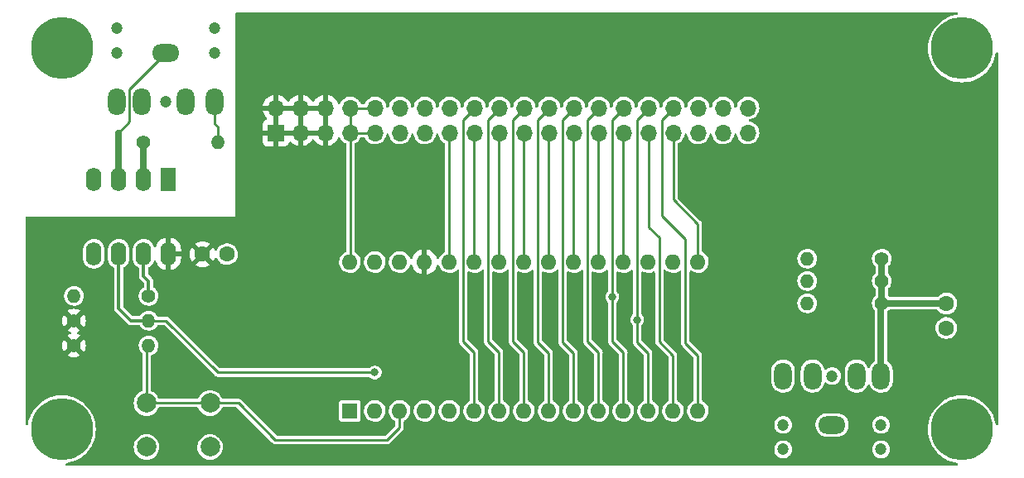
<source format=gtl>
%TF.GenerationSoftware,KiCad,Pcbnew,(6.0.1)*%
%TF.CreationDate,2022-10-05T15:17:08-04:00*%
%TF.ProjectId,MOD-NANO-CPU,4d4f442d-4e41-44e4-9f2d-4350552e6b69,rev?*%
%TF.SameCoordinates,Original*%
%TF.FileFunction,Copper,L1,Top*%
%TF.FilePolarity,Positive*%
%FSLAX46Y46*%
G04 Gerber Fmt 4.6, Leading zero omitted, Abs format (unit mm)*
G04 Created by KiCad (PCBNEW (6.0.1)) date 2022-10-05 15:17:08*
%MOMM*%
%LPD*%
G01*
G04 APERTURE LIST*
%TA.AperFunction,ComponentPad*%
%ADD10C,1.600000*%
%TD*%
%TA.AperFunction,ComponentPad*%
%ADD11R,1.600000X2.400000*%
%TD*%
%TA.AperFunction,ComponentPad*%
%ADD12O,1.600000X2.400000*%
%TD*%
%TA.AperFunction,ComponentPad*%
%ADD13O,1.400000X1.400000*%
%TD*%
%TA.AperFunction,ComponentPad*%
%ADD14C,1.400000*%
%TD*%
%TA.AperFunction,ComponentPad*%
%ADD15C,1.200000*%
%TD*%
%TA.AperFunction,ComponentPad*%
%ADD16O,1.800000X2.800000*%
%TD*%
%TA.AperFunction,ComponentPad*%
%ADD17O,2.800000X1.800000*%
%TD*%
%TA.AperFunction,ComponentPad*%
%ADD18C,6.350000*%
%TD*%
%TA.AperFunction,ComponentPad*%
%ADD19R,1.600000X1.600000*%
%TD*%
%TA.AperFunction,ComponentPad*%
%ADD20O,1.600000X1.600000*%
%TD*%
%TA.AperFunction,ComponentPad*%
%ADD21C,2.000000*%
%TD*%
%TA.AperFunction,ComponentPad*%
%ADD22R,1.700000X1.700000*%
%TD*%
%TA.AperFunction,ComponentPad*%
%ADD23O,1.700000X1.700000*%
%TD*%
%TA.AperFunction,ViaPad*%
%ADD24C,0.800000*%
%TD*%
%TA.AperFunction,Conductor*%
%ADD25C,0.304800*%
%TD*%
%TA.AperFunction,Conductor*%
%ADD26C,0.250000*%
%TD*%
%TA.AperFunction,Conductor*%
%ADD27C,0.635000*%
%TD*%
G04 APERTURE END LIST*
D10*
%TO.P,C1,1*%
%TO.N,+5V*%
X108381800Y-65074800D03*
%TO.P,C1,2*%
%TO.N,GND*%
X110881800Y-65074800D03*
%TD*%
D11*
%TO.P,U2,1,NC*%
%TO.N,unconnected-(U2-Pad1)*%
X104891992Y-57414008D03*
D12*
%TO.P,U2,2,C1*%
%TO.N,Net-(R5-Pad1)*%
X102351992Y-57414008D03*
%TO.P,U2,3,C2*%
%TO.N,Net-(U2-Pad3)*%
X99811992Y-57414008D03*
%TO.P,U2,4,NC*%
%TO.N,unconnected-(U2-Pad4)*%
X97271992Y-57414008D03*
%TO.P,U2,5,GND*%
%TO.N,GND*%
X97271992Y-65034008D03*
%TO.P,U2,6,VO2*%
%TO.N,/D0*%
X99811992Y-65034008D03*
%TO.P,U2,7,VO1*%
%TO.N,Net-(R6-Pad1)*%
X102351992Y-65034008D03*
%TO.P,U2,8,VCC*%
%TO.N,+5V*%
X104891992Y-65034008D03*
%TD*%
D13*
%TO.P,R3,2*%
%TO.N,/D0*%
X102870000Y-71882000D03*
D14*
%TO.P,R3,1*%
%TO.N,+5V*%
X95250000Y-71882000D03*
%TD*%
%TO.P,R2,1*%
%TO.N,Net-(R6-Pad1)*%
X102870000Y-69342000D03*
D13*
%TO.P,R2,2*%
%TO.N,GND*%
X95250000Y-69342000D03*
%TD*%
D14*
%TO.P,R1,1*%
%TO.N,Net-(R5-Pad1)*%
X102336600Y-53594000D03*
D13*
%TO.P,R1,2*%
%TO.N,Net-(R5-Pad2)*%
X109956600Y-53594000D03*
%TD*%
D15*
%TO.P,J3,90*%
%TO.N,N/C*%
X109648000Y-41950000D03*
X99648000Y-41950000D03*
X109648000Y-44450000D03*
X104648000Y-49450000D03*
X99648000Y-44450000D03*
D16*
%TO.P,J3,R*%
%TO.N,Net-(R5-Pad2)*%
X109648000Y-49450000D03*
%TO.P,J3,RN*%
%TO.N,N/C*%
X106648000Y-49450000D03*
D17*
%TO.P,J3,S*%
%TO.N,Net-(U2-Pad3)*%
X104648000Y-44450000D03*
D16*
%TO.P,J3,T*%
%TO.N,unconnected-(J3-PadT)*%
X99648000Y-49450000D03*
%TO.P,J3,TN*%
%TO.N,N/C*%
X102148000Y-49450000D03*
%TD*%
D18*
%TO.P,MTG1,1*%
%TO.N,N/C*%
X94000000Y-83000000D03*
%TD*%
D13*
%TO.P,R4,2*%
%TO.N,Net-(R4-Pad2)*%
X102870000Y-74422000D03*
D14*
%TO.P,R4,1*%
%TO.N,+5V*%
X95250000Y-74422000D03*
%TD*%
D10*
%TO.P,C2,1*%
%TO.N,Net-(C1-Pad1)*%
X184404000Y-70123990D03*
%TO.P,C2,2*%
%TO.N,GND*%
X184404000Y-72623990D03*
%TD*%
D14*
%TO.P,R6,1*%
%TO.N,Net-(C1-Pad1)*%
X177800000Y-67818000D03*
D13*
%TO.P,R6,2*%
%TO.N,/D10*%
X170180000Y-67818000D03*
%TD*%
D19*
%TO.P,U1,1,D1/TX*%
%TO.N,/D1*%
X123449994Y-81109998D03*
D20*
%TO.P,U1,2,D0/RX*%
%TO.N,/D0*%
X125989994Y-81109998D03*
%TO.P,U1,3,~{RESET}*%
%TO.N,Net-(R4-Pad2)*%
X128529994Y-81109998D03*
%TO.P,U1,4,GND*%
%TO.N,GND*%
X131069994Y-81109998D03*
%TO.P,U1,5,D2*%
%TO.N,/D2*%
X133609994Y-81109998D03*
%TO.P,U1,6,D3*%
%TO.N,/D3*%
X136149994Y-81109998D03*
%TO.P,U1,7,D4*%
%TO.N,/D4*%
X138689994Y-81109998D03*
%TO.P,U1,8,D5*%
%TO.N,/D5*%
X141229994Y-81109998D03*
%TO.P,U1,9,D6*%
%TO.N,/D6*%
X143769994Y-81109998D03*
%TO.P,U1,10,D7*%
%TO.N,/D7*%
X146309994Y-81109998D03*
%TO.P,U1,11,D8*%
%TO.N,/D8*%
X148849994Y-81109998D03*
%TO.P,U1,12,D9*%
%TO.N,/D9*%
X151389994Y-81109998D03*
%TO.P,U1,13,D10*%
%TO.N,/D10*%
X153929994Y-81109998D03*
%TO.P,U1,14,D11*%
%TO.N,/D11*%
X156469994Y-81109998D03*
%TO.P,U1,15,D12*%
%TO.N,/D12*%
X159009994Y-81109998D03*
%TO.P,U1,16,D13*%
%TO.N,/D13*%
X159009994Y-65869998D03*
%TO.P,U1,17,3V3*%
%TO.N,unconnected-(U1-Pad17)*%
X156469994Y-65869998D03*
%TO.P,U1,18,AREF*%
%TO.N,unconnected-(U1-Pad18)*%
X153929994Y-65869998D03*
%TO.P,U1,19,A0*%
%TO.N,/A0*%
X151389994Y-65869998D03*
%TO.P,U1,20,A1*%
%TO.N,/A1*%
X148849994Y-65869998D03*
%TO.P,U1,21,A2*%
%TO.N,/A2*%
X146309994Y-65869998D03*
%TO.P,U1,22,A3*%
%TO.N,/A3*%
X143769994Y-65869998D03*
%TO.P,U1,23,A4*%
%TO.N,/A4*%
X141229994Y-65869998D03*
%TO.P,U1,24,A5*%
%TO.N,/A5*%
X138689994Y-65869998D03*
%TO.P,U1,25,A6*%
%TO.N,/A6*%
X136149994Y-65869998D03*
%TO.P,U1,26,A7*%
%TO.N,/A7*%
X133609994Y-65869998D03*
%TO.P,U1,27,+5V*%
%TO.N,+5V*%
X131069994Y-65869998D03*
%TO.P,U1,28,~{RESET}*%
%TO.N,unconnected-(U1-Pad28)*%
X128529994Y-65869998D03*
%TO.P,U1,29,GND*%
%TO.N,GND*%
X125989994Y-65869998D03*
%TO.P,U1,30,VIN*%
%TO.N,+12V*%
X123449994Y-65869998D03*
%TD*%
D21*
%TO.P,SW1,1,1*%
%TO.N,Net-(R4-Pad2)*%
X102658012Y-80307993D03*
X109158012Y-80307993D03*
%TO.P,SW1,2,2*%
%TO.N,GND*%
X102658012Y-84807993D03*
X109158012Y-84807993D03*
%TD*%
D18*
%TO.P,MTG3,1*%
%TO.N,N/C*%
X94000000Y-44000000D03*
%TD*%
D22*
%TO.P,J1,1,Pin_1*%
%TO.N,+5V*%
X115875000Y-52650000D03*
D23*
%TO.P,J1,2,Pin_2*%
X115875000Y-50110000D03*
%TO.P,J1,3,Pin_3*%
X118415000Y-52650000D03*
%TO.P,J1,4,Pin_4*%
X118415000Y-50110000D03*
%TO.P,J1,5,Pin_5*%
X120955000Y-52650000D03*
%TO.P,J1,6,Pin_6*%
X120955000Y-50110000D03*
%TO.P,J1,7,Pin_7*%
%TO.N,+12V*%
X123495000Y-52650000D03*
%TO.P,J1,8,Pin_8*%
X123495000Y-50110000D03*
%TO.P,J1,9,Pin_9*%
X126035000Y-52650000D03*
%TO.P,J1,10,Pin_10*%
X126035000Y-50110000D03*
%TO.P,J1,11,Pin_11*%
%TO.N,unconnected-(J1-Pad11)*%
X128575000Y-52650000D03*
%TO.P,J1,12,Pin_12*%
%TO.N,unconnected-(J1-Pad12)*%
X128575000Y-50110000D03*
%TO.P,J1,13,Pin_13*%
%TO.N,/D0*%
X131115000Y-52650000D03*
%TO.P,J1,14,Pin_14*%
%TO.N,/D1*%
X131115000Y-50110000D03*
%TO.P,J1,15,Pin_15*%
%TO.N,/A7*%
X133655000Y-52650000D03*
%TO.P,J1,16,Pin_16*%
%TO.N,/D2*%
X133655000Y-50110000D03*
%TO.P,J1,17,Pin_17*%
%TO.N,/A6*%
X136195000Y-52650000D03*
%TO.P,J1,18,Pin_18*%
%TO.N,/D3*%
X136195000Y-50110000D03*
%TO.P,J1,19,Pin_19*%
%TO.N,/A5*%
X138735000Y-52650000D03*
%TO.P,J1,20,Pin_20*%
%TO.N,/D4*%
X138735000Y-50110000D03*
%TO.P,J1,21,Pin_21*%
%TO.N,/A4*%
X141275000Y-52650000D03*
%TO.P,J1,22,Pin_22*%
%TO.N,/D5*%
X141275000Y-50110000D03*
%TO.P,J1,23,Pin_23*%
%TO.N,/A3*%
X143815000Y-52650000D03*
%TO.P,J1,24,Pin_24*%
%TO.N,/D6*%
X143815000Y-50110000D03*
%TO.P,J1,25,Pin_25*%
%TO.N,/A2*%
X146355000Y-52650000D03*
%TO.P,J1,26,Pin_26*%
%TO.N,/D7*%
X146355000Y-50110000D03*
%TO.P,J1,27,Pin_27*%
%TO.N,/A1*%
X148895000Y-52650000D03*
%TO.P,J1,28,Pin_28*%
%TO.N,/D8*%
X148895000Y-50110000D03*
%TO.P,J1,29,Pin_29*%
%TO.N,/A0*%
X151435000Y-52650000D03*
%TO.P,J1,30,Pin_30*%
%TO.N,/D9*%
X151435000Y-50110000D03*
%TO.P,J1,31,Pin_31*%
%TO.N,/D11*%
X153975000Y-52650000D03*
%TO.P,J1,32,Pin_32*%
%TO.N,/D10*%
X153975000Y-50110000D03*
%TO.P,J1,33,Pin_33*%
%TO.N,/D13*%
X156515000Y-52650000D03*
%TO.P,J1,34,Pin_34*%
%TO.N,/D12*%
X156515000Y-50110000D03*
%TO.P,J1,35,Pin_35*%
%TO.N,GND*%
X159055000Y-52650000D03*
%TO.P,J1,36,Pin_36*%
X159055000Y-50110000D03*
%TO.P,J1,37,Pin_37*%
X161595000Y-52650000D03*
%TO.P,J1,38,Pin_38*%
X161595000Y-50110000D03*
%TO.P,J1,39,Pin_39*%
X164135000Y-52650000D03*
%TO.P,J1,40,Pin_40*%
X164135000Y-50110000D03*
%TD*%
D15*
%TO.P,J2,90*%
%TO.N,N/C*%
X177720000Y-82550000D03*
X177720000Y-85050000D03*
X167720000Y-82550000D03*
X172720000Y-77550000D03*
X167720000Y-85050000D03*
D16*
%TO.P,J2,R*%
%TO.N,unconnected-(J2-PadR)*%
X167720000Y-77550000D03*
%TO.P,J2,RN*%
%TO.N,N/C*%
X170720000Y-77550000D03*
D17*
%TO.P,J2,S*%
%TO.N,GND*%
X172720000Y-82550000D03*
D16*
%TO.P,J2,T*%
%TO.N,Net-(C1-Pad1)*%
X177720000Y-77550000D03*
%TO.P,J2,TN*%
%TO.N,N/C*%
X175220000Y-77550000D03*
%TD*%
D14*
%TO.P,R7,1*%
%TO.N,Net-(C1-Pad1)*%
X177800000Y-70104000D03*
D13*
%TO.P,R7,2*%
%TO.N,/D10*%
X170180000Y-70104000D03*
%TD*%
D18*
%TO.P,MTG2,1*%
%TO.N,N/C*%
X186000000Y-83000000D03*
%TD*%
%TO.P,MTG4,1*%
%TO.N,N/C*%
X186000000Y-44000000D03*
%TD*%
D14*
%TO.P,R5,1*%
%TO.N,Net-(C1-Pad1)*%
X177800000Y-65532000D03*
D13*
%TO.P,R5,2*%
%TO.N,/D9*%
X170180000Y-65532000D03*
%TD*%
D24*
%TO.N,/D0*%
X125990000Y-77185022D03*
%TO.N,/D9*%
X150260489Y-69449511D03*
%TO.N,/D10*%
X152800489Y-71774489D03*
%TD*%
D25*
%TO.N,/D0*%
X101092000Y-71882000D02*
X102870000Y-71882000D01*
X99811992Y-65034008D02*
X99811992Y-70601992D01*
X99811992Y-70601992D02*
X101092000Y-71882000D01*
%TO.N,Net-(R6-Pad1)*%
X102870000Y-69342000D02*
X102870000Y-67818000D01*
X102351992Y-67299992D02*
X102870000Y-67818000D01*
X102351992Y-65034008D02*
X102351992Y-67299992D01*
D26*
%TO.N,Net-(R5-Pad2)*%
X109956600Y-52044600D02*
X109648000Y-51736000D01*
X109956600Y-53594000D02*
X109956600Y-52044600D01*
X109648000Y-49450000D02*
X109648000Y-51736000D01*
D27*
%TO.N,Net-(R5-Pad1)*%
X102351992Y-57414008D02*
X102351992Y-53609392D01*
D26*
%TO.N,Net-(U2-Pad3)*%
X99811992Y-52638808D02*
X100923480Y-51527320D01*
D27*
X99811992Y-57414008D02*
X99811992Y-52638808D01*
D26*
X100923480Y-51527320D02*
X100923480Y-48174520D01*
%TO.N,/D0*%
X104648000Y-71882000D02*
X109951022Y-77185022D01*
X102362000Y-71882000D02*
X104648000Y-71882000D01*
X109951022Y-77185022D02*
X125990000Y-77185022D01*
%TO.N,Net-(U2-Pad3)*%
X100923480Y-48174520D02*
X104648000Y-44450000D01*
D27*
%TO.N,Net-(C1-Pad1)*%
X177719990Y-77550010D02*
X177719990Y-70184010D01*
D26*
%TO.N,/D3*%
X136150000Y-81110000D02*
X136150000Y-75141022D01*
X135020489Y-51284511D02*
X136195000Y-50110000D01*
X136150000Y-75141022D02*
X135025489Y-74016511D01*
X135020489Y-54486481D02*
X135020489Y-51284511D01*
X135025489Y-54491481D02*
X135020489Y-54486481D01*
X135025489Y-74016511D02*
X135025489Y-54491481D01*
%TO.N,/D4*%
X138690000Y-75141022D02*
X137565489Y-74016511D01*
X137560489Y-51284511D02*
X138735000Y-50110000D01*
X137565489Y-53934511D02*
X137560489Y-53929511D01*
X138690000Y-81110000D02*
X138690000Y-75141022D01*
X137560489Y-53929511D02*
X137560489Y-51284511D01*
X137565489Y-74016511D02*
X137565489Y-53934511D01*
%TO.N,/D5*%
X140105489Y-74016511D02*
X140105489Y-54674991D01*
X140100489Y-51284511D02*
X141275000Y-50110000D01*
X140100489Y-54669991D02*
X140100489Y-51284511D01*
X141230000Y-75141022D02*
X140105489Y-74016511D01*
X141230000Y-81110000D02*
X141230000Y-75141022D01*
X140105489Y-54674991D02*
X140100489Y-54669991D01*
%TO.N,/D6*%
X142640489Y-74060489D02*
X142640489Y-51284511D01*
X142640489Y-51284511D02*
X143815000Y-50110000D01*
X143770000Y-81110000D02*
X143770000Y-75190000D01*
X143770000Y-75190000D02*
X142640489Y-74060489D01*
%TO.N,/D7*%
X145180489Y-51284511D02*
X146355000Y-50110000D01*
X145185489Y-74065489D02*
X145185489Y-53814511D01*
X146310000Y-81110000D02*
X146310000Y-75190000D01*
X145180489Y-53809511D02*
X145180489Y-51284511D01*
X146310000Y-75190000D02*
X145185489Y-74065489D01*
X145185489Y-53814511D02*
X145180489Y-53809511D01*
%TO.N,/D8*%
X148850000Y-75151022D02*
X147720489Y-74021511D01*
X147720489Y-51284511D02*
X148895000Y-50110000D01*
X148850000Y-81110000D02*
X148850000Y-75151022D01*
X147720489Y-74021511D02*
X147720489Y-51284511D01*
%TO.N,/D9*%
X150260489Y-51284511D02*
X151435000Y-50110000D01*
X151390000Y-75151022D02*
X150260489Y-74021511D01*
X150260489Y-69449511D02*
X150260489Y-51284511D01*
X150260489Y-74021511D02*
X150260489Y-69449511D01*
X151390000Y-81110000D02*
X151390000Y-75151022D01*
%TO.N,/D10*%
X153930000Y-75190000D02*
X152800489Y-74060489D01*
X152800489Y-51284511D02*
X153975000Y-50110000D01*
X153930000Y-81110000D02*
X153930000Y-75190000D01*
X152800489Y-71774489D02*
X152800489Y-51284511D01*
X152800489Y-74060489D02*
X152800489Y-71774489D01*
%TO.N,/D11*%
X156470000Y-75444000D02*
X155054511Y-74028511D01*
X153975000Y-52650000D02*
X153975000Y-62305978D01*
X156470000Y-81110000D02*
X156470000Y-75444000D01*
X155054511Y-63385489D02*
X155054511Y-74028511D01*
X153975000Y-62305978D02*
X155054511Y-63385489D01*
%TO.N,/D12*%
X155340489Y-61106489D02*
X157734000Y-63500000D01*
X159010000Y-81110000D02*
X159010000Y-75444000D01*
X159010000Y-75444000D02*
X157734000Y-74168000D01*
X155340489Y-51284511D02*
X155340489Y-61106489D01*
X155340489Y-51284511D02*
X156515000Y-50110000D01*
X157734000Y-74168000D02*
X157734000Y-63500000D01*
%TO.N,/D13*%
X159010000Y-61982000D02*
X156515000Y-59487000D01*
X159010000Y-65870000D02*
X159010000Y-61982000D01*
X156515000Y-59487000D02*
X156515000Y-52650000D01*
%TO.N,/A0*%
X151390000Y-65870000D02*
X151390000Y-52695000D01*
%TO.N,/A1*%
X148850000Y-65870000D02*
X148850000Y-52695000D01*
%TO.N,/A2*%
X146310000Y-65870000D02*
X146310000Y-52695000D01*
%TO.N,/A3*%
X143770000Y-65870000D02*
X143770000Y-52695000D01*
%TO.N,/A4*%
X141230000Y-65870000D02*
X141230000Y-52695000D01*
%TO.N,/A5*%
X138690000Y-65870000D02*
X138690000Y-52695000D01*
%TO.N,/A6*%
X136150000Y-65870000D02*
X136150000Y-52695000D01*
%TO.N,/A7*%
X133610000Y-65870000D02*
X133610000Y-52695000D01*
D27*
%TO.N,Net-(C1-Pad1)*%
X177800000Y-69596000D02*
X177800000Y-65532000D01*
X177800000Y-70104000D02*
X184384010Y-70104000D01*
D26*
%TO.N,Net-(R4-Pad2)*%
X109158000Y-80308000D02*
X112058000Y-80308000D01*
X102658012Y-80307993D02*
X102658012Y-74464012D01*
X102658000Y-80308000D02*
X109158000Y-80308000D01*
X112058000Y-80308000D02*
X115824000Y-84074000D01*
X115824000Y-84074000D02*
X127254000Y-84074000D01*
X128530000Y-82798000D02*
X128530000Y-81110000D01*
X127254000Y-84074000D02*
X128530000Y-82798000D01*
%TO.N,+12V*%
X123495000Y-50110000D02*
X126035000Y-50110000D01*
X123495000Y-52650000D02*
X123495000Y-65825000D01*
X126035000Y-52650000D02*
X123495000Y-52650000D01*
X123495000Y-50110000D02*
X123495000Y-52650000D01*
%TD*%
%TA.AperFunction,Conductor*%
%TO.N,+5V*%
G36*
X185550059Y-40324802D02*
G01*
X185596552Y-40378458D01*
X185606656Y-40448732D01*
X185577162Y-40513312D01*
X185517436Y-40551696D01*
X185501650Y-40555249D01*
X185275412Y-40591081D01*
X184923052Y-40685496D01*
X184582492Y-40816225D01*
X184579552Y-40817723D01*
X184260403Y-40980337D01*
X184260396Y-40980341D01*
X184257462Y-40981836D01*
X183951524Y-41180514D01*
X183668029Y-41410084D01*
X183410084Y-41668029D01*
X183180514Y-41951524D01*
X182981836Y-42257462D01*
X182980341Y-42260396D01*
X182980337Y-42260403D01*
X182817723Y-42579552D01*
X182816225Y-42582492D01*
X182685496Y-42923052D01*
X182591081Y-43275412D01*
X182534016Y-43635710D01*
X182514924Y-44000000D01*
X182534016Y-44364290D01*
X182534529Y-44367530D01*
X182534530Y-44367538D01*
X182539305Y-44397685D01*
X182591081Y-44724588D01*
X182685496Y-45076948D01*
X182816225Y-45417508D01*
X182817723Y-45420448D01*
X182929690Y-45640195D01*
X182981836Y-45742538D01*
X183180514Y-46048476D01*
X183410084Y-46331971D01*
X183668029Y-46589916D01*
X183951524Y-46819486D01*
X184257462Y-47018164D01*
X184260396Y-47019659D01*
X184260403Y-47019663D01*
X184579552Y-47182277D01*
X184582492Y-47183775D01*
X184923052Y-47314504D01*
X185275412Y-47408919D01*
X185466987Y-47439261D01*
X185632462Y-47465470D01*
X185632470Y-47465471D01*
X185635710Y-47465984D01*
X186000000Y-47485076D01*
X186364290Y-47465984D01*
X186367530Y-47465471D01*
X186367538Y-47465470D01*
X186533013Y-47439261D01*
X186724588Y-47408919D01*
X187076948Y-47314504D01*
X187417508Y-47183775D01*
X187420448Y-47182277D01*
X187739597Y-47019663D01*
X187739604Y-47019659D01*
X187742538Y-47018164D01*
X188048476Y-46819486D01*
X188331971Y-46589916D01*
X188589916Y-46331971D01*
X188819486Y-46048476D01*
X189018164Y-45742538D01*
X189070311Y-45640195D01*
X189182277Y-45420448D01*
X189183775Y-45417508D01*
X189314504Y-45076948D01*
X189408919Y-44724588D01*
X189444751Y-44498351D01*
X189475163Y-44434198D01*
X189535431Y-44396671D01*
X189606421Y-44397685D01*
X189665593Y-44436918D01*
X189694161Y-44501913D01*
X189695200Y-44518062D01*
X189695200Y-82481938D01*
X189675198Y-82550059D01*
X189621542Y-82596552D01*
X189551268Y-82606656D01*
X189486688Y-82577162D01*
X189448304Y-82517436D01*
X189444751Y-82501649D01*
X189423473Y-82367305D01*
X189408919Y-82275412D01*
X189314504Y-81923052D01*
X189297378Y-81878436D01*
X189219785Y-81676301D01*
X189183775Y-81582492D01*
X189161747Y-81539259D01*
X189019663Y-81260403D01*
X189019659Y-81260396D01*
X189018164Y-81257462D01*
X188819486Y-80951524D01*
X188589916Y-80668029D01*
X188331971Y-80410084D01*
X188048476Y-80180514D01*
X187933887Y-80106099D01*
X187745307Y-79983634D01*
X187745304Y-79983632D01*
X187742538Y-79981836D01*
X187739604Y-79980341D01*
X187739597Y-79980337D01*
X187420448Y-79817723D01*
X187417508Y-79816225D01*
X187076948Y-79685496D01*
X186724588Y-79591081D01*
X186533013Y-79560739D01*
X186367538Y-79534530D01*
X186367530Y-79534529D01*
X186364290Y-79534016D01*
X186000000Y-79514924D01*
X185635710Y-79534016D01*
X185632470Y-79534529D01*
X185632462Y-79534530D01*
X185466987Y-79560739D01*
X185275412Y-79591081D01*
X184923052Y-79685496D01*
X184582492Y-79816225D01*
X184579552Y-79817723D01*
X184260403Y-79980337D01*
X184260396Y-79980341D01*
X184257462Y-79981836D01*
X184254696Y-79983632D01*
X184254693Y-79983634D01*
X184066113Y-80106099D01*
X183951524Y-80180514D01*
X183668029Y-80410084D01*
X183410084Y-80668029D01*
X183180514Y-80951524D01*
X182981836Y-81257462D01*
X182980341Y-81260396D01*
X182980337Y-81260403D01*
X182838253Y-81539259D01*
X182816225Y-81582492D01*
X182780215Y-81676301D01*
X182702623Y-81878436D01*
X182685496Y-81923052D01*
X182591081Y-82275412D01*
X182576527Y-82367305D01*
X182536542Y-82619764D01*
X182534016Y-82635710D01*
X182514924Y-83000000D01*
X182534016Y-83364290D01*
X182534529Y-83367530D01*
X182534530Y-83367538D01*
X182548213Y-83453928D01*
X182591081Y-83724588D01*
X182685496Y-84076948D01*
X182816225Y-84417508D01*
X182817723Y-84420448D01*
X182953048Y-84686038D01*
X182981836Y-84742538D01*
X183180514Y-85048476D01*
X183410084Y-85331971D01*
X183668029Y-85589916D01*
X183951524Y-85819486D01*
X184008410Y-85856428D01*
X184101848Y-85917107D01*
X184257462Y-86018164D01*
X184260396Y-86019659D01*
X184260403Y-86019663D01*
X184579552Y-86182277D01*
X184582492Y-86183775D01*
X184923052Y-86314504D01*
X185275412Y-86408919D01*
X185501649Y-86444751D01*
X185565802Y-86475163D01*
X185603329Y-86535431D01*
X185602315Y-86606421D01*
X185563082Y-86665593D01*
X185498087Y-86694161D01*
X185481938Y-86695200D01*
X94518062Y-86695200D01*
X94449941Y-86675198D01*
X94403448Y-86621542D01*
X94393344Y-86551268D01*
X94422838Y-86486688D01*
X94482564Y-86448304D01*
X94498351Y-86444751D01*
X94724588Y-86408919D01*
X95076948Y-86314504D01*
X95417508Y-86183775D01*
X95420448Y-86182277D01*
X95739597Y-86019663D01*
X95739604Y-86019659D01*
X95742538Y-86018164D01*
X95898153Y-85917107D01*
X95991590Y-85856428D01*
X96048476Y-85819486D01*
X96331971Y-85589916D01*
X96589916Y-85331971D01*
X96819486Y-85048476D01*
X96975657Y-84807993D01*
X101347726Y-84807993D01*
X101367632Y-85035522D01*
X101369056Y-85040835D01*
X101369056Y-85040837D01*
X101422224Y-85239259D01*
X101426746Y-85256137D01*
X101429069Y-85261118D01*
X101429069Y-85261119D01*
X101520945Y-85458149D01*
X101520948Y-85458154D01*
X101523271Y-85463136D01*
X101526427Y-85467643D01*
X101526428Y-85467645D01*
X101628138Y-85612901D01*
X101654275Y-85650229D01*
X101815776Y-85811730D01*
X101820284Y-85814887D01*
X101820287Y-85814889D01*
X101998360Y-85939577D01*
X102002869Y-85942734D01*
X102007851Y-85945057D01*
X102007856Y-85945060D01*
X102167844Y-86019663D01*
X102209868Y-86039259D01*
X102215176Y-86040681D01*
X102215178Y-86040682D01*
X102425168Y-86096949D01*
X102425170Y-86096949D01*
X102430483Y-86098373D01*
X102658012Y-86118279D01*
X102885541Y-86098373D01*
X102890854Y-86096949D01*
X102890856Y-86096949D01*
X103100846Y-86040682D01*
X103100848Y-86040681D01*
X103106156Y-86039259D01*
X103148180Y-86019663D01*
X103308168Y-85945060D01*
X103308173Y-85945057D01*
X103313155Y-85942734D01*
X103317664Y-85939577D01*
X103495737Y-85814889D01*
X103495740Y-85814887D01*
X103500248Y-85811730D01*
X103661749Y-85650229D01*
X103687887Y-85612901D01*
X103789596Y-85467645D01*
X103789597Y-85467643D01*
X103792753Y-85463136D01*
X103795076Y-85458154D01*
X103795079Y-85458149D01*
X103886955Y-85261119D01*
X103886955Y-85261118D01*
X103889278Y-85256137D01*
X103893801Y-85239259D01*
X103946968Y-85040837D01*
X103946968Y-85040835D01*
X103948392Y-85035522D01*
X103968298Y-84807993D01*
X107847726Y-84807993D01*
X107867632Y-85035522D01*
X107869056Y-85040835D01*
X107869056Y-85040837D01*
X107922224Y-85239259D01*
X107926746Y-85256137D01*
X107929069Y-85261118D01*
X107929069Y-85261119D01*
X108020945Y-85458149D01*
X108020948Y-85458154D01*
X108023271Y-85463136D01*
X108026427Y-85467643D01*
X108026428Y-85467645D01*
X108128138Y-85612901D01*
X108154275Y-85650229D01*
X108315776Y-85811730D01*
X108320284Y-85814887D01*
X108320287Y-85814889D01*
X108498360Y-85939577D01*
X108502869Y-85942734D01*
X108507851Y-85945057D01*
X108507856Y-85945060D01*
X108667844Y-86019663D01*
X108709868Y-86039259D01*
X108715176Y-86040681D01*
X108715178Y-86040682D01*
X108925168Y-86096949D01*
X108925170Y-86096949D01*
X108930483Y-86098373D01*
X109158012Y-86118279D01*
X109385541Y-86098373D01*
X109390854Y-86096949D01*
X109390856Y-86096949D01*
X109600846Y-86040682D01*
X109600848Y-86040681D01*
X109606156Y-86039259D01*
X109648180Y-86019663D01*
X109808168Y-85945060D01*
X109808173Y-85945057D01*
X109813155Y-85942734D01*
X109817664Y-85939577D01*
X109995737Y-85814889D01*
X109995740Y-85814887D01*
X110000248Y-85811730D01*
X110161749Y-85650229D01*
X110187887Y-85612901D01*
X110289596Y-85467645D01*
X110289597Y-85467643D01*
X110292753Y-85463136D01*
X110295076Y-85458154D01*
X110295079Y-85458149D01*
X110386955Y-85261119D01*
X110386955Y-85261118D01*
X110389278Y-85256137D01*
X110393801Y-85239259D01*
X110444513Y-85050000D01*
X166809713Y-85050000D01*
X166829605Y-85239259D01*
X166831645Y-85245537D01*
X166831645Y-85245538D01*
X166835089Y-85256137D01*
X166888411Y-85420247D01*
X166983562Y-85585053D01*
X166987980Y-85589960D01*
X166987981Y-85589961D01*
X167106477Y-85721564D01*
X167110899Y-85726475D01*
X167264856Y-85838332D01*
X167270885Y-85841016D01*
X167270888Y-85841018D01*
X167432670Y-85913047D01*
X167432673Y-85913048D01*
X167438706Y-85915734D01*
X167479382Y-85924380D01*
X167618392Y-85953928D01*
X167618396Y-85953928D01*
X167624849Y-85955300D01*
X167815151Y-85955300D01*
X167821604Y-85953928D01*
X167821608Y-85953928D01*
X167960618Y-85924380D01*
X168001294Y-85915734D01*
X168007327Y-85913048D01*
X168007330Y-85913047D01*
X168169112Y-85841018D01*
X168169115Y-85841016D01*
X168175144Y-85838332D01*
X168329101Y-85726475D01*
X168333523Y-85721564D01*
X168452019Y-85589961D01*
X168452020Y-85589960D01*
X168456438Y-85585053D01*
X168551589Y-85420247D01*
X168604911Y-85256137D01*
X168608355Y-85245538D01*
X168608355Y-85245537D01*
X168610395Y-85239259D01*
X168630287Y-85050000D01*
X176809713Y-85050000D01*
X176829605Y-85239259D01*
X176831645Y-85245537D01*
X176831645Y-85245538D01*
X176835089Y-85256137D01*
X176888411Y-85420247D01*
X176983562Y-85585053D01*
X176987980Y-85589960D01*
X176987981Y-85589961D01*
X177106477Y-85721564D01*
X177110899Y-85726475D01*
X177264856Y-85838332D01*
X177270885Y-85841016D01*
X177270888Y-85841018D01*
X177432670Y-85913047D01*
X177432673Y-85913048D01*
X177438706Y-85915734D01*
X177479382Y-85924380D01*
X177618392Y-85953928D01*
X177618396Y-85953928D01*
X177624849Y-85955300D01*
X177815151Y-85955300D01*
X177821604Y-85953928D01*
X177821608Y-85953928D01*
X177960618Y-85924380D01*
X178001294Y-85915734D01*
X178007327Y-85913048D01*
X178007330Y-85913047D01*
X178169112Y-85841018D01*
X178169115Y-85841016D01*
X178175144Y-85838332D01*
X178329101Y-85726475D01*
X178333523Y-85721564D01*
X178452019Y-85589961D01*
X178452020Y-85589960D01*
X178456438Y-85585053D01*
X178551589Y-85420247D01*
X178604911Y-85256137D01*
X178608355Y-85245538D01*
X178608355Y-85245537D01*
X178610395Y-85239259D01*
X178630287Y-85050000D01*
X178610395Y-84860741D01*
X178551589Y-84679753D01*
X178456438Y-84514947D01*
X178447638Y-84505173D01*
X178333523Y-84378436D01*
X178333522Y-84378435D01*
X178329101Y-84373525D01*
X178175144Y-84261668D01*
X178169115Y-84258984D01*
X178169112Y-84258982D01*
X178007330Y-84186953D01*
X178007327Y-84186952D01*
X178001294Y-84184266D01*
X177960618Y-84175620D01*
X177821608Y-84146072D01*
X177821604Y-84146072D01*
X177815151Y-84144700D01*
X177624849Y-84144700D01*
X177618396Y-84146072D01*
X177618392Y-84146072D01*
X177563044Y-84157837D01*
X177438706Y-84184266D01*
X177432676Y-84186951D01*
X177432675Y-84186951D01*
X177270887Y-84258983D01*
X177270885Y-84258984D01*
X177264857Y-84261668D01*
X177259516Y-84265548D01*
X177259515Y-84265549D01*
X177122414Y-84365159D01*
X177110899Y-84373525D01*
X177106478Y-84378435D01*
X177106477Y-84378436D01*
X176992363Y-84505173D01*
X176983562Y-84514947D01*
X176888411Y-84679753D01*
X176829605Y-84860741D01*
X176809713Y-85050000D01*
X168630287Y-85050000D01*
X168610395Y-84860741D01*
X168551589Y-84679753D01*
X168456438Y-84514947D01*
X168447638Y-84505173D01*
X168333523Y-84378436D01*
X168333522Y-84378435D01*
X168329101Y-84373525D01*
X168175144Y-84261668D01*
X168169115Y-84258984D01*
X168169112Y-84258982D01*
X168007330Y-84186953D01*
X168007327Y-84186952D01*
X168001294Y-84184266D01*
X167960618Y-84175620D01*
X167821608Y-84146072D01*
X167821604Y-84146072D01*
X167815151Y-84144700D01*
X167624849Y-84144700D01*
X167618396Y-84146072D01*
X167618392Y-84146072D01*
X167563044Y-84157837D01*
X167438706Y-84184266D01*
X167432676Y-84186951D01*
X167432675Y-84186951D01*
X167270887Y-84258983D01*
X167270885Y-84258984D01*
X167264857Y-84261668D01*
X167259516Y-84265548D01*
X167259515Y-84265549D01*
X167122414Y-84365159D01*
X167110899Y-84373525D01*
X167106478Y-84378435D01*
X167106477Y-84378436D01*
X166992363Y-84505173D01*
X166983562Y-84514947D01*
X166888411Y-84679753D01*
X166829605Y-84860741D01*
X166809713Y-85050000D01*
X110444513Y-85050000D01*
X110446968Y-85040837D01*
X110446968Y-85040835D01*
X110448392Y-85035522D01*
X110468298Y-84807993D01*
X110448392Y-84580464D01*
X110427958Y-84504202D01*
X110390701Y-84365159D01*
X110390700Y-84365157D01*
X110389278Y-84359849D01*
X110377375Y-84334323D01*
X110295079Y-84157837D01*
X110295076Y-84157832D01*
X110292753Y-84152850D01*
X110288007Y-84146072D01*
X110164908Y-83970268D01*
X110164906Y-83970265D01*
X110161749Y-83965757D01*
X110000248Y-83804256D01*
X109995740Y-83801099D01*
X109995737Y-83801097D01*
X109817664Y-83676409D01*
X109817662Y-83676408D01*
X109813155Y-83673252D01*
X109808173Y-83670929D01*
X109808168Y-83670926D01*
X109611138Y-83579050D01*
X109611137Y-83579050D01*
X109606156Y-83576727D01*
X109600848Y-83575305D01*
X109600846Y-83575304D01*
X109390856Y-83519037D01*
X109390854Y-83519037D01*
X109385541Y-83517613D01*
X109158012Y-83497707D01*
X108930483Y-83517613D01*
X108925170Y-83519037D01*
X108925168Y-83519037D01*
X108715178Y-83575304D01*
X108715176Y-83575305D01*
X108709868Y-83576727D01*
X108704887Y-83579050D01*
X108704886Y-83579050D01*
X108507856Y-83670926D01*
X108507851Y-83670929D01*
X108502869Y-83673252D01*
X108498362Y-83676408D01*
X108498360Y-83676409D01*
X108320287Y-83801097D01*
X108320284Y-83801099D01*
X108315776Y-83804256D01*
X108154275Y-83965757D01*
X108151118Y-83970265D01*
X108151116Y-83970268D01*
X108028017Y-84146072D01*
X108023271Y-84152850D01*
X108020948Y-84157832D01*
X108020945Y-84157837D01*
X107938649Y-84334323D01*
X107926746Y-84359849D01*
X107925324Y-84365157D01*
X107925323Y-84365159D01*
X107888066Y-84504202D01*
X107867632Y-84580464D01*
X107847726Y-84807993D01*
X103968298Y-84807993D01*
X103948392Y-84580464D01*
X103927958Y-84504202D01*
X103890701Y-84365159D01*
X103890700Y-84365157D01*
X103889278Y-84359849D01*
X103877375Y-84334323D01*
X103795079Y-84157837D01*
X103795076Y-84157832D01*
X103792753Y-84152850D01*
X103788007Y-84146072D01*
X103664908Y-83970268D01*
X103664906Y-83970265D01*
X103661749Y-83965757D01*
X103500248Y-83804256D01*
X103495740Y-83801099D01*
X103495737Y-83801097D01*
X103317664Y-83676409D01*
X103317662Y-83676408D01*
X103313155Y-83673252D01*
X103308173Y-83670929D01*
X103308168Y-83670926D01*
X103111138Y-83579050D01*
X103111137Y-83579050D01*
X103106156Y-83576727D01*
X103100848Y-83575305D01*
X103100846Y-83575304D01*
X102890856Y-83519037D01*
X102890854Y-83519037D01*
X102885541Y-83517613D01*
X102658012Y-83497707D01*
X102430483Y-83517613D01*
X102425170Y-83519037D01*
X102425168Y-83519037D01*
X102215178Y-83575304D01*
X102215176Y-83575305D01*
X102209868Y-83576727D01*
X102204887Y-83579050D01*
X102204886Y-83579050D01*
X102007856Y-83670926D01*
X102007851Y-83670929D01*
X102002869Y-83673252D01*
X101998362Y-83676408D01*
X101998360Y-83676409D01*
X101820287Y-83801097D01*
X101820284Y-83801099D01*
X101815776Y-83804256D01*
X101654275Y-83965757D01*
X101651118Y-83970265D01*
X101651116Y-83970268D01*
X101528017Y-84146072D01*
X101523271Y-84152850D01*
X101520948Y-84157832D01*
X101520945Y-84157837D01*
X101438649Y-84334323D01*
X101426746Y-84359849D01*
X101425324Y-84365157D01*
X101425323Y-84365159D01*
X101388066Y-84504202D01*
X101367632Y-84580464D01*
X101347726Y-84807993D01*
X96975657Y-84807993D01*
X97018164Y-84742538D01*
X97046953Y-84686038D01*
X97182277Y-84420448D01*
X97183775Y-84417508D01*
X97314504Y-84076948D01*
X97408919Y-83724588D01*
X97451787Y-83453928D01*
X97465470Y-83367538D01*
X97465471Y-83367530D01*
X97465984Y-83364290D01*
X97485076Y-83000000D01*
X97465984Y-82635710D01*
X97463459Y-82619764D01*
X97423473Y-82367305D01*
X97408919Y-82275412D01*
X97314504Y-81923052D01*
X97297378Y-81878436D01*
X97219785Y-81676301D01*
X97183775Y-81582492D01*
X97161747Y-81539259D01*
X97019663Y-81260403D01*
X97019659Y-81260396D01*
X97018164Y-81257462D01*
X96819486Y-80951524D01*
X96589916Y-80668029D01*
X96331971Y-80410084D01*
X96205899Y-80307993D01*
X101347726Y-80307993D01*
X101367632Y-80535522D01*
X101369056Y-80540835D01*
X101369056Y-80540837D01*
X101421967Y-80738300D01*
X101426746Y-80756137D01*
X101429069Y-80761118D01*
X101429069Y-80761119D01*
X101520945Y-80958149D01*
X101520948Y-80958154D01*
X101523271Y-80963136D01*
X101526427Y-80967643D01*
X101526428Y-80967645D01*
X101628699Y-81113702D01*
X101654275Y-81150229D01*
X101815776Y-81311730D01*
X101820284Y-81314887D01*
X101820287Y-81314889D01*
X101998360Y-81439577D01*
X102002869Y-81442734D01*
X102007851Y-81445057D01*
X102007856Y-81445060D01*
X102171494Y-81521365D01*
X102209868Y-81539259D01*
X102215176Y-81540681D01*
X102215178Y-81540682D01*
X102425168Y-81596949D01*
X102425170Y-81596949D01*
X102430483Y-81598373D01*
X102658012Y-81618279D01*
X102885541Y-81598373D01*
X102890854Y-81596949D01*
X102890856Y-81596949D01*
X103100846Y-81540682D01*
X103100848Y-81540681D01*
X103106156Y-81539259D01*
X103144530Y-81521365D01*
X103308168Y-81445060D01*
X103308173Y-81445057D01*
X103313155Y-81442734D01*
X103317664Y-81439577D01*
X103495737Y-81314889D01*
X103495740Y-81314887D01*
X103500248Y-81311730D01*
X103661749Y-81150229D01*
X103687326Y-81113702D01*
X103789596Y-80967645D01*
X103789597Y-80967643D01*
X103792753Y-80963136D01*
X103795076Y-80958154D01*
X103795079Y-80958149D01*
X103863672Y-80811050D01*
X103910589Y-80757765D01*
X103977867Y-80738300D01*
X107838157Y-80738300D01*
X107906278Y-80758302D01*
X107952352Y-80811050D01*
X108020945Y-80958149D01*
X108020948Y-80958154D01*
X108023271Y-80963136D01*
X108026427Y-80967643D01*
X108026428Y-80967645D01*
X108128699Y-81113702D01*
X108154275Y-81150229D01*
X108315776Y-81311730D01*
X108320284Y-81314887D01*
X108320287Y-81314889D01*
X108498360Y-81439577D01*
X108502869Y-81442734D01*
X108507851Y-81445057D01*
X108507856Y-81445060D01*
X108671494Y-81521365D01*
X108709868Y-81539259D01*
X108715176Y-81540681D01*
X108715178Y-81540682D01*
X108925168Y-81596949D01*
X108925170Y-81596949D01*
X108930483Y-81598373D01*
X109158012Y-81618279D01*
X109385541Y-81598373D01*
X109390854Y-81596949D01*
X109390856Y-81596949D01*
X109600846Y-81540682D01*
X109600848Y-81540681D01*
X109606156Y-81539259D01*
X109644530Y-81521365D01*
X109808168Y-81445060D01*
X109808173Y-81445057D01*
X109813155Y-81442734D01*
X109817664Y-81439577D01*
X109995737Y-81314889D01*
X109995740Y-81314887D01*
X110000248Y-81311730D01*
X110161749Y-81150229D01*
X110187326Y-81113702D01*
X110289596Y-80967645D01*
X110289597Y-80967643D01*
X110292753Y-80963136D01*
X110295076Y-80958154D01*
X110295079Y-80958149D01*
X110363672Y-80811050D01*
X110410589Y-80757765D01*
X110477867Y-80738300D01*
X111827574Y-80738300D01*
X111895695Y-80758302D01*
X111916669Y-80775205D01*
X115496383Y-84354919D01*
X115506238Y-84366008D01*
X115526112Y-84391218D01*
X115572197Y-84423070D01*
X115575365Y-84425334D01*
X115620376Y-84458580D01*
X115626883Y-84460865D01*
X115632556Y-84464786D01*
X115681334Y-84480212D01*
X115685900Y-84481656D01*
X115689657Y-84482910D01*
X115733567Y-84498330D01*
X115733571Y-84498331D01*
X115742459Y-84501452D01*
X115749352Y-84501723D01*
X115755926Y-84503802D01*
X115762253Y-84504300D01*
X115812466Y-84504300D01*
X115817413Y-84504397D01*
X115871751Y-84506532D01*
X115878604Y-84504715D01*
X115886144Y-84504300D01*
X127220982Y-84504300D01*
X127235790Y-84505173D01*
X127267668Y-84508946D01*
X127276932Y-84507254D01*
X127276933Y-84507254D01*
X127322733Y-84498889D01*
X127326639Y-84498239D01*
X127372644Y-84491323D01*
X127372645Y-84491323D01*
X127381955Y-84489923D01*
X127388171Y-84486938D01*
X127394956Y-84485699D01*
X127444622Y-84459899D01*
X127448162Y-84458130D01*
X127490104Y-84437990D01*
X127490105Y-84437989D01*
X127498596Y-84433912D01*
X127503662Y-84429229D01*
X127509780Y-84426051D01*
X127514606Y-84421930D01*
X127550108Y-84386428D01*
X127553675Y-84382998D01*
X127563923Y-84373525D01*
X127593612Y-84346081D01*
X127597175Y-84339948D01*
X127602213Y-84334323D01*
X128810919Y-83125617D01*
X128822008Y-83115762D01*
X128839821Y-83101719D01*
X128847218Y-83095888D01*
X128879070Y-83049803D01*
X128881338Y-83046630D01*
X128908982Y-83009203D01*
X128914580Y-83001624D01*
X128916865Y-82995117D01*
X128920786Y-82989444D01*
X128937659Y-82936092D01*
X128938911Y-82932339D01*
X128954333Y-82888423D01*
X128954333Y-82888421D01*
X128957452Y-82879540D01*
X128957723Y-82872648D01*
X128959802Y-82866074D01*
X128960300Y-82859747D01*
X128960300Y-82809549D01*
X128960397Y-82804601D01*
X128962163Y-82759657D01*
X128962533Y-82750248D01*
X128960715Y-82743392D01*
X128960300Y-82735847D01*
X128960300Y-82550000D01*
X166809713Y-82550000D01*
X166810403Y-82556565D01*
X166818722Y-82635710D01*
X166829605Y-82739259D01*
X166831645Y-82745537D01*
X166831645Y-82745538D01*
X166836233Y-82759657D01*
X166888411Y-82920247D01*
X166983562Y-83085053D01*
X166987980Y-83089960D01*
X166987981Y-83089961D01*
X167015351Y-83120358D01*
X167110899Y-83226475D01*
X167264856Y-83338332D01*
X167270885Y-83341016D01*
X167270888Y-83341018D01*
X167432670Y-83413047D01*
X167432673Y-83413048D01*
X167438706Y-83415734D01*
X167476178Y-83423699D01*
X167618392Y-83453928D01*
X167618396Y-83453928D01*
X167624849Y-83455300D01*
X167815151Y-83455300D01*
X167821604Y-83453928D01*
X167821608Y-83453928D01*
X167963822Y-83423699D01*
X168001294Y-83415734D01*
X168007327Y-83413048D01*
X168007330Y-83413047D01*
X168169112Y-83341018D01*
X168169115Y-83341016D01*
X168175144Y-83338332D01*
X168329101Y-83226475D01*
X168424649Y-83120358D01*
X168452019Y-83089961D01*
X168452020Y-83089960D01*
X168456438Y-83085053D01*
X168551589Y-82920247D01*
X168603767Y-82759657D01*
X168608355Y-82745538D01*
X168608355Y-82745537D01*
X168610395Y-82739259D01*
X168620305Y-82644972D01*
X171013267Y-82644972D01*
X171050782Y-82863291D01*
X171127453Y-83071118D01*
X171130405Y-83076079D01*
X171130405Y-83076080D01*
X171222191Y-83230358D01*
X171240714Y-83261493D01*
X171386772Y-83428040D01*
X171560734Y-83565181D01*
X171565850Y-83567872D01*
X171565852Y-83567874D01*
X171704502Y-83640821D01*
X171756775Y-83668323D01*
X171968330Y-83734012D01*
X171974067Y-83734691D01*
X172144503Y-83754864D01*
X172144510Y-83754864D01*
X172148190Y-83755300D01*
X173276200Y-83755300D01*
X173364977Y-83747143D01*
X173434836Y-83740724D01*
X173434839Y-83740723D01*
X173440590Y-83740195D01*
X173446150Y-83738627D01*
X173648233Y-83681633D01*
X173648235Y-83681632D01*
X173653792Y-83680065D01*
X173658968Y-83677513D01*
X173658972Y-83677511D01*
X173847285Y-83584645D01*
X173852466Y-83582090D01*
X173879902Y-83561603D01*
X174025335Y-83453003D01*
X174025336Y-83453002D01*
X174029959Y-83449550D01*
X174132768Y-83338332D01*
X174176407Y-83291124D01*
X174176409Y-83291121D01*
X174180326Y-83286884D01*
X174221540Y-83221564D01*
X174295450Y-83104423D01*
X174295452Y-83104418D01*
X174298531Y-83099539D01*
X174380617Y-82893790D01*
X174382767Y-82882981D01*
X174422706Y-82682196D01*
X174422706Y-82682191D01*
X174423833Y-82676528D01*
X174424325Y-82639000D01*
X174425490Y-82550000D01*
X176809713Y-82550000D01*
X176810403Y-82556565D01*
X176818722Y-82635710D01*
X176829605Y-82739259D01*
X176831645Y-82745537D01*
X176831645Y-82745538D01*
X176836233Y-82759657D01*
X176888411Y-82920247D01*
X176983562Y-83085053D01*
X176987980Y-83089960D01*
X176987981Y-83089961D01*
X177015351Y-83120358D01*
X177110899Y-83226475D01*
X177264856Y-83338332D01*
X177270885Y-83341016D01*
X177270888Y-83341018D01*
X177432670Y-83413047D01*
X177432673Y-83413048D01*
X177438706Y-83415734D01*
X177476178Y-83423699D01*
X177618392Y-83453928D01*
X177618396Y-83453928D01*
X177624849Y-83455300D01*
X177815151Y-83455300D01*
X177821604Y-83453928D01*
X177821608Y-83453928D01*
X177963822Y-83423699D01*
X178001294Y-83415734D01*
X178007327Y-83413048D01*
X178007330Y-83413047D01*
X178169112Y-83341018D01*
X178169115Y-83341016D01*
X178175144Y-83338332D01*
X178329101Y-83226475D01*
X178424649Y-83120358D01*
X178452019Y-83089961D01*
X178452020Y-83089960D01*
X178456438Y-83085053D01*
X178551589Y-82920247D01*
X178603767Y-82759657D01*
X178608355Y-82745538D01*
X178608355Y-82745537D01*
X178610395Y-82739259D01*
X178621279Y-82635710D01*
X178629597Y-82556565D01*
X178630287Y-82550000D01*
X178610395Y-82360741D01*
X178551589Y-82179753D01*
X178543804Y-82166268D01*
X178497181Y-82085516D01*
X178456438Y-82014947D01*
X178421248Y-81975864D01*
X178333523Y-81878436D01*
X178333522Y-81878435D01*
X178329101Y-81873525D01*
X178175144Y-81761668D01*
X178169115Y-81758984D01*
X178169112Y-81758982D01*
X178007330Y-81686953D01*
X178007327Y-81686952D01*
X178001294Y-81684266D01*
X177943399Y-81671960D01*
X177821608Y-81646072D01*
X177821604Y-81646072D01*
X177815151Y-81644700D01*
X177624849Y-81644700D01*
X177618396Y-81646072D01*
X177618392Y-81646072D01*
X177553950Y-81659770D01*
X177438706Y-81684266D01*
X177432676Y-81686951D01*
X177432675Y-81686951D01*
X177270887Y-81758983D01*
X177270885Y-81758984D01*
X177264857Y-81761668D01*
X177259516Y-81765548D01*
X177259515Y-81765549D01*
X177164014Y-81834935D01*
X177110899Y-81873525D01*
X177106478Y-81878435D01*
X177106477Y-81878436D01*
X177018753Y-81975864D01*
X176983562Y-82014947D01*
X176942819Y-82085516D01*
X176896197Y-82166268D01*
X176888411Y-82179753D01*
X176829605Y-82360741D01*
X176809713Y-82550000D01*
X174425490Y-82550000D01*
X174426733Y-82455028D01*
X174389218Y-82236709D01*
X174312547Y-82028882D01*
X174284641Y-81981976D01*
X174202242Y-81843475D01*
X174202240Y-81843472D01*
X174199286Y-81838507D01*
X174053228Y-81671960D01*
X173879266Y-81534819D01*
X173874150Y-81532128D01*
X173874148Y-81532126D01*
X173688342Y-81434369D01*
X173688340Y-81434368D01*
X173683225Y-81431677D01*
X173471670Y-81365988D01*
X173449880Y-81363409D01*
X173295497Y-81345136D01*
X173295490Y-81345136D01*
X173291810Y-81344700D01*
X172163800Y-81344700D01*
X172075023Y-81352857D01*
X172005164Y-81359276D01*
X172005161Y-81359277D01*
X171999410Y-81359805D01*
X171993851Y-81361373D01*
X171993850Y-81361373D01*
X171791767Y-81418367D01*
X171791765Y-81418368D01*
X171786208Y-81419935D01*
X171781032Y-81422487D01*
X171781028Y-81422489D01*
X171663323Y-81480535D01*
X171587534Y-81517910D01*
X171582908Y-81521364D01*
X171582907Y-81521365D01*
X171536490Y-81556026D01*
X171410041Y-81650450D01*
X171378782Y-81684266D01*
X171303645Y-81765549D01*
X171259674Y-81813116D01*
X171245907Y-81834935D01*
X171144550Y-81995577D01*
X171144548Y-81995582D01*
X171141469Y-82000461D01*
X171059383Y-82206210D01*
X171058257Y-82211870D01*
X171058256Y-82211874D01*
X171029894Y-82354462D01*
X171016167Y-82423472D01*
X171016091Y-82429247D01*
X171016091Y-82429251D01*
X171015190Y-82498087D01*
X171013267Y-82644972D01*
X168620305Y-82644972D01*
X168621279Y-82635710D01*
X168629597Y-82556565D01*
X168630287Y-82550000D01*
X168610395Y-82360741D01*
X168551589Y-82179753D01*
X168543804Y-82166268D01*
X168497181Y-82085516D01*
X168456438Y-82014947D01*
X168421248Y-81975864D01*
X168333523Y-81878436D01*
X168333522Y-81878435D01*
X168329101Y-81873525D01*
X168175144Y-81761668D01*
X168169115Y-81758984D01*
X168169112Y-81758982D01*
X168007330Y-81686953D01*
X168007327Y-81686952D01*
X168001294Y-81684266D01*
X167943399Y-81671960D01*
X167821608Y-81646072D01*
X167821604Y-81646072D01*
X167815151Y-81644700D01*
X167624849Y-81644700D01*
X167618396Y-81646072D01*
X167618392Y-81646072D01*
X167553950Y-81659770D01*
X167438706Y-81684266D01*
X167432676Y-81686951D01*
X167432675Y-81686951D01*
X167270887Y-81758983D01*
X167270885Y-81758984D01*
X167264857Y-81761668D01*
X167259516Y-81765548D01*
X167259515Y-81765549D01*
X167164014Y-81834935D01*
X167110899Y-81873525D01*
X167106478Y-81878435D01*
X167106477Y-81878436D01*
X167018753Y-81975864D01*
X166983562Y-82014947D01*
X166942819Y-82085516D01*
X166896197Y-82166268D01*
X166888411Y-82179753D01*
X166829605Y-82360741D01*
X166809713Y-82550000D01*
X128960300Y-82550000D01*
X128960300Y-82209780D01*
X128980302Y-82141659D01*
X129024734Y-82099845D01*
X129032595Y-82095443D01*
X129075466Y-82071434D01*
X129153688Y-82027628D01*
X129153689Y-82027627D01*
X129158725Y-82024807D01*
X129176482Y-82010039D01*
X129310475Y-81898597D01*
X129314907Y-81894911D01*
X129444803Y-81738729D01*
X129544061Y-81561490D01*
X129545916Y-81556026D01*
X129607501Y-81374605D01*
X129607501Y-81374603D01*
X129609359Y-81369131D01*
X129610712Y-81359805D01*
X129637975Y-81171767D01*
X129638508Y-81168093D01*
X129640029Y-81109998D01*
X129637359Y-81080941D01*
X129960339Y-81080941D01*
X129973625Y-81283646D01*
X129975046Y-81289242D01*
X129975047Y-81289247D01*
X130011904Y-81434369D01*
X130023629Y-81480535D01*
X130026046Y-81485778D01*
X130099310Y-81644700D01*
X130108675Y-81665015D01*
X130225917Y-81830908D01*
X130371426Y-81972657D01*
X130376222Y-81975862D01*
X130376225Y-81975864D01*
X130455572Y-82028882D01*
X130540331Y-82085516D01*
X130545634Y-82087794D01*
X130545637Y-82087796D01*
X130708407Y-82157727D01*
X130726974Y-82165704D01*
X130789062Y-82179753D01*
X130919468Y-82209261D01*
X130919473Y-82209262D01*
X130925105Y-82210536D01*
X130930876Y-82210763D01*
X130930878Y-82210763D01*
X130989795Y-82213078D01*
X131128089Y-82218512D01*
X131249923Y-82200847D01*
X131323405Y-82190193D01*
X131323409Y-82190192D01*
X131329127Y-82189363D01*
X131334599Y-82187505D01*
X131334601Y-82187505D01*
X131516022Y-82125920D01*
X131516024Y-82125919D01*
X131521486Y-82124065D01*
X131645708Y-82054498D01*
X131693688Y-82027628D01*
X131693689Y-82027627D01*
X131698725Y-82024807D01*
X131716482Y-82010039D01*
X131850475Y-81898597D01*
X131854907Y-81894911D01*
X131984803Y-81738729D01*
X132084061Y-81561490D01*
X132085916Y-81556026D01*
X132147501Y-81374605D01*
X132147501Y-81374603D01*
X132149359Y-81369131D01*
X132150712Y-81359805D01*
X132177975Y-81171767D01*
X132178508Y-81168093D01*
X132180029Y-81109998D01*
X132177359Y-81080941D01*
X132500339Y-81080941D01*
X132513625Y-81283646D01*
X132515046Y-81289242D01*
X132515047Y-81289247D01*
X132551904Y-81434369D01*
X132563629Y-81480535D01*
X132566046Y-81485778D01*
X132639310Y-81644700D01*
X132648675Y-81665015D01*
X132765917Y-81830908D01*
X132911426Y-81972657D01*
X132916222Y-81975862D01*
X132916225Y-81975864D01*
X132995572Y-82028882D01*
X133080331Y-82085516D01*
X133085634Y-82087794D01*
X133085637Y-82087796D01*
X133248407Y-82157727D01*
X133266974Y-82165704D01*
X133329062Y-82179753D01*
X133459468Y-82209261D01*
X133459473Y-82209262D01*
X133465105Y-82210536D01*
X133470876Y-82210763D01*
X133470878Y-82210763D01*
X133529795Y-82213078D01*
X133668089Y-82218512D01*
X133789923Y-82200847D01*
X133863405Y-82190193D01*
X133863409Y-82190192D01*
X133869127Y-82189363D01*
X133874599Y-82187505D01*
X133874601Y-82187505D01*
X134056022Y-82125920D01*
X134056024Y-82125919D01*
X134061486Y-82124065D01*
X134185708Y-82054498D01*
X134233688Y-82027628D01*
X134233689Y-82027627D01*
X134238725Y-82024807D01*
X134256482Y-82010039D01*
X134390475Y-81898597D01*
X134394907Y-81894911D01*
X134524803Y-81738729D01*
X134624061Y-81561490D01*
X134625916Y-81556026D01*
X134687501Y-81374605D01*
X134687501Y-81374603D01*
X134689359Y-81369131D01*
X134690712Y-81359805D01*
X134717975Y-81171767D01*
X134718508Y-81168093D01*
X134720029Y-81109998D01*
X134701441Y-80907710D01*
X134646301Y-80712197D01*
X134556454Y-80530006D01*
X134434911Y-80367240D01*
X134416726Y-80350430D01*
X134289980Y-80233267D01*
X134289977Y-80233265D01*
X134285740Y-80229348D01*
X134205487Y-80178712D01*
X134118823Y-80124031D01*
X134118818Y-80124029D01*
X134113939Y-80120950D01*
X133925261Y-80045675D01*
X133726024Y-80006044D01*
X133720249Y-80005968D01*
X133720245Y-80005968D01*
X133618756Y-80004640D01*
X133522902Y-80003385D01*
X133517205Y-80004364D01*
X133517204Y-80004364D01*
X133328393Y-80036808D01*
X133322696Y-80037787D01*
X133132112Y-80108097D01*
X133127151Y-80111049D01*
X133127150Y-80111049D01*
X133013419Y-80178712D01*
X132957532Y-80211961D01*
X132804803Y-80345900D01*
X132679040Y-80505430D01*
X132676351Y-80510541D01*
X132676349Y-80510544D01*
X132666110Y-80530006D01*
X132584455Y-80685206D01*
X132524216Y-80879209D01*
X132500339Y-81080941D01*
X132177359Y-81080941D01*
X132161441Y-80907710D01*
X132106301Y-80712197D01*
X132016454Y-80530006D01*
X131894911Y-80367240D01*
X131876726Y-80350430D01*
X131749980Y-80233267D01*
X131749977Y-80233265D01*
X131745740Y-80229348D01*
X131665487Y-80178712D01*
X131578823Y-80124031D01*
X131578818Y-80124029D01*
X131573939Y-80120950D01*
X131385261Y-80045675D01*
X131186024Y-80006044D01*
X131180249Y-80005968D01*
X131180245Y-80005968D01*
X131078756Y-80004640D01*
X130982902Y-80003385D01*
X130977205Y-80004364D01*
X130977204Y-80004364D01*
X130788393Y-80036808D01*
X130782696Y-80037787D01*
X130592112Y-80108097D01*
X130587151Y-80111049D01*
X130587150Y-80111049D01*
X130473419Y-80178712D01*
X130417532Y-80211961D01*
X130264803Y-80345900D01*
X130139040Y-80505430D01*
X130136351Y-80510541D01*
X130136349Y-80510544D01*
X130126110Y-80530006D01*
X130044455Y-80685206D01*
X129984216Y-80879209D01*
X129960339Y-81080941D01*
X129637359Y-81080941D01*
X129621441Y-80907710D01*
X129566301Y-80712197D01*
X129476454Y-80530006D01*
X129354911Y-80367240D01*
X129336726Y-80350430D01*
X129209980Y-80233267D01*
X129209977Y-80233265D01*
X129205740Y-80229348D01*
X129125487Y-80178712D01*
X129038823Y-80124031D01*
X129038818Y-80124029D01*
X129033939Y-80120950D01*
X128845261Y-80045675D01*
X128646024Y-80006044D01*
X128640249Y-80005968D01*
X128640245Y-80005968D01*
X128538756Y-80004640D01*
X128442902Y-80003385D01*
X128437205Y-80004364D01*
X128437204Y-80004364D01*
X128248393Y-80036808D01*
X128242696Y-80037787D01*
X128052112Y-80108097D01*
X128047151Y-80111049D01*
X128047150Y-80111049D01*
X127933419Y-80178712D01*
X127877532Y-80211961D01*
X127724803Y-80345900D01*
X127599040Y-80505430D01*
X127596351Y-80510541D01*
X127596349Y-80510544D01*
X127586110Y-80530006D01*
X127504455Y-80685206D01*
X127444216Y-80879209D01*
X127420339Y-81080941D01*
X127433625Y-81283646D01*
X127435046Y-81289242D01*
X127435047Y-81289247D01*
X127471904Y-81434369D01*
X127483629Y-81480535D01*
X127486046Y-81485778D01*
X127559310Y-81644700D01*
X127568675Y-81665015D01*
X127685917Y-81830908D01*
X127831426Y-81972657D01*
X127836222Y-81975862D01*
X127836225Y-81975864D01*
X127915572Y-82028882D01*
X128000331Y-82085516D01*
X128005634Y-82087795D01*
X128005639Y-82087797D01*
X128023437Y-82095443D01*
X128078130Y-82140711D01*
X128099700Y-82211211D01*
X128099700Y-82567574D01*
X128079698Y-82635695D01*
X128062795Y-82656669D01*
X127112669Y-83606795D01*
X127050357Y-83640821D01*
X127023574Y-83643700D01*
X116054427Y-83643700D01*
X115986306Y-83623698D01*
X115965332Y-83606795D01*
X114313893Y-81955356D01*
X122344694Y-81955356D01*
X122345990Y-81966250D01*
X122346679Y-81972038D01*
X122347861Y-81981976D01*
X122394030Y-82085917D01*
X122429421Y-82121246D01*
X122466289Y-82158050D01*
X122466291Y-82158051D01*
X122474522Y-82166268D01*
X122578543Y-82212256D01*
X122604636Y-82215298D01*
X124295352Y-82215298D01*
X124306246Y-82214002D01*
X124312587Y-82213248D01*
X124312590Y-82213247D01*
X124321972Y-82212131D01*
X124394865Y-82179753D01*
X124415278Y-82170686D01*
X124425913Y-82165962D01*
X124470551Y-82121246D01*
X124498046Y-82093703D01*
X124498047Y-82093701D01*
X124506264Y-82085470D01*
X124552252Y-81981449D01*
X124555294Y-81955356D01*
X124555294Y-81080941D01*
X124880339Y-81080941D01*
X124893625Y-81283646D01*
X124895046Y-81289242D01*
X124895047Y-81289247D01*
X124931904Y-81434369D01*
X124943629Y-81480535D01*
X124946046Y-81485778D01*
X125019310Y-81644700D01*
X125028675Y-81665015D01*
X125145917Y-81830908D01*
X125291426Y-81972657D01*
X125296222Y-81975862D01*
X125296225Y-81975864D01*
X125375572Y-82028882D01*
X125460331Y-82085516D01*
X125465634Y-82087794D01*
X125465637Y-82087796D01*
X125628407Y-82157727D01*
X125646974Y-82165704D01*
X125709062Y-82179753D01*
X125839468Y-82209261D01*
X125839473Y-82209262D01*
X125845105Y-82210536D01*
X125850876Y-82210763D01*
X125850878Y-82210763D01*
X125909795Y-82213078D01*
X126048089Y-82218512D01*
X126169923Y-82200847D01*
X126243405Y-82190193D01*
X126243409Y-82190192D01*
X126249127Y-82189363D01*
X126254599Y-82187505D01*
X126254601Y-82187505D01*
X126436022Y-82125920D01*
X126436024Y-82125919D01*
X126441486Y-82124065D01*
X126565708Y-82054498D01*
X126613688Y-82027628D01*
X126613689Y-82027627D01*
X126618725Y-82024807D01*
X126636482Y-82010039D01*
X126770475Y-81898597D01*
X126774907Y-81894911D01*
X126904803Y-81738729D01*
X127004061Y-81561490D01*
X127005916Y-81556026D01*
X127067501Y-81374605D01*
X127067501Y-81374603D01*
X127069359Y-81369131D01*
X127070712Y-81359805D01*
X127097975Y-81171767D01*
X127098508Y-81168093D01*
X127100029Y-81109998D01*
X127081441Y-80907710D01*
X127026301Y-80712197D01*
X126936454Y-80530006D01*
X126814911Y-80367240D01*
X126796726Y-80350430D01*
X126669980Y-80233267D01*
X126669977Y-80233265D01*
X126665740Y-80229348D01*
X126585487Y-80178712D01*
X126498823Y-80124031D01*
X126498818Y-80124029D01*
X126493939Y-80120950D01*
X126305261Y-80045675D01*
X126106024Y-80006044D01*
X126100249Y-80005968D01*
X126100245Y-80005968D01*
X125998756Y-80004640D01*
X125902902Y-80003385D01*
X125897205Y-80004364D01*
X125897204Y-80004364D01*
X125708393Y-80036808D01*
X125702696Y-80037787D01*
X125512112Y-80108097D01*
X125507151Y-80111049D01*
X125507150Y-80111049D01*
X125393419Y-80178712D01*
X125337532Y-80211961D01*
X125184803Y-80345900D01*
X125059040Y-80505430D01*
X125056351Y-80510541D01*
X125056349Y-80510544D01*
X125046110Y-80530006D01*
X124964455Y-80685206D01*
X124904216Y-80879209D01*
X124880339Y-81080941D01*
X124555294Y-81080941D01*
X124555294Y-80264640D01*
X124553998Y-80253746D01*
X124553244Y-80247405D01*
X124553243Y-80247402D01*
X124552127Y-80238020D01*
X124505958Y-80134079D01*
X124446925Y-80075149D01*
X124433699Y-80061946D01*
X124433697Y-80061945D01*
X124425466Y-80053728D01*
X124321445Y-80007740D01*
X124295352Y-80004698D01*
X122604636Y-80004698D01*
X122593961Y-80005968D01*
X122587401Y-80006748D01*
X122587398Y-80006749D01*
X122578016Y-80007865D01*
X122474075Y-80054034D01*
X122442221Y-80085944D01*
X122401942Y-80126293D01*
X122401941Y-80126295D01*
X122393724Y-80134526D01*
X122347736Y-80238547D01*
X122344694Y-80264640D01*
X122344694Y-81955356D01*
X114313893Y-81955356D01*
X112385617Y-80027081D01*
X112375762Y-80015992D01*
X112369355Y-80007865D01*
X112355888Y-79990782D01*
X112309803Y-79958930D01*
X112306630Y-79956662D01*
X112269203Y-79929018D01*
X112261624Y-79923420D01*
X112255117Y-79921135D01*
X112249444Y-79917214D01*
X112196100Y-79900344D01*
X112192343Y-79899090D01*
X112148433Y-79883670D01*
X112148429Y-79883669D01*
X112139541Y-79880548D01*
X112132648Y-79880277D01*
X112126074Y-79878198D01*
X112119747Y-79877700D01*
X112069533Y-79877700D01*
X112064586Y-79877603D01*
X112010248Y-79875468D01*
X112003395Y-79877285D01*
X111995855Y-79877700D01*
X110477873Y-79877700D01*
X110409752Y-79857698D01*
X110363678Y-79804950D01*
X110295079Y-79657837D01*
X110295076Y-79657832D01*
X110292753Y-79652850D01*
X110249141Y-79590565D01*
X110164908Y-79470268D01*
X110164906Y-79470265D01*
X110161749Y-79465757D01*
X110000248Y-79304256D01*
X109995740Y-79301099D01*
X109995737Y-79301097D01*
X109817664Y-79176409D01*
X109817662Y-79176408D01*
X109813155Y-79173252D01*
X109808173Y-79170929D01*
X109808168Y-79170926D01*
X109611138Y-79079050D01*
X109611137Y-79079050D01*
X109606156Y-79076727D01*
X109600848Y-79075305D01*
X109600846Y-79075304D01*
X109390856Y-79019037D01*
X109390854Y-79019037D01*
X109385541Y-79017613D01*
X109158012Y-78997707D01*
X108930483Y-79017613D01*
X108925170Y-79019037D01*
X108925168Y-79019037D01*
X108715178Y-79075304D01*
X108715176Y-79075305D01*
X108709868Y-79076727D01*
X108704887Y-79079050D01*
X108704886Y-79079050D01*
X108507856Y-79170926D01*
X108507851Y-79170929D01*
X108502869Y-79173252D01*
X108498362Y-79176408D01*
X108498360Y-79176409D01*
X108320287Y-79301097D01*
X108320284Y-79301099D01*
X108315776Y-79304256D01*
X108154275Y-79465757D01*
X108151118Y-79470265D01*
X108151116Y-79470268D01*
X108066883Y-79590565D01*
X108023271Y-79652850D01*
X108020948Y-79657832D01*
X108020945Y-79657837D01*
X107952346Y-79804950D01*
X107905429Y-79858235D01*
X107838151Y-79877700D01*
X103977873Y-79877700D01*
X103909752Y-79857698D01*
X103863678Y-79804950D01*
X103795079Y-79657837D01*
X103795076Y-79657832D01*
X103792753Y-79652850D01*
X103749141Y-79590565D01*
X103664908Y-79470268D01*
X103664906Y-79470265D01*
X103661749Y-79465757D01*
X103500248Y-79304256D01*
X103495740Y-79301099D01*
X103495737Y-79301097D01*
X103317664Y-79176409D01*
X103317662Y-79176408D01*
X103313155Y-79173252D01*
X103308173Y-79170929D01*
X103308168Y-79170926D01*
X103161062Y-79102330D01*
X103107777Y-79055413D01*
X103088312Y-78988135D01*
X103088312Y-75500479D01*
X103108314Y-75432358D01*
X103161970Y-75385865D01*
X103180429Y-75379120D01*
X103229369Y-75365456D01*
X103229370Y-75365456D01*
X103235300Y-75363800D01*
X103240798Y-75361023D01*
X103405772Y-75277689D01*
X103405774Y-75277688D01*
X103411273Y-75274910D01*
X103566629Y-75153532D01*
X103671206Y-75032378D01*
X103691421Y-75008959D01*
X103691422Y-75008957D01*
X103695450Y-75004291D01*
X103751046Y-74906426D01*
X103789785Y-74838234D01*
X103789787Y-74838229D01*
X103792831Y-74832871D01*
X103855061Y-74645800D01*
X103879770Y-74450205D01*
X103880164Y-74422000D01*
X103860926Y-74225791D01*
X103803943Y-74037056D01*
X103782074Y-73995927D01*
X103714283Y-73868430D01*
X103714281Y-73868428D01*
X103711387Y-73862984D01*
X103637422Y-73772294D01*
X103590672Y-73714972D01*
X103590670Y-73714970D01*
X103586783Y-73710204D01*
X103434877Y-73584536D01*
X103429460Y-73581607D01*
X103429457Y-73581605D01*
X103266872Y-73493696D01*
X103266868Y-73493694D01*
X103261454Y-73490767D01*
X103255574Y-73488947D01*
X103255572Y-73488946D01*
X103167288Y-73461617D01*
X103073122Y-73432468D01*
X103067004Y-73431825D01*
X103066999Y-73431824D01*
X102883181Y-73412505D01*
X102883179Y-73412505D01*
X102877052Y-73411861D01*
X102794586Y-73419366D01*
X102686853Y-73429170D01*
X102686850Y-73429171D01*
X102680714Y-73429729D01*
X102674808Y-73431467D01*
X102674804Y-73431468D01*
X102533547Y-73473042D01*
X102491586Y-73485392D01*
X102316871Y-73576731D01*
X102312071Y-73580591D01*
X102312070Y-73580591D01*
X102292534Y-73596298D01*
X102163225Y-73700265D01*
X102036500Y-73851291D01*
X102033536Y-73856683D01*
X102033533Y-73856687D01*
X101961073Y-73988493D01*
X101941523Y-74024054D01*
X101939662Y-74029921D01*
X101939661Y-74029923D01*
X101885818Y-74199660D01*
X101881911Y-74211975D01*
X101865064Y-74362162D01*
X101861585Y-74393182D01*
X101859934Y-74407896D01*
X101876432Y-74604354D01*
X101930773Y-74793866D01*
X101933592Y-74799351D01*
X102018072Y-74963732D01*
X102018075Y-74963737D01*
X102020890Y-74969214D01*
X102143349Y-75123719D01*
X102148042Y-75127713D01*
X102148043Y-75127714D01*
X102183375Y-75157784D01*
X102222288Y-75217167D01*
X102227712Y-75253738D01*
X102227712Y-78988135D01*
X102207710Y-79056256D01*
X102154962Y-79102330D01*
X102007856Y-79170926D01*
X102007851Y-79170929D01*
X102002869Y-79173252D01*
X101998362Y-79176408D01*
X101998360Y-79176409D01*
X101820287Y-79301097D01*
X101820284Y-79301099D01*
X101815776Y-79304256D01*
X101654275Y-79465757D01*
X101651118Y-79470265D01*
X101651116Y-79470268D01*
X101566883Y-79590565D01*
X101523271Y-79652850D01*
X101520948Y-79657832D01*
X101520945Y-79657837D01*
X101429069Y-79854867D01*
X101426746Y-79859849D01*
X101425324Y-79865157D01*
X101425323Y-79865159D01*
X101384907Y-80015992D01*
X101367632Y-80080464D01*
X101347726Y-80307993D01*
X96205899Y-80307993D01*
X96048476Y-80180514D01*
X95933887Y-80106099D01*
X95745307Y-79983634D01*
X95745304Y-79983632D01*
X95742538Y-79981836D01*
X95739604Y-79980341D01*
X95739597Y-79980337D01*
X95420448Y-79817723D01*
X95417508Y-79816225D01*
X95076948Y-79685496D01*
X94724588Y-79591081D01*
X94533013Y-79560739D01*
X94367538Y-79534530D01*
X94367530Y-79534529D01*
X94364290Y-79534016D01*
X94000000Y-79514924D01*
X93635710Y-79534016D01*
X93632470Y-79534529D01*
X93632462Y-79534530D01*
X93466987Y-79560739D01*
X93275412Y-79591081D01*
X92923052Y-79685496D01*
X92582492Y-79816225D01*
X92579552Y-79817723D01*
X92260403Y-79980337D01*
X92260396Y-79980341D01*
X92257462Y-79981836D01*
X92254696Y-79983632D01*
X92254693Y-79983634D01*
X92066113Y-80106099D01*
X91951524Y-80180514D01*
X91668029Y-80410084D01*
X91410084Y-80668029D01*
X91180514Y-80951524D01*
X90981836Y-81257462D01*
X90980341Y-81260396D01*
X90980337Y-81260403D01*
X90838253Y-81539259D01*
X90816225Y-81582492D01*
X90780215Y-81676301D01*
X90702623Y-81878436D01*
X90685496Y-81923052D01*
X90591081Y-82275412D01*
X90576527Y-82367305D01*
X90555249Y-82501649D01*
X90524837Y-82565802D01*
X90464569Y-82603329D01*
X90393579Y-82602315D01*
X90334407Y-82563082D01*
X90305839Y-82498087D01*
X90304800Y-82481938D01*
X90304800Y-75436261D01*
X94600294Y-75436261D01*
X94609590Y-75448276D01*
X94639189Y-75469001D01*
X94648677Y-75474479D01*
X94830277Y-75559159D01*
X94840571Y-75562907D01*
X95034122Y-75614769D01*
X95044909Y-75616671D01*
X95244525Y-75634135D01*
X95255475Y-75634135D01*
X95455091Y-75616671D01*
X95465878Y-75614769D01*
X95659429Y-75562907D01*
X95669723Y-75559159D01*
X95851323Y-75474479D01*
X95860811Y-75469001D01*
X95891248Y-75447689D01*
X95899623Y-75437212D01*
X95892554Y-75423764D01*
X95262812Y-74794022D01*
X95248868Y-74786408D01*
X95247035Y-74786539D01*
X95240420Y-74790790D01*
X94606724Y-75424486D01*
X94600294Y-75436261D01*
X90304800Y-75436261D01*
X90304800Y-74427475D01*
X94037865Y-74427475D01*
X94055329Y-74627091D01*
X94057231Y-74637878D01*
X94109093Y-74831429D01*
X94112841Y-74841723D01*
X94197521Y-75023323D01*
X94202999Y-75032811D01*
X94224311Y-75063248D01*
X94234788Y-75071623D01*
X94248236Y-75064554D01*
X94877978Y-74434812D01*
X94884356Y-74423132D01*
X95614408Y-74423132D01*
X95614539Y-74424965D01*
X95618790Y-74431580D01*
X96252486Y-75065276D01*
X96264261Y-75071706D01*
X96276276Y-75062410D01*
X96297001Y-75032811D01*
X96302479Y-75023323D01*
X96387159Y-74841723D01*
X96390907Y-74831429D01*
X96442769Y-74637878D01*
X96444671Y-74627091D01*
X96462135Y-74427475D01*
X96462135Y-74416525D01*
X96444671Y-74216909D01*
X96442769Y-74206122D01*
X96390907Y-74012571D01*
X96387159Y-74002277D01*
X96302479Y-73820677D01*
X96297001Y-73811189D01*
X96275689Y-73780752D01*
X96265212Y-73772377D01*
X96251764Y-73779446D01*
X95622022Y-74409188D01*
X95614408Y-74423132D01*
X94884356Y-74423132D01*
X94885592Y-74420868D01*
X94885461Y-74419035D01*
X94881210Y-74412420D01*
X94247514Y-73778724D01*
X94235739Y-73772294D01*
X94223724Y-73781590D01*
X94202999Y-73811189D01*
X94197521Y-73820677D01*
X94112841Y-74002277D01*
X94109093Y-74012571D01*
X94057231Y-74206122D01*
X94055329Y-74216909D01*
X94037865Y-74416525D01*
X94037865Y-74427475D01*
X90304800Y-74427475D01*
X90304800Y-72896261D01*
X94600294Y-72896261D01*
X94609590Y-72908276D01*
X94639189Y-72929001D01*
X94648677Y-72934479D01*
X94830277Y-73019159D01*
X94840582Y-73022910D01*
X94868137Y-73030294D01*
X94928759Y-73067245D01*
X94959781Y-73131106D01*
X94951352Y-73201600D01*
X94906148Y-73256347D01*
X94868137Y-73273706D01*
X94840582Y-73281090D01*
X94830277Y-73284841D01*
X94648677Y-73369521D01*
X94639189Y-73374999D01*
X94608752Y-73396311D01*
X94600377Y-73406788D01*
X94607446Y-73420236D01*
X95237188Y-74049978D01*
X95251132Y-74057592D01*
X95252965Y-74057461D01*
X95259580Y-74053210D01*
X95893276Y-73419514D01*
X95899706Y-73407739D01*
X95890410Y-73395724D01*
X95860811Y-73374999D01*
X95851323Y-73369521D01*
X95669723Y-73284841D01*
X95659418Y-73281090D01*
X95631863Y-73273706D01*
X95571241Y-73236755D01*
X95540219Y-73172894D01*
X95548648Y-73102400D01*
X95593852Y-73047653D01*
X95631863Y-73030294D01*
X95659418Y-73022910D01*
X95669723Y-73019159D01*
X95851323Y-72934479D01*
X95860811Y-72929001D01*
X95891248Y-72907689D01*
X95899623Y-72897212D01*
X95892554Y-72883764D01*
X95262812Y-72254022D01*
X95248868Y-72246408D01*
X95247035Y-72246539D01*
X95240420Y-72250790D01*
X94606724Y-72884486D01*
X94600294Y-72896261D01*
X90304800Y-72896261D01*
X90304800Y-71887475D01*
X94037865Y-71887475D01*
X94055329Y-72087091D01*
X94057231Y-72097878D01*
X94109093Y-72291429D01*
X94112841Y-72301723D01*
X94197521Y-72483323D01*
X94202999Y-72492811D01*
X94224311Y-72523248D01*
X94234788Y-72531623D01*
X94248236Y-72524554D01*
X94877978Y-71894812D01*
X94884356Y-71883132D01*
X95614408Y-71883132D01*
X95614539Y-71884965D01*
X95618790Y-71891580D01*
X96252486Y-72525276D01*
X96264261Y-72531706D01*
X96276276Y-72522410D01*
X96297001Y-72492811D01*
X96302479Y-72483323D01*
X96387159Y-72301723D01*
X96390907Y-72291429D01*
X96442769Y-72097878D01*
X96444671Y-72087091D01*
X96462135Y-71887475D01*
X96462135Y-71876525D01*
X96444671Y-71676909D01*
X96442769Y-71666122D01*
X96390907Y-71472571D01*
X96387159Y-71462277D01*
X96302479Y-71280677D01*
X96297001Y-71271189D01*
X96275689Y-71240752D01*
X96265212Y-71232377D01*
X96251764Y-71239446D01*
X95622022Y-71869188D01*
X95614408Y-71883132D01*
X94884356Y-71883132D01*
X94885592Y-71880868D01*
X94885461Y-71879035D01*
X94881210Y-71872420D01*
X94247514Y-71238724D01*
X94235739Y-71232294D01*
X94223724Y-71241590D01*
X94202999Y-71271189D01*
X94197521Y-71280677D01*
X94112841Y-71462277D01*
X94109093Y-71472571D01*
X94057231Y-71666122D01*
X94055329Y-71676909D01*
X94037865Y-71876525D01*
X94037865Y-71887475D01*
X90304800Y-71887475D01*
X90304800Y-70866788D01*
X94600377Y-70866788D01*
X94607446Y-70880236D01*
X95237188Y-71509978D01*
X95251132Y-71517592D01*
X95252965Y-71517461D01*
X95259580Y-71513210D01*
X95893276Y-70879514D01*
X95899706Y-70867739D01*
X95890410Y-70855724D01*
X95860811Y-70834999D01*
X95851323Y-70829521D01*
X95669723Y-70744841D01*
X95659429Y-70741093D01*
X95465878Y-70689231D01*
X95455091Y-70687329D01*
X95255475Y-70669865D01*
X95244525Y-70669865D01*
X95044909Y-70687329D01*
X95034122Y-70689231D01*
X94840571Y-70741093D01*
X94830277Y-70744841D01*
X94648677Y-70829521D01*
X94639189Y-70834999D01*
X94608752Y-70856311D01*
X94600377Y-70866788D01*
X90304800Y-70866788D01*
X90304800Y-69327896D01*
X94239934Y-69327896D01*
X94242301Y-69356087D01*
X94248915Y-69434836D01*
X94256432Y-69524354D01*
X94258131Y-69530279D01*
X94308533Y-69706054D01*
X94310773Y-69713866D01*
X94313592Y-69719351D01*
X94398072Y-69883732D01*
X94398075Y-69883737D01*
X94400890Y-69889214D01*
X94523349Y-70043719D01*
X94528042Y-70047713D01*
X94528043Y-70047714D01*
X94617668Y-70123990D01*
X94673486Y-70171495D01*
X94845582Y-70267677D01*
X95033082Y-70328599D01*
X95228845Y-70351942D01*
X95234980Y-70351470D01*
X95234982Y-70351470D01*
X95419272Y-70337290D01*
X95419277Y-70337289D01*
X95425413Y-70336817D01*
X95431343Y-70335161D01*
X95431345Y-70335161D01*
X95584931Y-70292279D01*
X95615300Y-70283800D01*
X95620800Y-70281022D01*
X95785772Y-70197689D01*
X95785774Y-70197688D01*
X95791273Y-70194910D01*
X95946629Y-70073532D01*
X96034397Y-69971852D01*
X96071421Y-69928959D01*
X96071422Y-69928957D01*
X96075450Y-69924291D01*
X96147221Y-69797953D01*
X96169785Y-69758234D01*
X96169787Y-69758229D01*
X96172831Y-69752871D01*
X96235061Y-69565800D01*
X96259770Y-69370205D01*
X96260164Y-69342000D01*
X96240926Y-69145791D01*
X96183943Y-68957056D01*
X96135286Y-68865546D01*
X96094283Y-68788430D01*
X96094281Y-68788428D01*
X96091387Y-68782984D01*
X96026610Y-68703560D01*
X95970672Y-68634972D01*
X95970670Y-68634970D01*
X95966783Y-68630204D01*
X95814877Y-68504536D01*
X95809460Y-68501607D01*
X95809457Y-68501605D01*
X95646872Y-68413696D01*
X95646868Y-68413694D01*
X95641454Y-68410767D01*
X95635574Y-68408947D01*
X95635572Y-68408946D01*
X95511480Y-68370533D01*
X95453122Y-68352468D01*
X95447004Y-68351825D01*
X95446999Y-68351824D01*
X95263181Y-68332505D01*
X95263179Y-68332505D01*
X95257052Y-68331861D01*
X95174586Y-68339366D01*
X95066853Y-68349170D01*
X95066850Y-68349171D01*
X95060714Y-68349729D01*
X95054808Y-68351467D01*
X95054804Y-68351468D01*
X94913547Y-68393042D01*
X94871586Y-68405392D01*
X94696871Y-68496731D01*
X94692071Y-68500591D01*
X94692070Y-68500591D01*
X94674288Y-68514888D01*
X94543225Y-68620265D01*
X94416500Y-68771291D01*
X94413536Y-68776683D01*
X94413533Y-68776687D01*
X94385615Y-68827470D01*
X94321523Y-68944054D01*
X94319662Y-68949921D01*
X94319661Y-68949923D01*
X94264111Y-69125041D01*
X94261911Y-69131975D01*
X94239934Y-69327896D01*
X90304800Y-69327896D01*
X90304800Y-65486707D01*
X96166692Y-65486707D01*
X96181696Y-65643966D01*
X96241068Y-65846348D01*
X96243812Y-65851675D01*
X96243812Y-65851676D01*
X96290781Y-65942871D01*
X96337639Y-66033852D01*
X96467924Y-66199712D01*
X96472455Y-66203644D01*
X96472458Y-66203647D01*
X96601964Y-66316026D01*
X96627221Y-66337943D01*
X96632407Y-66340943D01*
X96632411Y-66340946D01*
X96768665Y-66419770D01*
X96809784Y-66443558D01*
X97009024Y-66512746D01*
X97014957Y-66513606D01*
X97014960Y-66513607D01*
X97211813Y-66542149D01*
X97211816Y-66542149D01*
X97217753Y-66543010D01*
X97428439Y-66533259D01*
X97434263Y-66531855D01*
X97434266Y-66531855D01*
X97627646Y-66485250D01*
X97627648Y-66485249D01*
X97633479Y-66483844D01*
X97638937Y-66481362D01*
X97638941Y-66481361D01*
X97774403Y-66419770D01*
X97825477Y-66396548D01*
X97997503Y-66274521D01*
X98135367Y-66130506D01*
X98139206Y-66126496D01*
X98143351Y-66122166D01*
X98257758Y-65944981D01*
X98299825Y-65840600D01*
X98334352Y-65754927D01*
X98334353Y-65754924D01*
X98336596Y-65749358D01*
X98368310Y-65586965D01*
X98376153Y-65546803D01*
X98376153Y-65546800D01*
X98377021Y-65542357D01*
X98377292Y-65536816D01*
X98377292Y-65486707D01*
X98706692Y-65486707D01*
X98721696Y-65643966D01*
X98781068Y-65846348D01*
X98783812Y-65851675D01*
X98783812Y-65851676D01*
X98830781Y-65942871D01*
X98877639Y-66033852D01*
X99007924Y-66199712D01*
X99012455Y-66203644D01*
X99012458Y-66203647D01*
X99141964Y-66316026D01*
X99167221Y-66337943D01*
X99172407Y-66340943D01*
X99172411Y-66340946D01*
X99291387Y-66409775D01*
X99340336Y-66461200D01*
X99354292Y-66518839D01*
X99354292Y-70567344D01*
X99353419Y-70582154D01*
X99349350Y-70616532D01*
X99351042Y-70625796D01*
X99351042Y-70625799D01*
X99360067Y-70675216D01*
X99360717Y-70679118D01*
X99361796Y-70686291D01*
X99369584Y-70738094D01*
X99372759Y-70744706D01*
X99374077Y-70751923D01*
X99378419Y-70760281D01*
X99378419Y-70760282D01*
X99401577Y-70804863D01*
X99403346Y-70808404D01*
X99422805Y-70848927D01*
X99429161Y-70862164D01*
X99434067Y-70867471D01*
X99434209Y-70867681D01*
X99437522Y-70874060D01*
X99441901Y-70879186D01*
X99479763Y-70917048D01*
X99483192Y-70920614D01*
X99516193Y-70956315D01*
X99516196Y-70956318D01*
X99522586Y-70963230D01*
X99529023Y-70966969D01*
X99535360Y-70972645D01*
X100743859Y-72181145D01*
X100753714Y-72192234D01*
X100775144Y-72219418D01*
X100782891Y-72224772D01*
X100782893Y-72224774D01*
X100824214Y-72253332D01*
X100827405Y-72255612D01*
X100875409Y-72291069D01*
X100882332Y-72293500D01*
X100888365Y-72297670D01*
X100945229Y-72315654D01*
X100948917Y-72316884D01*
X101005267Y-72336672D01*
X101012491Y-72336956D01*
X101012740Y-72337004D01*
X101019591Y-72339171D01*
X101026312Y-72339700D01*
X101079864Y-72339700D01*
X101084810Y-72339797D01*
X101142793Y-72342075D01*
X101149988Y-72340167D01*
X101158480Y-72339700D01*
X101897976Y-72339700D01*
X101966097Y-72359702D01*
X102010041Y-72408103D01*
X102020890Y-72429214D01*
X102143349Y-72583719D01*
X102148042Y-72587713D01*
X102148043Y-72587714D01*
X102172896Y-72608865D01*
X102293486Y-72711495D01*
X102465582Y-72807677D01*
X102653082Y-72868599D01*
X102848845Y-72891942D01*
X102854980Y-72891470D01*
X102854982Y-72891470D01*
X103039272Y-72877290D01*
X103039277Y-72877289D01*
X103045413Y-72876817D01*
X103051343Y-72875161D01*
X103051345Y-72875161D01*
X103140357Y-72850308D01*
X103235300Y-72823800D01*
X103263449Y-72809581D01*
X103405772Y-72737689D01*
X103405774Y-72737688D01*
X103411273Y-72734910D01*
X103566629Y-72613532D01*
X103695450Y-72464291D01*
X103745571Y-72376063D01*
X103796611Y-72326712D01*
X103855127Y-72312300D01*
X104417574Y-72312300D01*
X104485695Y-72332302D01*
X104506669Y-72349205D01*
X109623405Y-77465941D01*
X109633260Y-77477030D01*
X109653134Y-77502240D01*
X109699219Y-77534092D01*
X109702387Y-77536356D01*
X109747398Y-77569602D01*
X109753905Y-77571887D01*
X109759578Y-77575808D01*
X109800890Y-77588873D01*
X109812930Y-77592681D01*
X109816683Y-77593933D01*
X109860599Y-77609355D01*
X109860601Y-77609355D01*
X109869482Y-77612474D01*
X109876374Y-77612745D01*
X109882948Y-77614824D01*
X109889275Y-77615322D01*
X109939473Y-77615322D01*
X109944422Y-77615419D01*
X109998774Y-77617555D01*
X110005630Y-77615737D01*
X110013175Y-77615322D01*
X125366390Y-77615322D01*
X125434511Y-77635324D01*
X125451464Y-77650040D01*
X125452170Y-77649264D01*
X125572811Y-77759040D01*
X125572815Y-77759043D01*
X125578432Y-77764154D01*
X125585109Y-77767779D01*
X125585110Y-77767780D01*
X125608000Y-77780208D01*
X125728455Y-77845610D01*
X125893577Y-77888929D01*
X125980592Y-77890296D01*
X126056666Y-77891491D01*
X126056669Y-77891491D01*
X126064265Y-77891610D01*
X126071669Y-77889914D01*
X126071671Y-77889914D01*
X126133992Y-77875641D01*
X126230667Y-77853499D01*
X126383174Y-77776796D01*
X126388945Y-77771867D01*
X126388948Y-77771865D01*
X126507210Y-77670859D01*
X126507211Y-77670858D01*
X126512982Y-77665929D01*
X126612598Y-77527298D01*
X126615431Y-77520251D01*
X126673436Y-77375961D01*
X126673437Y-77375959D01*
X126676271Y-77368908D01*
X126700324Y-77199901D01*
X126700480Y-77185022D01*
X126679971Y-77015549D01*
X126626435Y-76873868D01*
X126622315Y-76862964D01*
X126622314Y-76862962D01*
X126619630Y-76855859D01*
X126615331Y-76849604D01*
X126615329Y-76849600D01*
X126527241Y-76721432D01*
X126527240Y-76721430D01*
X126522939Y-76715173D01*
X126516705Y-76709618D01*
X126411863Y-76616208D01*
X126395481Y-76601612D01*
X126387523Y-76597398D01*
X126251322Y-76525284D01*
X126251321Y-76525283D01*
X126244613Y-76521732D01*
X126079047Y-76480144D01*
X126071449Y-76480104D01*
X126071447Y-76480104D01*
X125997658Y-76479718D01*
X125908339Y-76479251D01*
X125900960Y-76481023D01*
X125900956Y-76481023D01*
X125749726Y-76517330D01*
X125749722Y-76517331D01*
X125742347Y-76519102D01*
X125590651Y-76597398D01*
X125584929Y-76602390D01*
X125584927Y-76602391D01*
X125467734Y-76704624D01*
X125467731Y-76704627D01*
X125462010Y-76709618D01*
X125459187Y-76713635D01*
X125399714Y-76750273D01*
X125366527Y-76754722D01*
X110181448Y-76754722D01*
X110113327Y-76734720D01*
X110092353Y-76717817D01*
X104975617Y-71601081D01*
X104965762Y-71589992D01*
X104951719Y-71572179D01*
X104945888Y-71564782D01*
X104899803Y-71532930D01*
X104896630Y-71530662D01*
X104883770Y-71521163D01*
X104851624Y-71497420D01*
X104845117Y-71495135D01*
X104839444Y-71491214D01*
X104786100Y-71474344D01*
X104782343Y-71473090D01*
X104738433Y-71457670D01*
X104738429Y-71457669D01*
X104729541Y-71454548D01*
X104722648Y-71454277D01*
X104716074Y-71452198D01*
X104709747Y-71451700D01*
X104659533Y-71451700D01*
X104654586Y-71451603D01*
X104600248Y-71449468D01*
X104593395Y-71451285D01*
X104585855Y-71451700D01*
X103855535Y-71451700D01*
X103787414Y-71431698D01*
X103744284Y-71384854D01*
X103714283Y-71328430D01*
X103714282Y-71328428D01*
X103711387Y-71322984D01*
X103631226Y-71224697D01*
X103590672Y-71174972D01*
X103590670Y-71174970D01*
X103586783Y-71170204D01*
X103434877Y-71044536D01*
X103429460Y-71041607D01*
X103429457Y-71041605D01*
X103266872Y-70953696D01*
X103266868Y-70953694D01*
X103261454Y-70950767D01*
X103255574Y-70948947D01*
X103255572Y-70948946D01*
X103111897Y-70904471D01*
X103073122Y-70892468D01*
X103067004Y-70891825D01*
X103066999Y-70891824D01*
X102883181Y-70872505D01*
X102883179Y-70872505D01*
X102877052Y-70871861D01*
X102799673Y-70878903D01*
X102686853Y-70889170D01*
X102686850Y-70889171D01*
X102680714Y-70889729D01*
X102674808Y-70891467D01*
X102674804Y-70891468D01*
X102575775Y-70920614D01*
X102491586Y-70945392D01*
X102316871Y-71036731D01*
X102312071Y-71040591D01*
X102312070Y-71040591D01*
X102278460Y-71067614D01*
X102163225Y-71160265D01*
X102036500Y-71311291D01*
X102033534Y-71316687D01*
X102033528Y-71316695D01*
X102010270Y-71359001D01*
X101959925Y-71409060D01*
X101899856Y-71424300D01*
X101333775Y-71424300D01*
X101265654Y-71404298D01*
X101244684Y-71387399D01*
X100306595Y-70449309D01*
X100272571Y-70386999D01*
X100269692Y-70360216D01*
X100269692Y-66521223D01*
X100289694Y-66453102D01*
X100343539Y-66406523D01*
X100360020Y-66399029D01*
X100365477Y-66396548D01*
X100537503Y-66274521D01*
X100675367Y-66130506D01*
X100679206Y-66126496D01*
X100683351Y-66122166D01*
X100797758Y-65944981D01*
X100839825Y-65840600D01*
X100874352Y-65754927D01*
X100874353Y-65754924D01*
X100876596Y-65749358D01*
X100908310Y-65586965D01*
X100916153Y-65546803D01*
X100916153Y-65546800D01*
X100917021Y-65542357D01*
X100917292Y-65536816D01*
X100917292Y-65486707D01*
X101246692Y-65486707D01*
X101261696Y-65643966D01*
X101321068Y-65846348D01*
X101323812Y-65851675D01*
X101323812Y-65851676D01*
X101370781Y-65942871D01*
X101417639Y-66033852D01*
X101547924Y-66199712D01*
X101552455Y-66203644D01*
X101552458Y-66203647D01*
X101681964Y-66316026D01*
X101707221Y-66337943D01*
X101712407Y-66340943D01*
X101712411Y-66340946D01*
X101831387Y-66409775D01*
X101880336Y-66461200D01*
X101894292Y-66518839D01*
X101894292Y-67265344D01*
X101893419Y-67280154D01*
X101889350Y-67314532D01*
X101891042Y-67323796D01*
X101891042Y-67323799D01*
X101900067Y-67373216D01*
X101900717Y-67377118D01*
X101909584Y-67436094D01*
X101912759Y-67442706D01*
X101914077Y-67449923D01*
X101918419Y-67458281D01*
X101918419Y-67458282D01*
X101941577Y-67502863D01*
X101943346Y-67506403D01*
X101969161Y-67560164D01*
X101974067Y-67565471D01*
X101974209Y-67565681D01*
X101977522Y-67572060D01*
X101981901Y-67577186D01*
X102019763Y-67615048D01*
X102023192Y-67618614D01*
X102056194Y-67654316D01*
X102056197Y-67654318D01*
X102062586Y-67661230D01*
X102069022Y-67664969D01*
X102075360Y-67670646D01*
X102375395Y-67970681D01*
X102409421Y-68032993D01*
X102412300Y-68059776D01*
X102412300Y-68370533D01*
X102392298Y-68438654D01*
X102344677Y-68482194D01*
X102322331Y-68493876D01*
X102322327Y-68493879D01*
X102316871Y-68496731D01*
X102312071Y-68500591D01*
X102312070Y-68500591D01*
X102294288Y-68514888D01*
X102163225Y-68620265D01*
X102036500Y-68771291D01*
X102033536Y-68776683D01*
X102033533Y-68776687D01*
X102005615Y-68827470D01*
X101941523Y-68944054D01*
X101939662Y-68949921D01*
X101939661Y-68949923D01*
X101884111Y-69125041D01*
X101881911Y-69131975D01*
X101859934Y-69327896D01*
X101862301Y-69356087D01*
X101868915Y-69434836D01*
X101876432Y-69524354D01*
X101878131Y-69530279D01*
X101928533Y-69706054D01*
X101930773Y-69713866D01*
X101933592Y-69719351D01*
X102018072Y-69883732D01*
X102018075Y-69883737D01*
X102020890Y-69889214D01*
X102143349Y-70043719D01*
X102148042Y-70047713D01*
X102148043Y-70047714D01*
X102237668Y-70123990D01*
X102293486Y-70171495D01*
X102465582Y-70267677D01*
X102653082Y-70328599D01*
X102848845Y-70351942D01*
X102854980Y-70351470D01*
X102854982Y-70351470D01*
X103039272Y-70337290D01*
X103039277Y-70337289D01*
X103045413Y-70336817D01*
X103051343Y-70335161D01*
X103051345Y-70335161D01*
X103204931Y-70292279D01*
X103235300Y-70283800D01*
X103240800Y-70281022D01*
X103405772Y-70197689D01*
X103405774Y-70197688D01*
X103411273Y-70194910D01*
X103566629Y-70073532D01*
X103654397Y-69971852D01*
X103691421Y-69928959D01*
X103691422Y-69928957D01*
X103695450Y-69924291D01*
X103767221Y-69797953D01*
X103789785Y-69758234D01*
X103789787Y-69758229D01*
X103792831Y-69752871D01*
X103855061Y-69565800D01*
X103879770Y-69370205D01*
X103880164Y-69342000D01*
X103860926Y-69145791D01*
X103803943Y-68957056D01*
X103755286Y-68865546D01*
X103714283Y-68788430D01*
X103714281Y-68788428D01*
X103711387Y-68782984D01*
X103646610Y-68703560D01*
X103590672Y-68634972D01*
X103590670Y-68634970D01*
X103586783Y-68630204D01*
X103434877Y-68504536D01*
X103429460Y-68501607D01*
X103429457Y-68501605D01*
X103393772Y-68482311D01*
X103343363Y-68432317D01*
X103327700Y-68371475D01*
X103327700Y-67852649D01*
X103328573Y-67837839D01*
X103331535Y-67812814D01*
X103332642Y-67803461D01*
X103321923Y-67744768D01*
X103321273Y-67740865D01*
X103313809Y-67691214D01*
X103313808Y-67691211D01*
X103312408Y-67681898D01*
X103309233Y-67675286D01*
X103307915Y-67668069D01*
X103280415Y-67615129D01*
X103278646Y-67611588D01*
X103256910Y-67566322D01*
X103256909Y-67566321D01*
X103252831Y-67557828D01*
X103247925Y-67552521D01*
X103247783Y-67552311D01*
X103244470Y-67545932D01*
X103240091Y-67540806D01*
X103202229Y-67502944D01*
X103198800Y-67499378D01*
X103165798Y-67463676D01*
X103165795Y-67463674D01*
X103159406Y-67456762D01*
X103152970Y-67453023D01*
X103146632Y-67447346D01*
X102846597Y-67147311D01*
X102812571Y-67084999D01*
X102809692Y-67058216D01*
X102809692Y-66521223D01*
X102829694Y-66453102D01*
X102883539Y-66406523D01*
X102900020Y-66399029D01*
X102905477Y-66396548D01*
X103077503Y-66274521D01*
X103215367Y-66130506D01*
X103219206Y-66126496D01*
X103223351Y-66122166D01*
X103337758Y-65944981D01*
X103399214Y-65792488D01*
X103443229Y-65736782D01*
X103510374Y-65713715D01*
X103579331Y-65730612D01*
X103628206Y-65782107D01*
X103637787Y-65806975D01*
X103656756Y-65877769D01*
X103660502Y-65888061D01*
X103752578Y-66085519D01*
X103758061Y-66095015D01*
X103883020Y-66273475D01*
X103890076Y-66281883D01*
X104044117Y-66435924D01*
X104052525Y-66442980D01*
X104230985Y-66567939D01*
X104240481Y-66573422D01*
X104437939Y-66665498D01*
X104448231Y-66669244D01*
X104620495Y-66715402D01*
X104634591Y-66715066D01*
X104637992Y-66707124D01*
X104637992Y-66701975D01*
X105145992Y-66701975D01*
X105149965Y-66715506D01*
X105158514Y-66716735D01*
X105335753Y-66669244D01*
X105346045Y-66665498D01*
X105543503Y-66573422D01*
X105552999Y-66567939D01*
X105731459Y-66442980D01*
X105739867Y-66435924D01*
X105893908Y-66281883D01*
X105900964Y-66273475D01*
X105979816Y-66160862D01*
X107660293Y-66160862D01*
X107669589Y-66172877D01*
X107720794Y-66208731D01*
X107730289Y-66214214D01*
X107927747Y-66306290D01*
X107938039Y-66310036D01*
X108148488Y-66366425D01*
X108159281Y-66368328D01*
X108376325Y-66387317D01*
X108387275Y-66387317D01*
X108604319Y-66368328D01*
X108615112Y-66366425D01*
X108825561Y-66310036D01*
X108835853Y-66306290D01*
X109033311Y-66214214D01*
X109042806Y-66208731D01*
X109094848Y-66172291D01*
X109103224Y-66161812D01*
X109096156Y-66148366D01*
X108394612Y-65446822D01*
X108380668Y-65439208D01*
X108378835Y-65439339D01*
X108372220Y-65443590D01*
X107666723Y-66149087D01*
X107660293Y-66160862D01*
X105979816Y-66160862D01*
X106025923Y-66095015D01*
X106031406Y-66085519D01*
X106123482Y-65888061D01*
X106127228Y-65877769D01*
X106183617Y-65667320D01*
X106185520Y-65656527D01*
X106199754Y-65493838D01*
X106199992Y-65488373D01*
X106199992Y-65306123D01*
X106195517Y-65290884D01*
X106194127Y-65289679D01*
X106186444Y-65288008D01*
X105164107Y-65288008D01*
X105148868Y-65292483D01*
X105147663Y-65293873D01*
X105145992Y-65301556D01*
X105145992Y-66701975D01*
X104637992Y-66701975D01*
X104637992Y-65080275D01*
X107069283Y-65080275D01*
X107088272Y-65297319D01*
X107090175Y-65308112D01*
X107146564Y-65518561D01*
X107150310Y-65528853D01*
X107242386Y-65726311D01*
X107247869Y-65735806D01*
X107284309Y-65787848D01*
X107294788Y-65796224D01*
X107308234Y-65789156D01*
X108009778Y-65087612D01*
X108016156Y-65075932D01*
X108746208Y-65075932D01*
X108746339Y-65077765D01*
X108750590Y-65084380D01*
X109456087Y-65789877D01*
X109467862Y-65796307D01*
X109479877Y-65787011D01*
X109515731Y-65735806D01*
X109521214Y-65726311D01*
X109613290Y-65528853D01*
X109617038Y-65518555D01*
X109619514Y-65509315D01*
X109656466Y-65448693D01*
X109720328Y-65417672D01*
X109790822Y-65426102D01*
X109845568Y-65471306D01*
X109855643Y-65489171D01*
X109920481Y-65629817D01*
X110037723Y-65795710D01*
X110041857Y-65799737D01*
X110173618Y-65928093D01*
X110183232Y-65937459D01*
X110188028Y-65940664D01*
X110188031Y-65940666D01*
X110319516Y-66028521D01*
X110352137Y-66050318D01*
X110357440Y-66052596D01*
X110357443Y-66052598D01*
X110519368Y-66122166D01*
X110538780Y-66130506D01*
X110611181Y-66146888D01*
X110731274Y-66174063D01*
X110731279Y-66174064D01*
X110736911Y-66175338D01*
X110742682Y-66175565D01*
X110742684Y-66175565D01*
X110801601Y-66177880D01*
X110939895Y-66183314D01*
X111069440Y-66164531D01*
X111135211Y-66154995D01*
X111135215Y-66154994D01*
X111140933Y-66154165D01*
X111146405Y-66152307D01*
X111146407Y-66152307D01*
X111327828Y-66090722D01*
X111327830Y-66090721D01*
X111333292Y-66088867D01*
X111510531Y-65989609D01*
X111666713Y-65859713D01*
X111796609Y-65703531D01*
X111895867Y-65526292D01*
X111897722Y-65520828D01*
X111959307Y-65339407D01*
X111959307Y-65339405D01*
X111961165Y-65333933D01*
X111965198Y-65306123D01*
X111979281Y-65208991D01*
X111990314Y-65132895D01*
X111991835Y-65074800D01*
X111973247Y-64872512D01*
X111971439Y-64866099D01*
X111952737Y-64799788D01*
X111918107Y-64676999D01*
X111828260Y-64494808D01*
X111729528Y-64362589D01*
X111710170Y-64336666D01*
X111710169Y-64336665D01*
X111706717Y-64332042D01*
X111695239Y-64321432D01*
X111561786Y-64198069D01*
X111561783Y-64198067D01*
X111557546Y-64194150D01*
X111453657Y-64128601D01*
X111390629Y-64088833D01*
X111390624Y-64088831D01*
X111385745Y-64085752D01*
X111197067Y-64010477D01*
X110997830Y-63970846D01*
X110992055Y-63970770D01*
X110992051Y-63970770D01*
X110890562Y-63969442D01*
X110794708Y-63968187D01*
X110789011Y-63969166D01*
X110789010Y-63969166D01*
X110600199Y-64001610D01*
X110594502Y-64002589D01*
X110403918Y-64072899D01*
X110229338Y-64176763D01*
X110076609Y-64310702D01*
X109950846Y-64470232D01*
X109948157Y-64475343D01*
X109948155Y-64475346D01*
X109885911Y-64593653D01*
X109856261Y-64650008D01*
X109855620Y-64652071D01*
X109811806Y-64706436D01*
X109744442Y-64728854D01*
X109675651Y-64711293D01*
X109627275Y-64659329D01*
X109618243Y-64635543D01*
X109617037Y-64631043D01*
X109613290Y-64620747D01*
X109521214Y-64423289D01*
X109515731Y-64413794D01*
X109479291Y-64361752D01*
X109468812Y-64353376D01*
X109455366Y-64360444D01*
X108753822Y-65061988D01*
X108746208Y-65075932D01*
X108016156Y-65075932D01*
X108017392Y-65073668D01*
X108017261Y-65071835D01*
X108013010Y-65065220D01*
X107307513Y-64359723D01*
X107295738Y-64353293D01*
X107283723Y-64362589D01*
X107247869Y-64413794D01*
X107242386Y-64423289D01*
X107150310Y-64620747D01*
X107146564Y-64631039D01*
X107090175Y-64841488D01*
X107088272Y-64852281D01*
X107069283Y-65069325D01*
X107069283Y-65080275D01*
X104637992Y-65080275D01*
X104637992Y-64761893D01*
X105145992Y-64761893D01*
X105150467Y-64777132D01*
X105151857Y-64778337D01*
X105159540Y-64780008D01*
X106181877Y-64780008D01*
X106197116Y-64775533D01*
X106198321Y-64774143D01*
X106199992Y-64766460D01*
X106199992Y-64579643D01*
X106199754Y-64574178D01*
X106185520Y-64411489D01*
X106183617Y-64400696D01*
X106127228Y-64190247D01*
X106123482Y-64179955D01*
X106033873Y-63987788D01*
X107660376Y-63987788D01*
X107667444Y-64001234D01*
X108368988Y-64702778D01*
X108382932Y-64710392D01*
X108384765Y-64710261D01*
X108391380Y-64706010D01*
X109096877Y-64000513D01*
X109103307Y-63988738D01*
X109094011Y-63976723D01*
X109042806Y-63940869D01*
X109033311Y-63935386D01*
X108835853Y-63843310D01*
X108825561Y-63839564D01*
X108615112Y-63783175D01*
X108604319Y-63781272D01*
X108387275Y-63762283D01*
X108376325Y-63762283D01*
X108159281Y-63781272D01*
X108148488Y-63783175D01*
X107938039Y-63839564D01*
X107927747Y-63843310D01*
X107730289Y-63935386D01*
X107720794Y-63940869D01*
X107668752Y-63977309D01*
X107660376Y-63987788D01*
X106033873Y-63987788D01*
X106031406Y-63982497D01*
X106025923Y-63973001D01*
X105900964Y-63794541D01*
X105893908Y-63786133D01*
X105739867Y-63632092D01*
X105731459Y-63625036D01*
X105552999Y-63500077D01*
X105543503Y-63494594D01*
X105346045Y-63402518D01*
X105335753Y-63398772D01*
X105163489Y-63352614D01*
X105149393Y-63352950D01*
X105145992Y-63360892D01*
X105145992Y-64761893D01*
X104637992Y-64761893D01*
X104637992Y-63366041D01*
X104634019Y-63352510D01*
X104625470Y-63351281D01*
X104448231Y-63398772D01*
X104437939Y-63402518D01*
X104240481Y-63494594D01*
X104230985Y-63500077D01*
X104052525Y-63625036D01*
X104044117Y-63632092D01*
X103890076Y-63786133D01*
X103883020Y-63794541D01*
X103758061Y-63973001D01*
X103752578Y-63982497D01*
X103660502Y-64179955D01*
X103656756Y-64190247D01*
X103637849Y-64260809D01*
X103600897Y-64321432D01*
X103537036Y-64352453D01*
X103466542Y-64344025D01*
X103411795Y-64298822D01*
X103395237Y-64263667D01*
X103384602Y-64227416D01*
X103382916Y-64221668D01*
X103361751Y-64180573D01*
X103289091Y-64039495D01*
X103289089Y-64039492D01*
X103286345Y-64034164D01*
X103156060Y-63868304D01*
X103151529Y-63864372D01*
X103151526Y-63864369D01*
X103001293Y-63734004D01*
X102996763Y-63730073D01*
X102991577Y-63727073D01*
X102991573Y-63727070D01*
X102819396Y-63627464D01*
X102814200Y-63624458D01*
X102614960Y-63555270D01*
X102609027Y-63554410D01*
X102609024Y-63554409D01*
X102412171Y-63525867D01*
X102412168Y-63525867D01*
X102406231Y-63525006D01*
X102195545Y-63534757D01*
X102189721Y-63536161D01*
X102189718Y-63536161D01*
X101996338Y-63582766D01*
X101996336Y-63582767D01*
X101990505Y-63584172D01*
X101985047Y-63586654D01*
X101985043Y-63586655D01*
X101901900Y-63624458D01*
X101798507Y-63671468D01*
X101626481Y-63793495D01*
X101480633Y-63945850D01*
X101366226Y-64123035D01*
X101363983Y-64128601D01*
X101292128Y-64306897D01*
X101287388Y-64318658D01*
X101279228Y-64360444D01*
X101253892Y-64490180D01*
X101246963Y-64525659D01*
X101246692Y-64531200D01*
X101246692Y-65486707D01*
X100917292Y-65486707D01*
X100917292Y-64581309D01*
X100902288Y-64424050D01*
X100842916Y-64221668D01*
X100821751Y-64180573D01*
X100749091Y-64039495D01*
X100749089Y-64039492D01*
X100746345Y-64034164D01*
X100616060Y-63868304D01*
X100611529Y-63864372D01*
X100611526Y-63864369D01*
X100461293Y-63734004D01*
X100456763Y-63730073D01*
X100451577Y-63727073D01*
X100451573Y-63727070D01*
X100279396Y-63627464D01*
X100274200Y-63624458D01*
X100074960Y-63555270D01*
X100069027Y-63554410D01*
X100069024Y-63554409D01*
X99872171Y-63525867D01*
X99872168Y-63525867D01*
X99866231Y-63525006D01*
X99655545Y-63534757D01*
X99649721Y-63536161D01*
X99649718Y-63536161D01*
X99456338Y-63582766D01*
X99456336Y-63582767D01*
X99450505Y-63584172D01*
X99445047Y-63586654D01*
X99445043Y-63586655D01*
X99361900Y-63624458D01*
X99258507Y-63671468D01*
X99086481Y-63793495D01*
X98940633Y-63945850D01*
X98826226Y-64123035D01*
X98823983Y-64128601D01*
X98752128Y-64306897D01*
X98747388Y-64318658D01*
X98739228Y-64360444D01*
X98713892Y-64490180D01*
X98706963Y-64525659D01*
X98706692Y-64531200D01*
X98706692Y-65486707D01*
X98377292Y-65486707D01*
X98377292Y-64581309D01*
X98362288Y-64424050D01*
X98302916Y-64221668D01*
X98281751Y-64180573D01*
X98209091Y-64039495D01*
X98209089Y-64039492D01*
X98206345Y-64034164D01*
X98076060Y-63868304D01*
X98071529Y-63864372D01*
X98071526Y-63864369D01*
X97921293Y-63734004D01*
X97916763Y-63730073D01*
X97911577Y-63727073D01*
X97911573Y-63727070D01*
X97739396Y-63627464D01*
X97734200Y-63624458D01*
X97534960Y-63555270D01*
X97529027Y-63554410D01*
X97529024Y-63554409D01*
X97332171Y-63525867D01*
X97332168Y-63525867D01*
X97326231Y-63525006D01*
X97115545Y-63534757D01*
X97109721Y-63536161D01*
X97109718Y-63536161D01*
X96916338Y-63582766D01*
X96916336Y-63582767D01*
X96910505Y-63584172D01*
X96905047Y-63586654D01*
X96905043Y-63586655D01*
X96821900Y-63624458D01*
X96718507Y-63671468D01*
X96546481Y-63793495D01*
X96400633Y-63945850D01*
X96286226Y-64123035D01*
X96283983Y-64128601D01*
X96212128Y-64306897D01*
X96207388Y-64318658D01*
X96199228Y-64360444D01*
X96173892Y-64490180D01*
X96166963Y-64525659D01*
X96166692Y-64531200D01*
X96166692Y-65486707D01*
X90304800Y-65486707D01*
X90304800Y-61340000D01*
X90324802Y-61271879D01*
X90378458Y-61225386D01*
X90430800Y-61214000D01*
X111760000Y-61214000D01*
X111760000Y-53544669D01*
X114517001Y-53544669D01*
X114517371Y-53551490D01*
X114522895Y-53602352D01*
X114526521Y-53617604D01*
X114571676Y-53738054D01*
X114580214Y-53753649D01*
X114656715Y-53855724D01*
X114669276Y-53868285D01*
X114771351Y-53944786D01*
X114786946Y-53953324D01*
X114907394Y-53998478D01*
X114922649Y-54002105D01*
X114973514Y-54007631D01*
X114980328Y-54008000D01*
X115602885Y-54008000D01*
X115618124Y-54003525D01*
X115619329Y-54002135D01*
X115621000Y-53994452D01*
X115621000Y-53989884D01*
X116129000Y-53989884D01*
X116133475Y-54005123D01*
X116134865Y-54006328D01*
X116142548Y-54007999D01*
X116769669Y-54007999D01*
X116776490Y-54007629D01*
X116827352Y-54002105D01*
X116842604Y-53998479D01*
X116963054Y-53953324D01*
X116978649Y-53944786D01*
X117080724Y-53868285D01*
X117093285Y-53855724D01*
X117169786Y-53753649D01*
X117178325Y-53738052D01*
X117219425Y-53628418D01*
X117262066Y-53571653D01*
X117328628Y-53546953D01*
X117397977Y-53562160D01*
X117432645Y-53590150D01*
X117458219Y-53619674D01*
X117465580Y-53626883D01*
X117629434Y-53762916D01*
X117637881Y-53768831D01*
X117821756Y-53876279D01*
X117831042Y-53880729D01*
X118030001Y-53956703D01*
X118039899Y-53959579D01*
X118143250Y-53980606D01*
X118157299Y-53979410D01*
X118161000Y-53969065D01*
X118161000Y-53968517D01*
X118669000Y-53968517D01*
X118673064Y-53982359D01*
X118686478Y-53984393D01*
X118693184Y-53983534D01*
X118703262Y-53981392D01*
X118907255Y-53920191D01*
X118916842Y-53916433D01*
X119108095Y-53822739D01*
X119116945Y-53817464D01*
X119290328Y-53693792D01*
X119298200Y-53687139D01*
X119449052Y-53536812D01*
X119455730Y-53528965D01*
X119583022Y-53351819D01*
X119584147Y-53352627D01*
X119631669Y-53308876D01*
X119701607Y-53296661D01*
X119767046Y-53324197D01*
X119794870Y-53356028D01*
X119852690Y-53450383D01*
X119858777Y-53458699D01*
X119998213Y-53619667D01*
X120005580Y-53626883D01*
X120169434Y-53762916D01*
X120177881Y-53768831D01*
X120361756Y-53876279D01*
X120371042Y-53880729D01*
X120570001Y-53956703D01*
X120579899Y-53959579D01*
X120683250Y-53980606D01*
X120697299Y-53979410D01*
X120701000Y-53969065D01*
X120701000Y-53968517D01*
X121209000Y-53968517D01*
X121213064Y-53982359D01*
X121226478Y-53984393D01*
X121233184Y-53983534D01*
X121243262Y-53981392D01*
X121447255Y-53920191D01*
X121456842Y-53916433D01*
X121648095Y-53822739D01*
X121656945Y-53817464D01*
X121830328Y-53693792D01*
X121838200Y-53687139D01*
X121989052Y-53536812D01*
X121995730Y-53528965D01*
X122120003Y-53356020D01*
X122125313Y-53347183D01*
X122219673Y-53156260D01*
X122220578Y-53153976D01*
X122221191Y-53153191D01*
X122221964Y-53151626D01*
X122222287Y-53151786D01*
X122264253Y-53098003D01*
X122331256Y-53074527D01*
X122400314Y-53091003D01*
X122452155Y-53147609D01*
X122490195Y-53230124D01*
X122612740Y-53403521D01*
X122685202Y-53474111D01*
X122759977Y-53546953D01*
X122764832Y-53551683D01*
X122769628Y-53554888D01*
X122769631Y-53554890D01*
X122840663Y-53602352D01*
X122941377Y-53669647D01*
X122946680Y-53671925D01*
X122946685Y-53671928D01*
X122973816Y-53683584D01*
X122988438Y-53689866D01*
X123043130Y-53735132D01*
X123064700Y-53805633D01*
X123064700Y-64746123D01*
X123044698Y-64814244D01*
X122991042Y-64860737D01*
X122982318Y-64864332D01*
X122972112Y-64868097D01*
X122797532Y-64971961D01*
X122644803Y-65105900D01*
X122519040Y-65265430D01*
X122516351Y-65270541D01*
X122516349Y-65270544D01*
X122504075Y-65293873D01*
X122424455Y-65445206D01*
X122364216Y-65639209D01*
X122340339Y-65840941D01*
X122353625Y-66043646D01*
X122355046Y-66049242D01*
X122355047Y-66049247D01*
X122395552Y-66208731D01*
X122403629Y-66240535D01*
X122488675Y-66425015D01*
X122605917Y-66590908D01*
X122751426Y-66732657D01*
X122756222Y-66735862D01*
X122756225Y-66735864D01*
X122863976Y-66807861D01*
X122920331Y-66845516D01*
X122925634Y-66847794D01*
X122925637Y-66847796D01*
X123042428Y-66897973D01*
X123106974Y-66925704D01*
X123179375Y-66942086D01*
X123299468Y-66969261D01*
X123299473Y-66969262D01*
X123305105Y-66970536D01*
X123310876Y-66970763D01*
X123310878Y-66970763D01*
X123360966Y-66972731D01*
X123508089Y-66978512D01*
X123626115Y-66961399D01*
X123703405Y-66950193D01*
X123703409Y-66950192D01*
X123709127Y-66949363D01*
X123714599Y-66947505D01*
X123714601Y-66947505D01*
X123896022Y-66885920D01*
X123896024Y-66885919D01*
X123901486Y-66884065D01*
X124048098Y-66801959D01*
X124073688Y-66787628D01*
X124073689Y-66787627D01*
X124078725Y-66784807D01*
X124118056Y-66752096D01*
X124191452Y-66691052D01*
X124234907Y-66654911D01*
X124364803Y-66498729D01*
X124374530Y-66481361D01*
X124414619Y-66409775D01*
X124464061Y-66321490D01*
X124466418Y-66314547D01*
X124527501Y-66134605D01*
X124527501Y-66134603D01*
X124529359Y-66129131D01*
X124535683Y-66085519D01*
X124555329Y-65950019D01*
X124558508Y-65928093D01*
X124560029Y-65869998D01*
X124557359Y-65840941D01*
X124880339Y-65840941D01*
X124893625Y-66043646D01*
X124895046Y-66049242D01*
X124895047Y-66049247D01*
X124935552Y-66208731D01*
X124943629Y-66240535D01*
X125028675Y-66425015D01*
X125145917Y-66590908D01*
X125291426Y-66732657D01*
X125296222Y-66735862D01*
X125296225Y-66735864D01*
X125403976Y-66807861D01*
X125460331Y-66845516D01*
X125465634Y-66847794D01*
X125465637Y-66847796D01*
X125582428Y-66897973D01*
X125646974Y-66925704D01*
X125719375Y-66942086D01*
X125839468Y-66969261D01*
X125839473Y-66969262D01*
X125845105Y-66970536D01*
X125850876Y-66970763D01*
X125850878Y-66970763D01*
X125900966Y-66972731D01*
X126048089Y-66978512D01*
X126166115Y-66961399D01*
X126243405Y-66950193D01*
X126243409Y-66950192D01*
X126249127Y-66949363D01*
X126254599Y-66947505D01*
X126254601Y-66947505D01*
X126436022Y-66885920D01*
X126436024Y-66885919D01*
X126441486Y-66884065D01*
X126588098Y-66801959D01*
X126613688Y-66787628D01*
X126613689Y-66787627D01*
X126618725Y-66784807D01*
X126658056Y-66752096D01*
X126731452Y-66691052D01*
X126774907Y-66654911D01*
X126904803Y-66498729D01*
X126914530Y-66481361D01*
X126954619Y-66409775D01*
X127004061Y-66321490D01*
X127006418Y-66314547D01*
X127067501Y-66134605D01*
X127067501Y-66134603D01*
X127069359Y-66129131D01*
X127075683Y-66085519D01*
X127095329Y-65950019D01*
X127098508Y-65928093D01*
X127100029Y-65869998D01*
X127097359Y-65840941D01*
X127420339Y-65840941D01*
X127433625Y-66043646D01*
X127435046Y-66049242D01*
X127435047Y-66049247D01*
X127475552Y-66208731D01*
X127483629Y-66240535D01*
X127568675Y-66425015D01*
X127685917Y-66590908D01*
X127831426Y-66732657D01*
X127836222Y-66735862D01*
X127836225Y-66735864D01*
X127943976Y-66807861D01*
X128000331Y-66845516D01*
X128005634Y-66847794D01*
X128005637Y-66847796D01*
X128122428Y-66897973D01*
X128186974Y-66925704D01*
X128259375Y-66942086D01*
X128379468Y-66969261D01*
X128379473Y-66969262D01*
X128385105Y-66970536D01*
X128390876Y-66970763D01*
X128390878Y-66970763D01*
X128440966Y-66972731D01*
X128588089Y-66978512D01*
X128706115Y-66961399D01*
X128783405Y-66950193D01*
X128783409Y-66950192D01*
X128789127Y-66949363D01*
X128794599Y-66947505D01*
X128794601Y-66947505D01*
X128976022Y-66885920D01*
X128976024Y-66885919D01*
X128981486Y-66884065D01*
X129128098Y-66801959D01*
X129153688Y-66787628D01*
X129153689Y-66787627D01*
X129158725Y-66784807D01*
X129198056Y-66752096D01*
X129271452Y-66691052D01*
X129314907Y-66654911D01*
X129444803Y-66498729D01*
X129454530Y-66481361D01*
X129494619Y-66409775D01*
X129544061Y-66321490D01*
X129546685Y-66313762D01*
X129569762Y-66245778D01*
X129574163Y-66232812D01*
X129615000Y-66174737D01*
X129680753Y-66147959D01*
X129750545Y-66160980D01*
X129802219Y-66209667D01*
X129815183Y-66240704D01*
X129834758Y-66313759D01*
X129838504Y-66324051D01*
X129930580Y-66521509D01*
X129936063Y-66531005D01*
X130061022Y-66709465D01*
X130068078Y-66717873D01*
X130222119Y-66871914D01*
X130230527Y-66878970D01*
X130408987Y-67003929D01*
X130418483Y-67009412D01*
X130615941Y-67101488D01*
X130626233Y-67105234D01*
X130798497Y-67151392D01*
X130812593Y-67151056D01*
X130815994Y-67143114D01*
X130815994Y-64602031D01*
X130812021Y-64588500D01*
X130803472Y-64587271D01*
X130626233Y-64634762D01*
X130615941Y-64638508D01*
X130418483Y-64730584D01*
X130408987Y-64736067D01*
X130230527Y-64861026D01*
X130222119Y-64868082D01*
X130068078Y-65022123D01*
X130061022Y-65030531D01*
X129936063Y-65208991D01*
X129930580Y-65218487D01*
X129838504Y-65415945D01*
X129834758Y-65426237D01*
X129816247Y-65495321D01*
X129779295Y-65555944D01*
X129715434Y-65586965D01*
X129644940Y-65578537D01*
X129590193Y-65533334D01*
X129573271Y-65496911D01*
X129567870Y-65477762D01*
X129566301Y-65472197D01*
X129476454Y-65290006D01*
X129354911Y-65127240D01*
X129333486Y-65107435D01*
X129209980Y-64993267D01*
X129209977Y-64993265D01*
X129205740Y-64989348D01*
X129153795Y-64956573D01*
X129038823Y-64884031D01*
X129038818Y-64884029D01*
X129033939Y-64880950D01*
X128845261Y-64805675D01*
X128646024Y-64766044D01*
X128640249Y-64765968D01*
X128640245Y-64765968D01*
X128538756Y-64764640D01*
X128442902Y-64763385D01*
X128437205Y-64764364D01*
X128437204Y-64764364D01*
X128248393Y-64796808D01*
X128242696Y-64797787D01*
X128052112Y-64868097D01*
X128047151Y-64871049D01*
X128047150Y-64871049D01*
X127895467Y-64961291D01*
X127877532Y-64971961D01*
X127724803Y-65105900D01*
X127599040Y-65265430D01*
X127596351Y-65270541D01*
X127596349Y-65270544D01*
X127584075Y-65293873D01*
X127504455Y-65445206D01*
X127444216Y-65639209D01*
X127420339Y-65840941D01*
X127097359Y-65840941D01*
X127081441Y-65667710D01*
X127026301Y-65472197D01*
X126936454Y-65290006D01*
X126814911Y-65127240D01*
X126793486Y-65107435D01*
X126669980Y-64993267D01*
X126669977Y-64993265D01*
X126665740Y-64989348D01*
X126613795Y-64956573D01*
X126498823Y-64884031D01*
X126498818Y-64884029D01*
X126493939Y-64880950D01*
X126305261Y-64805675D01*
X126106024Y-64766044D01*
X126100249Y-64765968D01*
X126100245Y-64765968D01*
X125998756Y-64764640D01*
X125902902Y-64763385D01*
X125897205Y-64764364D01*
X125897204Y-64764364D01*
X125708393Y-64796808D01*
X125702696Y-64797787D01*
X125512112Y-64868097D01*
X125507151Y-64871049D01*
X125507150Y-64871049D01*
X125355467Y-64961291D01*
X125337532Y-64971961D01*
X125184803Y-65105900D01*
X125059040Y-65265430D01*
X125056351Y-65270541D01*
X125056349Y-65270544D01*
X125044075Y-65293873D01*
X124964455Y-65445206D01*
X124904216Y-65639209D01*
X124880339Y-65840941D01*
X124557359Y-65840941D01*
X124541441Y-65667710D01*
X124486301Y-65472197D01*
X124396454Y-65290006D01*
X124274911Y-65127240D01*
X124253486Y-65107435D01*
X124129980Y-64993267D01*
X124129977Y-64993265D01*
X124125740Y-64989348D01*
X123984065Y-64899958D01*
X123937126Y-64846691D01*
X123925300Y-64793396D01*
X123925300Y-53807096D01*
X123945302Y-53738975D01*
X123989733Y-53697162D01*
X124152172Y-53606192D01*
X124183790Y-53579896D01*
X124310982Y-53474111D01*
X124315420Y-53470420D01*
X124451192Y-53307172D01*
X124542162Y-53144733D01*
X124592898Y-53095072D01*
X124652096Y-53080300D01*
X124880467Y-53080300D01*
X124948588Y-53100302D01*
X124994893Y-53153548D01*
X125030195Y-53230124D01*
X125152740Y-53403521D01*
X125225202Y-53474111D01*
X125299977Y-53546953D01*
X125304832Y-53551683D01*
X125309628Y-53554888D01*
X125309631Y-53554890D01*
X125380663Y-53602352D01*
X125481377Y-53669647D01*
X125486685Y-53671928D01*
X125486686Y-53671928D01*
X125671160Y-53751184D01*
X125671163Y-53751185D01*
X125676463Y-53753462D01*
X125682092Y-53754736D01*
X125682093Y-53754736D01*
X125877921Y-53799048D01*
X125877924Y-53799048D01*
X125883557Y-53800323D01*
X125889328Y-53800550D01*
X125889330Y-53800550D01*
X125954086Y-53803094D01*
X126095723Y-53808659D01*
X126200789Y-53793425D01*
X126300141Y-53779020D01*
X126300146Y-53779019D01*
X126305855Y-53778191D01*
X126311319Y-53776336D01*
X126311324Y-53776335D01*
X126469532Y-53722630D01*
X126506916Y-53709940D01*
X126692172Y-53606192D01*
X126723790Y-53579896D01*
X126850982Y-53474111D01*
X126855420Y-53470420D01*
X126991192Y-53307172D01*
X127094940Y-53121916D01*
X127123664Y-53037299D01*
X127161335Y-52926324D01*
X127161336Y-52926319D01*
X127163191Y-52920855D01*
X127164019Y-52915146D01*
X127164020Y-52915141D01*
X127175334Y-52837105D01*
X127178287Y-52816738D01*
X127207857Y-52752193D01*
X127267628Y-52713881D01*
X127338625Y-52713965D01*
X127398305Y-52752420D01*
X127427722Y-52817036D01*
X127428565Y-52825147D01*
X127428658Y-52825733D01*
X127429036Y-52831503D01*
X127481301Y-53037299D01*
X127570195Y-53230124D01*
X127692740Y-53403521D01*
X127765202Y-53474111D01*
X127839977Y-53546953D01*
X127844832Y-53551683D01*
X127849628Y-53554888D01*
X127849631Y-53554890D01*
X127920663Y-53602352D01*
X128021377Y-53669647D01*
X128026685Y-53671928D01*
X128026686Y-53671928D01*
X128211160Y-53751184D01*
X128211163Y-53751185D01*
X128216463Y-53753462D01*
X128222092Y-53754736D01*
X128222093Y-53754736D01*
X128417921Y-53799048D01*
X128417924Y-53799048D01*
X128423557Y-53800323D01*
X128429328Y-53800550D01*
X128429330Y-53800550D01*
X128494086Y-53803094D01*
X128635723Y-53808659D01*
X128740789Y-53793425D01*
X128840141Y-53779020D01*
X128840146Y-53779019D01*
X128845855Y-53778191D01*
X128851319Y-53776336D01*
X128851324Y-53776335D01*
X129009532Y-53722630D01*
X129046916Y-53709940D01*
X129232172Y-53606192D01*
X129263790Y-53579896D01*
X129390982Y-53474111D01*
X129395420Y-53470420D01*
X129531192Y-53307172D01*
X129634940Y-53121916D01*
X129663664Y-53037299D01*
X129701335Y-52926324D01*
X129701336Y-52926319D01*
X129703191Y-52920855D01*
X129704019Y-52915146D01*
X129704020Y-52915141D01*
X129715334Y-52837105D01*
X129718287Y-52816738D01*
X129747857Y-52752193D01*
X129807628Y-52713881D01*
X129878625Y-52713965D01*
X129938305Y-52752420D01*
X129967722Y-52817036D01*
X129968565Y-52825147D01*
X129968658Y-52825733D01*
X129969036Y-52831503D01*
X130021301Y-53037299D01*
X130110195Y-53230124D01*
X130232740Y-53403521D01*
X130305202Y-53474111D01*
X130379977Y-53546953D01*
X130384832Y-53551683D01*
X130389628Y-53554888D01*
X130389631Y-53554890D01*
X130460663Y-53602352D01*
X130561377Y-53669647D01*
X130566685Y-53671928D01*
X130566686Y-53671928D01*
X130751160Y-53751184D01*
X130751163Y-53751185D01*
X130756463Y-53753462D01*
X130762092Y-53754736D01*
X130762093Y-53754736D01*
X130957921Y-53799048D01*
X130957924Y-53799048D01*
X130963557Y-53800323D01*
X130969328Y-53800550D01*
X130969330Y-53800550D01*
X131034086Y-53803094D01*
X131175723Y-53808659D01*
X131280789Y-53793425D01*
X131380141Y-53779020D01*
X131380146Y-53779019D01*
X131385855Y-53778191D01*
X131391319Y-53776336D01*
X131391324Y-53776335D01*
X131549532Y-53722630D01*
X131586916Y-53709940D01*
X131772172Y-53606192D01*
X131803790Y-53579896D01*
X131930982Y-53474111D01*
X131935420Y-53470420D01*
X132071192Y-53307172D01*
X132174940Y-53121916D01*
X132203664Y-53037299D01*
X132241335Y-52926324D01*
X132241336Y-52926319D01*
X132243191Y-52920855D01*
X132244019Y-52915146D01*
X132244020Y-52915141D01*
X132255334Y-52837105D01*
X132258287Y-52816738D01*
X132287857Y-52752193D01*
X132347628Y-52713881D01*
X132418625Y-52713965D01*
X132478305Y-52752420D01*
X132507722Y-52817036D01*
X132508565Y-52825147D01*
X132508658Y-52825733D01*
X132509036Y-52831503D01*
X132561301Y-53037299D01*
X132650195Y-53230124D01*
X132772740Y-53403521D01*
X132845202Y-53474111D01*
X132919977Y-53546953D01*
X132924832Y-53551683D01*
X132929628Y-53554888D01*
X132929631Y-53554890D01*
X133000663Y-53602352D01*
X133101377Y-53669647D01*
X133106686Y-53671928D01*
X133111762Y-53674684D01*
X133110736Y-53676573D01*
X133158129Y-53715798D01*
X133179700Y-53786300D01*
X133179700Y-64768135D01*
X133159698Y-64836256D01*
X133118124Y-64876419D01*
X132957532Y-64971961D01*
X132804803Y-65105900D01*
X132679040Y-65265430D01*
X132676351Y-65270541D01*
X132676349Y-65270544D01*
X132664075Y-65293873D01*
X132584455Y-65445206D01*
X132582742Y-65450724D01*
X132566539Y-65502905D01*
X132527236Y-65562030D01*
X132462206Y-65590521D01*
X132392097Y-65579331D01*
X132339167Y-65532014D01*
X132324499Y-65498152D01*
X132305230Y-65426237D01*
X132301484Y-65415945D01*
X132209408Y-65218487D01*
X132203925Y-65208991D01*
X132078966Y-65030531D01*
X132071910Y-65022123D01*
X131917869Y-64868082D01*
X131909461Y-64861026D01*
X131731001Y-64736067D01*
X131721505Y-64730584D01*
X131524047Y-64638508D01*
X131513755Y-64634762D01*
X131341491Y-64588604D01*
X131327395Y-64588940D01*
X131323994Y-64596882D01*
X131323994Y-67137965D01*
X131327967Y-67151496D01*
X131336516Y-67152725D01*
X131513755Y-67105234D01*
X131524047Y-67101488D01*
X131721505Y-67009412D01*
X131731001Y-67003929D01*
X131909461Y-66878970D01*
X131917869Y-66871914D01*
X132071910Y-66717873D01*
X132078966Y-66709465D01*
X132203925Y-66531005D01*
X132209408Y-66521509D01*
X132301484Y-66324051D01*
X132305229Y-66313762D01*
X132322918Y-66247746D01*
X132359870Y-66187124D01*
X132423731Y-66156102D01*
X132494225Y-66164531D01*
X132548972Y-66209734D01*
X132562720Y-66236957D01*
X132563629Y-66240535D01*
X132648675Y-66425015D01*
X132765917Y-66590908D01*
X132911426Y-66732657D01*
X132916222Y-66735862D01*
X132916225Y-66735864D01*
X133023976Y-66807861D01*
X133080331Y-66845516D01*
X133085634Y-66847794D01*
X133085637Y-66847796D01*
X133202428Y-66897973D01*
X133266974Y-66925704D01*
X133339375Y-66942086D01*
X133459468Y-66969261D01*
X133459473Y-66969262D01*
X133465105Y-66970536D01*
X133470876Y-66970763D01*
X133470878Y-66970763D01*
X133520966Y-66972731D01*
X133668089Y-66978512D01*
X133786115Y-66961399D01*
X133863405Y-66950193D01*
X133863409Y-66950192D01*
X133869127Y-66949363D01*
X133874599Y-66947505D01*
X133874601Y-66947505D01*
X134056022Y-66885920D01*
X134056024Y-66885919D01*
X134061486Y-66884065D01*
X134208098Y-66801959D01*
X134233688Y-66787628D01*
X134233689Y-66787627D01*
X134238725Y-66784807D01*
X134243163Y-66781116D01*
X134243169Y-66781112D01*
X134388620Y-66660141D01*
X134453784Y-66631960D01*
X134523839Y-66643484D01*
X134576543Y-66691052D01*
X134595189Y-66757015D01*
X134595189Y-73983493D01*
X134594316Y-73998301D01*
X134590543Y-74030179D01*
X134592235Y-74039443D01*
X134592235Y-74039444D01*
X134600600Y-74085244D01*
X134601250Y-74089150D01*
X134607567Y-74131166D01*
X134609566Y-74144466D01*
X134612551Y-74150682D01*
X134613790Y-74157467D01*
X134636489Y-74201162D01*
X134639589Y-74207130D01*
X134641359Y-74210673D01*
X134660776Y-74251108D01*
X134665577Y-74261107D01*
X134670260Y-74266173D01*
X134673438Y-74272291D01*
X134677559Y-74277117D01*
X134713061Y-74312619D01*
X134716490Y-74316185D01*
X134753408Y-74356123D01*
X134759541Y-74359686D01*
X134765166Y-74364724D01*
X135682795Y-75282353D01*
X135716821Y-75344665D01*
X135719700Y-75371448D01*
X135719700Y-80008135D01*
X135699698Y-80076256D01*
X135658124Y-80116419D01*
X135497532Y-80211961D01*
X135344803Y-80345900D01*
X135219040Y-80505430D01*
X135216351Y-80510541D01*
X135216349Y-80510544D01*
X135206110Y-80530006D01*
X135124455Y-80685206D01*
X135064216Y-80879209D01*
X135040339Y-81080941D01*
X135053625Y-81283646D01*
X135055046Y-81289242D01*
X135055047Y-81289247D01*
X135091904Y-81434369D01*
X135103629Y-81480535D01*
X135106046Y-81485778D01*
X135179310Y-81644700D01*
X135188675Y-81665015D01*
X135305917Y-81830908D01*
X135451426Y-81972657D01*
X135456222Y-81975862D01*
X135456225Y-81975864D01*
X135535572Y-82028882D01*
X135620331Y-82085516D01*
X135625634Y-82087794D01*
X135625637Y-82087796D01*
X135788407Y-82157727D01*
X135806974Y-82165704D01*
X135869062Y-82179753D01*
X135999468Y-82209261D01*
X135999473Y-82209262D01*
X136005105Y-82210536D01*
X136010876Y-82210763D01*
X136010878Y-82210763D01*
X136069795Y-82213078D01*
X136208089Y-82218512D01*
X136329923Y-82200847D01*
X136403405Y-82190193D01*
X136403409Y-82190192D01*
X136409127Y-82189363D01*
X136414599Y-82187505D01*
X136414601Y-82187505D01*
X136596022Y-82125920D01*
X136596024Y-82125919D01*
X136601486Y-82124065D01*
X136725708Y-82054498D01*
X136773688Y-82027628D01*
X136773689Y-82027627D01*
X136778725Y-82024807D01*
X136796482Y-82010039D01*
X136930475Y-81898597D01*
X136934907Y-81894911D01*
X137064803Y-81738729D01*
X137164061Y-81561490D01*
X137165916Y-81556026D01*
X137227501Y-81374605D01*
X137227501Y-81374603D01*
X137229359Y-81369131D01*
X137230712Y-81359805D01*
X137257975Y-81171767D01*
X137258508Y-81168093D01*
X137260029Y-81109998D01*
X137241441Y-80907710D01*
X137186301Y-80712197D01*
X137096454Y-80530006D01*
X136974911Y-80367240D01*
X136956726Y-80350430D01*
X136829980Y-80233267D01*
X136829977Y-80233265D01*
X136825740Y-80229348D01*
X136745487Y-80178712D01*
X136658826Y-80124033D01*
X136658822Y-80124031D01*
X136653939Y-80120950D01*
X136648989Y-80118975D01*
X136597481Y-80070326D01*
X136580300Y-80006809D01*
X136580300Y-75174040D01*
X136581173Y-75159229D01*
X136582515Y-75147892D01*
X136584946Y-75127354D01*
X136579953Y-75100013D01*
X136574889Y-75072289D01*
X136574239Y-75068383D01*
X136567323Y-75022378D01*
X136567323Y-75022377D01*
X136565923Y-75013067D01*
X136562938Y-75006851D01*
X136561699Y-75000066D01*
X136548182Y-74974045D01*
X136535895Y-74950391D01*
X136534126Y-74946851D01*
X136530999Y-74940340D01*
X136509912Y-74896426D01*
X136505231Y-74891362D01*
X136502052Y-74885242D01*
X136497930Y-74880416D01*
X136462428Y-74844914D01*
X136458998Y-74841347D01*
X136449830Y-74831429D01*
X136422081Y-74801410D01*
X136415948Y-74797847D01*
X136410323Y-74792809D01*
X135492694Y-73875180D01*
X135458668Y-73812868D01*
X135455789Y-73786085D01*
X135455789Y-66966094D01*
X135475791Y-66897973D01*
X135529447Y-66851480D01*
X135599721Y-66841376D01*
X135631526Y-66850326D01*
X135806974Y-66925704D01*
X135879375Y-66942086D01*
X135999468Y-66969261D01*
X135999473Y-66969262D01*
X136005105Y-66970536D01*
X136010876Y-66970763D01*
X136010878Y-66970763D01*
X136060966Y-66972731D01*
X136208089Y-66978512D01*
X136326115Y-66961399D01*
X136403405Y-66950193D01*
X136403409Y-66950192D01*
X136409127Y-66949363D01*
X136414599Y-66947505D01*
X136414601Y-66947505D01*
X136596022Y-66885920D01*
X136596024Y-66885919D01*
X136601486Y-66884065D01*
X136748098Y-66801959D01*
X136773688Y-66787628D01*
X136773689Y-66787627D01*
X136778725Y-66784807D01*
X136783163Y-66781116D01*
X136783169Y-66781112D01*
X136928620Y-66660141D01*
X136993784Y-66631960D01*
X137063839Y-66643484D01*
X137116543Y-66691052D01*
X137135189Y-66757015D01*
X137135189Y-73983493D01*
X137134316Y-73998301D01*
X137130543Y-74030179D01*
X137132235Y-74039443D01*
X137132235Y-74039444D01*
X137140600Y-74085244D01*
X137141250Y-74089150D01*
X137147567Y-74131166D01*
X137149566Y-74144466D01*
X137152551Y-74150682D01*
X137153790Y-74157467D01*
X137176489Y-74201162D01*
X137179589Y-74207130D01*
X137181359Y-74210673D01*
X137200776Y-74251108D01*
X137205577Y-74261107D01*
X137210260Y-74266173D01*
X137213438Y-74272291D01*
X137217559Y-74277117D01*
X137253061Y-74312619D01*
X137256490Y-74316185D01*
X137293408Y-74356123D01*
X137299541Y-74359686D01*
X137305166Y-74364724D01*
X138222795Y-75282353D01*
X138256821Y-75344665D01*
X138259700Y-75371448D01*
X138259700Y-80008135D01*
X138239698Y-80076256D01*
X138198124Y-80116419D01*
X138037532Y-80211961D01*
X137884803Y-80345900D01*
X137759040Y-80505430D01*
X137756351Y-80510541D01*
X137756349Y-80510544D01*
X137746110Y-80530006D01*
X137664455Y-80685206D01*
X137604216Y-80879209D01*
X137580339Y-81080941D01*
X137593625Y-81283646D01*
X137595046Y-81289242D01*
X137595047Y-81289247D01*
X137631904Y-81434369D01*
X137643629Y-81480535D01*
X137646046Y-81485778D01*
X137719310Y-81644700D01*
X137728675Y-81665015D01*
X137845917Y-81830908D01*
X137991426Y-81972657D01*
X137996222Y-81975862D01*
X137996225Y-81975864D01*
X138075572Y-82028882D01*
X138160331Y-82085516D01*
X138165634Y-82087794D01*
X138165637Y-82087796D01*
X138328407Y-82157727D01*
X138346974Y-82165704D01*
X138409062Y-82179753D01*
X138539468Y-82209261D01*
X138539473Y-82209262D01*
X138545105Y-82210536D01*
X138550876Y-82210763D01*
X138550878Y-82210763D01*
X138609795Y-82213078D01*
X138748089Y-82218512D01*
X138869923Y-82200847D01*
X138943405Y-82190193D01*
X138943409Y-82190192D01*
X138949127Y-82189363D01*
X138954599Y-82187505D01*
X138954601Y-82187505D01*
X139136022Y-82125920D01*
X139136024Y-82125919D01*
X139141486Y-82124065D01*
X139265708Y-82054498D01*
X139313688Y-82027628D01*
X139313689Y-82027627D01*
X139318725Y-82024807D01*
X139336482Y-82010039D01*
X139470475Y-81898597D01*
X139474907Y-81894911D01*
X139604803Y-81738729D01*
X139704061Y-81561490D01*
X139705916Y-81556026D01*
X139767501Y-81374605D01*
X139767501Y-81374603D01*
X139769359Y-81369131D01*
X139770712Y-81359805D01*
X139797975Y-81171767D01*
X139798508Y-81168093D01*
X139800029Y-81109998D01*
X139781441Y-80907710D01*
X139726301Y-80712197D01*
X139636454Y-80530006D01*
X139514911Y-80367240D01*
X139496726Y-80350430D01*
X139369980Y-80233267D01*
X139369977Y-80233265D01*
X139365740Y-80229348D01*
X139285487Y-80178712D01*
X139198826Y-80124033D01*
X139198822Y-80124031D01*
X139193939Y-80120950D01*
X139188989Y-80118975D01*
X139137481Y-80070326D01*
X139120300Y-80006809D01*
X139120300Y-75174040D01*
X139121173Y-75159229D01*
X139122515Y-75147892D01*
X139124946Y-75127354D01*
X139119953Y-75100013D01*
X139114889Y-75072289D01*
X139114239Y-75068383D01*
X139107323Y-75022378D01*
X139107323Y-75022377D01*
X139105923Y-75013067D01*
X139102938Y-75006851D01*
X139101699Y-75000066D01*
X139088182Y-74974045D01*
X139075895Y-74950391D01*
X139074126Y-74946851D01*
X139070999Y-74940340D01*
X139049912Y-74896426D01*
X139045231Y-74891362D01*
X139042052Y-74885242D01*
X139037930Y-74880416D01*
X139002428Y-74844914D01*
X138998998Y-74841347D01*
X138989830Y-74831429D01*
X138962081Y-74801410D01*
X138955948Y-74797847D01*
X138950323Y-74792809D01*
X138032694Y-73875180D01*
X137998668Y-73812868D01*
X137995789Y-73786085D01*
X137995789Y-66966094D01*
X138015791Y-66897973D01*
X138069447Y-66851480D01*
X138139721Y-66841376D01*
X138171526Y-66850326D01*
X138346974Y-66925704D01*
X138419375Y-66942086D01*
X138539468Y-66969261D01*
X138539473Y-66969262D01*
X138545105Y-66970536D01*
X138550876Y-66970763D01*
X138550878Y-66970763D01*
X138600966Y-66972731D01*
X138748089Y-66978512D01*
X138866115Y-66961399D01*
X138943405Y-66950193D01*
X138943409Y-66950192D01*
X138949127Y-66949363D01*
X138954599Y-66947505D01*
X138954601Y-66947505D01*
X139136022Y-66885920D01*
X139136024Y-66885919D01*
X139141486Y-66884065D01*
X139288098Y-66801959D01*
X139313688Y-66787628D01*
X139313689Y-66787627D01*
X139318725Y-66784807D01*
X139323163Y-66781116D01*
X139323169Y-66781112D01*
X139468620Y-66660141D01*
X139533784Y-66631960D01*
X139603839Y-66643484D01*
X139656543Y-66691052D01*
X139675189Y-66757015D01*
X139675189Y-73983493D01*
X139674316Y-73998301D01*
X139670543Y-74030179D01*
X139672235Y-74039443D01*
X139672235Y-74039444D01*
X139680600Y-74085244D01*
X139681250Y-74089150D01*
X139687567Y-74131166D01*
X139689566Y-74144466D01*
X139692551Y-74150682D01*
X139693790Y-74157467D01*
X139716489Y-74201162D01*
X139719589Y-74207130D01*
X139721359Y-74210673D01*
X139740776Y-74251108D01*
X139745577Y-74261107D01*
X139750260Y-74266173D01*
X139753438Y-74272291D01*
X139757559Y-74277117D01*
X139793061Y-74312619D01*
X139796490Y-74316185D01*
X139833408Y-74356123D01*
X139839541Y-74359686D01*
X139845166Y-74364724D01*
X140762795Y-75282353D01*
X140796821Y-75344665D01*
X140799700Y-75371448D01*
X140799700Y-80008135D01*
X140779698Y-80076256D01*
X140738124Y-80116419D01*
X140577532Y-80211961D01*
X140424803Y-80345900D01*
X140299040Y-80505430D01*
X140296351Y-80510541D01*
X140296349Y-80510544D01*
X140286110Y-80530006D01*
X140204455Y-80685206D01*
X140144216Y-80879209D01*
X140120339Y-81080941D01*
X140133625Y-81283646D01*
X140135046Y-81289242D01*
X140135047Y-81289247D01*
X140171904Y-81434369D01*
X140183629Y-81480535D01*
X140186046Y-81485778D01*
X140259310Y-81644700D01*
X140268675Y-81665015D01*
X140385917Y-81830908D01*
X140531426Y-81972657D01*
X140536222Y-81975862D01*
X140536225Y-81975864D01*
X140615572Y-82028882D01*
X140700331Y-82085516D01*
X140705634Y-82087794D01*
X140705637Y-82087796D01*
X140868407Y-82157727D01*
X140886974Y-82165704D01*
X140949062Y-82179753D01*
X141079468Y-82209261D01*
X141079473Y-82209262D01*
X141085105Y-82210536D01*
X141090876Y-82210763D01*
X141090878Y-82210763D01*
X141149795Y-82213078D01*
X141288089Y-82218512D01*
X141409923Y-82200847D01*
X141483405Y-82190193D01*
X141483409Y-82190192D01*
X141489127Y-82189363D01*
X141494599Y-82187505D01*
X141494601Y-82187505D01*
X141676022Y-82125920D01*
X141676024Y-82125919D01*
X141681486Y-82124065D01*
X141805708Y-82054498D01*
X141853688Y-82027628D01*
X141853689Y-82027627D01*
X141858725Y-82024807D01*
X141876482Y-82010039D01*
X142010475Y-81898597D01*
X142014907Y-81894911D01*
X142144803Y-81738729D01*
X142244061Y-81561490D01*
X142245916Y-81556026D01*
X142307501Y-81374605D01*
X142307501Y-81374603D01*
X142309359Y-81369131D01*
X142310712Y-81359805D01*
X142337975Y-81171767D01*
X142338508Y-81168093D01*
X142340029Y-81109998D01*
X142321441Y-80907710D01*
X142266301Y-80712197D01*
X142176454Y-80530006D01*
X142054911Y-80367240D01*
X142036726Y-80350430D01*
X141909980Y-80233267D01*
X141909977Y-80233265D01*
X141905740Y-80229348D01*
X141825487Y-80178712D01*
X141738826Y-80124033D01*
X141738822Y-80124031D01*
X141733939Y-80120950D01*
X141728989Y-80118975D01*
X141677481Y-80070326D01*
X141660300Y-80006809D01*
X141660300Y-75174040D01*
X141661173Y-75159229D01*
X141662515Y-75147892D01*
X141664946Y-75127354D01*
X141659953Y-75100013D01*
X141654889Y-75072289D01*
X141654239Y-75068383D01*
X141647323Y-75022378D01*
X141647323Y-75022377D01*
X141645923Y-75013067D01*
X141642938Y-75006851D01*
X141641699Y-75000066D01*
X141628182Y-74974045D01*
X141615895Y-74950391D01*
X141614126Y-74946851D01*
X141610999Y-74940340D01*
X141589912Y-74896426D01*
X141585231Y-74891362D01*
X141582052Y-74885242D01*
X141577930Y-74880416D01*
X141542428Y-74844914D01*
X141538998Y-74841347D01*
X141529830Y-74831429D01*
X141502081Y-74801410D01*
X141495948Y-74797847D01*
X141490323Y-74792809D01*
X140572694Y-73875180D01*
X140538668Y-73812868D01*
X140535789Y-73786085D01*
X140535789Y-66966094D01*
X140555791Y-66897973D01*
X140609447Y-66851480D01*
X140679721Y-66841376D01*
X140711526Y-66850326D01*
X140886974Y-66925704D01*
X140959375Y-66942086D01*
X141079468Y-66969261D01*
X141079473Y-66969262D01*
X141085105Y-66970536D01*
X141090876Y-66970763D01*
X141090878Y-66970763D01*
X141140966Y-66972731D01*
X141288089Y-66978512D01*
X141406115Y-66961399D01*
X141483405Y-66950193D01*
X141483409Y-66950192D01*
X141489127Y-66949363D01*
X141494599Y-66947505D01*
X141494601Y-66947505D01*
X141676022Y-66885920D01*
X141676024Y-66885919D01*
X141681486Y-66884065D01*
X141828098Y-66801959D01*
X141853688Y-66787628D01*
X141853689Y-66787627D01*
X141858725Y-66784807D01*
X142003619Y-66664299D01*
X142068783Y-66636118D01*
X142138839Y-66647641D01*
X142191543Y-66695210D01*
X142210189Y-66761173D01*
X142210189Y-74027471D01*
X142209316Y-74042279D01*
X142205543Y-74074157D01*
X142207235Y-74083421D01*
X142207235Y-74083422D01*
X142215600Y-74129222D01*
X142216250Y-74133128D01*
X142222970Y-74177825D01*
X142224566Y-74188444D01*
X142227551Y-74194660D01*
X142228790Y-74201445D01*
X142248131Y-74238677D01*
X142254589Y-74251108D01*
X142256359Y-74254651D01*
X142267231Y-74277291D01*
X142280577Y-74305085D01*
X142285260Y-74310151D01*
X142288438Y-74316269D01*
X142292559Y-74321095D01*
X142328061Y-74356597D01*
X142331490Y-74360163D01*
X142368408Y-74400101D01*
X142374541Y-74403664D01*
X142380166Y-74408702D01*
X143302795Y-75331331D01*
X143336821Y-75393643D01*
X143339700Y-75420426D01*
X143339700Y-80008135D01*
X143319698Y-80076256D01*
X143278124Y-80116419D01*
X143117532Y-80211961D01*
X142964803Y-80345900D01*
X142839040Y-80505430D01*
X142836351Y-80510541D01*
X142836349Y-80510544D01*
X142826110Y-80530006D01*
X142744455Y-80685206D01*
X142684216Y-80879209D01*
X142660339Y-81080941D01*
X142673625Y-81283646D01*
X142675046Y-81289242D01*
X142675047Y-81289247D01*
X142711904Y-81434369D01*
X142723629Y-81480535D01*
X142726046Y-81485778D01*
X142799310Y-81644700D01*
X142808675Y-81665015D01*
X142925917Y-81830908D01*
X143071426Y-81972657D01*
X143076222Y-81975862D01*
X143076225Y-81975864D01*
X143155572Y-82028882D01*
X143240331Y-82085516D01*
X143245634Y-82087794D01*
X143245637Y-82087796D01*
X143408407Y-82157727D01*
X143426974Y-82165704D01*
X143489062Y-82179753D01*
X143619468Y-82209261D01*
X143619473Y-82209262D01*
X143625105Y-82210536D01*
X143630876Y-82210763D01*
X143630878Y-82210763D01*
X143689795Y-82213078D01*
X143828089Y-82218512D01*
X143949923Y-82200847D01*
X144023405Y-82190193D01*
X144023409Y-82190192D01*
X144029127Y-82189363D01*
X144034599Y-82187505D01*
X144034601Y-82187505D01*
X144216022Y-82125920D01*
X144216024Y-82125919D01*
X144221486Y-82124065D01*
X144345708Y-82054498D01*
X144393688Y-82027628D01*
X144393689Y-82027627D01*
X144398725Y-82024807D01*
X144416482Y-82010039D01*
X144550475Y-81898597D01*
X144554907Y-81894911D01*
X144684803Y-81738729D01*
X144784061Y-81561490D01*
X144785916Y-81556026D01*
X144847501Y-81374605D01*
X144847501Y-81374603D01*
X144849359Y-81369131D01*
X144850712Y-81359805D01*
X144877975Y-81171767D01*
X144878508Y-81168093D01*
X144880029Y-81109998D01*
X144861441Y-80907710D01*
X144806301Y-80712197D01*
X144716454Y-80530006D01*
X144594911Y-80367240D01*
X144576726Y-80350430D01*
X144449980Y-80233267D01*
X144449977Y-80233265D01*
X144445740Y-80229348D01*
X144365487Y-80178712D01*
X144278826Y-80124033D01*
X144278822Y-80124031D01*
X144273939Y-80120950D01*
X144268989Y-80118975D01*
X144217481Y-80070326D01*
X144200300Y-80006809D01*
X144200300Y-75223018D01*
X144201173Y-75208207D01*
X144202215Y-75199404D01*
X144204946Y-75176332D01*
X144201559Y-75157784D01*
X144196135Y-75128089D01*
X144194889Y-75121264D01*
X144194239Y-75117361D01*
X144187323Y-75071356D01*
X144187323Y-75071355D01*
X144185923Y-75062045D01*
X144182938Y-75055829D01*
X144181699Y-75049044D01*
X144167847Y-75022378D01*
X144155895Y-74999369D01*
X144154126Y-74995829D01*
X144143665Y-74974045D01*
X144129912Y-74945404D01*
X144125231Y-74940340D01*
X144122052Y-74934220D01*
X144117930Y-74929394D01*
X144082428Y-74893892D01*
X144078998Y-74890325D01*
X144068214Y-74878659D01*
X144042081Y-74850388D01*
X144035948Y-74846825D01*
X144030323Y-74841787D01*
X143107694Y-73919158D01*
X143073668Y-73856846D01*
X143070789Y-73830063D01*
X143070789Y-66963946D01*
X143090791Y-66895825D01*
X143144447Y-66849332D01*
X143214721Y-66839228D01*
X143246527Y-66848178D01*
X143327059Y-66882777D01*
X143426974Y-66925704D01*
X143499375Y-66942086D01*
X143619468Y-66969261D01*
X143619473Y-66969262D01*
X143625105Y-66970536D01*
X143630876Y-66970763D01*
X143630878Y-66970763D01*
X143680966Y-66972731D01*
X143828089Y-66978512D01*
X143946115Y-66961399D01*
X144023405Y-66950193D01*
X144023409Y-66950192D01*
X144029127Y-66949363D01*
X144034599Y-66947505D01*
X144034601Y-66947505D01*
X144216022Y-66885920D01*
X144216024Y-66885919D01*
X144221486Y-66884065D01*
X144368098Y-66801959D01*
X144393688Y-66787628D01*
X144393689Y-66787627D01*
X144398725Y-66784807D01*
X144403163Y-66781116D01*
X144403169Y-66781112D01*
X144548620Y-66660141D01*
X144613784Y-66631960D01*
X144683839Y-66643484D01*
X144736543Y-66691052D01*
X144755189Y-66757015D01*
X144755189Y-74032471D01*
X144754316Y-74047279D01*
X144750543Y-74079157D01*
X144752235Y-74088421D01*
X144752235Y-74088422D01*
X144760600Y-74134222D01*
X144761250Y-74138128D01*
X144767796Y-74181668D01*
X144769566Y-74193444D01*
X144772551Y-74199660D01*
X144773790Y-74206445D01*
X144780380Y-74219130D01*
X144799589Y-74256108D01*
X144801359Y-74259651D01*
X144820821Y-74300180D01*
X144825577Y-74310085D01*
X144830260Y-74315151D01*
X144833438Y-74321269D01*
X144837559Y-74326095D01*
X144873061Y-74361597D01*
X144876490Y-74365163D01*
X144913408Y-74405101D01*
X144919541Y-74408664D01*
X144925166Y-74413702D01*
X145842795Y-75331331D01*
X145876821Y-75393643D01*
X145879700Y-75420426D01*
X145879700Y-80008135D01*
X145859698Y-80076256D01*
X145818124Y-80116419D01*
X145657532Y-80211961D01*
X145504803Y-80345900D01*
X145379040Y-80505430D01*
X145376351Y-80510541D01*
X145376349Y-80510544D01*
X145366110Y-80530006D01*
X145284455Y-80685206D01*
X145224216Y-80879209D01*
X145200339Y-81080941D01*
X145213625Y-81283646D01*
X145215046Y-81289242D01*
X145215047Y-81289247D01*
X145251904Y-81434369D01*
X145263629Y-81480535D01*
X145266046Y-81485778D01*
X145339310Y-81644700D01*
X145348675Y-81665015D01*
X145465917Y-81830908D01*
X145611426Y-81972657D01*
X145616222Y-81975862D01*
X145616225Y-81975864D01*
X145695572Y-82028882D01*
X145780331Y-82085516D01*
X145785634Y-82087794D01*
X145785637Y-82087796D01*
X145948407Y-82157727D01*
X145966974Y-82165704D01*
X146029062Y-82179753D01*
X146159468Y-82209261D01*
X146159473Y-82209262D01*
X146165105Y-82210536D01*
X146170876Y-82210763D01*
X146170878Y-82210763D01*
X146229795Y-82213078D01*
X146368089Y-82218512D01*
X146489923Y-82200847D01*
X146563405Y-82190193D01*
X146563409Y-82190192D01*
X146569127Y-82189363D01*
X146574599Y-82187505D01*
X146574601Y-82187505D01*
X146756022Y-82125920D01*
X146756024Y-82125919D01*
X146761486Y-82124065D01*
X146885708Y-82054498D01*
X146933688Y-82027628D01*
X146933689Y-82027627D01*
X146938725Y-82024807D01*
X146956482Y-82010039D01*
X147090475Y-81898597D01*
X147094907Y-81894911D01*
X147224803Y-81738729D01*
X147324061Y-81561490D01*
X147325916Y-81556026D01*
X147387501Y-81374605D01*
X147387501Y-81374603D01*
X147389359Y-81369131D01*
X147390712Y-81359805D01*
X147417975Y-81171767D01*
X147418508Y-81168093D01*
X147420029Y-81109998D01*
X147401441Y-80907710D01*
X147346301Y-80712197D01*
X147256454Y-80530006D01*
X147134911Y-80367240D01*
X147116726Y-80350430D01*
X146989980Y-80233267D01*
X146989977Y-80233265D01*
X146985740Y-80229348D01*
X146905487Y-80178712D01*
X146818826Y-80124033D01*
X146818822Y-80124031D01*
X146813939Y-80120950D01*
X146808989Y-80118975D01*
X146757481Y-80070326D01*
X146740300Y-80006809D01*
X146740300Y-75223018D01*
X146741173Y-75208207D01*
X146742215Y-75199404D01*
X146744946Y-75176332D01*
X146741559Y-75157784D01*
X146736135Y-75128089D01*
X146734889Y-75121264D01*
X146734239Y-75117361D01*
X146727323Y-75071356D01*
X146727323Y-75071355D01*
X146725923Y-75062045D01*
X146722938Y-75055829D01*
X146721699Y-75049044D01*
X146707847Y-75022378D01*
X146695895Y-74999369D01*
X146694126Y-74995829D01*
X146683665Y-74974045D01*
X146669912Y-74945404D01*
X146665231Y-74940340D01*
X146662052Y-74934220D01*
X146657930Y-74929394D01*
X146622428Y-74893892D01*
X146618998Y-74890325D01*
X146608214Y-74878659D01*
X146582081Y-74850388D01*
X146575948Y-74846825D01*
X146570323Y-74841787D01*
X145652694Y-73924158D01*
X145618668Y-73861846D01*
X145615789Y-73835063D01*
X145615789Y-66966094D01*
X145635791Y-66897973D01*
X145689447Y-66851480D01*
X145759721Y-66841376D01*
X145791526Y-66850326D01*
X145966974Y-66925704D01*
X146039375Y-66942086D01*
X146159468Y-66969261D01*
X146159473Y-66969262D01*
X146165105Y-66970536D01*
X146170876Y-66970763D01*
X146170878Y-66970763D01*
X146220966Y-66972731D01*
X146368089Y-66978512D01*
X146486115Y-66961399D01*
X146563405Y-66950193D01*
X146563409Y-66950192D01*
X146569127Y-66949363D01*
X146574599Y-66947505D01*
X146574601Y-66947505D01*
X146756022Y-66885920D01*
X146756024Y-66885919D01*
X146761486Y-66884065D01*
X146908098Y-66801959D01*
X146933688Y-66787628D01*
X146933689Y-66787627D01*
X146938725Y-66784807D01*
X147083619Y-66664299D01*
X147148783Y-66636118D01*
X147218839Y-66647641D01*
X147271543Y-66695210D01*
X147290189Y-66761173D01*
X147290189Y-73988493D01*
X147289316Y-74003301D01*
X147285543Y-74035179D01*
X147287235Y-74044443D01*
X147287235Y-74044444D01*
X147295600Y-74090244D01*
X147296250Y-74094150D01*
X147302567Y-74136166D01*
X147304566Y-74149466D01*
X147307551Y-74155682D01*
X147308790Y-74162467D01*
X147313132Y-74170825D01*
X147334589Y-74212130D01*
X147336358Y-74215670D01*
X147338019Y-74219130D01*
X147355776Y-74256108D01*
X147360577Y-74266107D01*
X147365260Y-74271173D01*
X147368438Y-74277291D01*
X147372559Y-74282117D01*
X147408061Y-74317619D01*
X147411490Y-74321185D01*
X147448408Y-74361123D01*
X147454541Y-74364686D01*
X147460166Y-74369724D01*
X148382795Y-75292353D01*
X148416821Y-75354665D01*
X148419700Y-75381448D01*
X148419700Y-80008135D01*
X148399698Y-80076256D01*
X148358124Y-80116419D01*
X148197532Y-80211961D01*
X148044803Y-80345900D01*
X147919040Y-80505430D01*
X147916351Y-80510541D01*
X147916349Y-80510544D01*
X147906110Y-80530006D01*
X147824455Y-80685206D01*
X147764216Y-80879209D01*
X147740339Y-81080941D01*
X147753625Y-81283646D01*
X147755046Y-81289242D01*
X147755047Y-81289247D01*
X147791904Y-81434369D01*
X147803629Y-81480535D01*
X147806046Y-81485778D01*
X147879310Y-81644700D01*
X147888675Y-81665015D01*
X148005917Y-81830908D01*
X148151426Y-81972657D01*
X148156222Y-81975862D01*
X148156225Y-81975864D01*
X148235572Y-82028882D01*
X148320331Y-82085516D01*
X148325634Y-82087794D01*
X148325637Y-82087796D01*
X148488407Y-82157727D01*
X148506974Y-82165704D01*
X148569062Y-82179753D01*
X148699468Y-82209261D01*
X148699473Y-82209262D01*
X148705105Y-82210536D01*
X148710876Y-82210763D01*
X148710878Y-82210763D01*
X148769795Y-82213078D01*
X148908089Y-82218512D01*
X149029923Y-82200847D01*
X149103405Y-82190193D01*
X149103409Y-82190192D01*
X149109127Y-82189363D01*
X149114599Y-82187505D01*
X149114601Y-82187505D01*
X149296022Y-82125920D01*
X149296024Y-82125919D01*
X149301486Y-82124065D01*
X149425708Y-82054498D01*
X149473688Y-82027628D01*
X149473689Y-82027627D01*
X149478725Y-82024807D01*
X149496482Y-82010039D01*
X149630475Y-81898597D01*
X149634907Y-81894911D01*
X149764803Y-81738729D01*
X149864061Y-81561490D01*
X149865916Y-81556026D01*
X149927501Y-81374605D01*
X149927501Y-81374603D01*
X149929359Y-81369131D01*
X149930712Y-81359805D01*
X149957975Y-81171767D01*
X149958508Y-81168093D01*
X149960029Y-81109998D01*
X149941441Y-80907710D01*
X149886301Y-80712197D01*
X149796454Y-80530006D01*
X149674911Y-80367240D01*
X149656726Y-80350430D01*
X149529980Y-80233267D01*
X149529977Y-80233265D01*
X149525740Y-80229348D01*
X149445487Y-80178712D01*
X149358826Y-80124033D01*
X149358822Y-80124031D01*
X149353939Y-80120950D01*
X149348989Y-80118975D01*
X149297481Y-80070326D01*
X149280300Y-80006809D01*
X149280300Y-75184040D01*
X149281173Y-75169229D01*
X149281429Y-75167067D01*
X149284946Y-75137354D01*
X149283186Y-75127714D01*
X149274889Y-75082289D01*
X149274239Y-75078383D01*
X149267323Y-75032378D01*
X149267323Y-75032377D01*
X149265923Y-75023067D01*
X149262938Y-75016851D01*
X149261699Y-75010066D01*
X149256656Y-75000357D01*
X149235895Y-74960391D01*
X149234126Y-74956851D01*
X149226197Y-74940340D01*
X149209912Y-74906426D01*
X149205231Y-74901362D01*
X149202052Y-74895242D01*
X149197930Y-74890416D01*
X149162428Y-74854914D01*
X149158998Y-74851347D01*
X149158701Y-74851026D01*
X149122081Y-74811410D01*
X149115948Y-74807847D01*
X149110323Y-74802809D01*
X148187694Y-73880180D01*
X148153668Y-73817868D01*
X148150789Y-73791085D01*
X148150789Y-66963946D01*
X148170791Y-66895825D01*
X148224447Y-66849332D01*
X148294721Y-66839228D01*
X148326527Y-66848178D01*
X148407059Y-66882777D01*
X148506974Y-66925704D01*
X148579375Y-66942086D01*
X148699468Y-66969261D01*
X148699473Y-66969262D01*
X148705105Y-66970536D01*
X148710876Y-66970763D01*
X148710878Y-66970763D01*
X148760966Y-66972731D01*
X148908089Y-66978512D01*
X149026115Y-66961399D01*
X149103405Y-66950193D01*
X149103409Y-66950192D01*
X149109127Y-66949363D01*
X149114599Y-66947505D01*
X149114601Y-66947505D01*
X149296022Y-66885920D01*
X149296024Y-66885919D01*
X149301486Y-66884065D01*
X149448098Y-66801959D01*
X149473688Y-66787628D01*
X149473689Y-66787627D01*
X149478725Y-66784807D01*
X149623619Y-66664299D01*
X149688783Y-66636118D01*
X149758839Y-66647641D01*
X149811543Y-66695210D01*
X149830189Y-66761173D01*
X149830189Y-68831598D01*
X149810187Y-68899719D01*
X149787018Y-68926547D01*
X149760222Y-68949923D01*
X149732499Y-68974107D01*
X149634341Y-69113773D01*
X149631582Y-69120848D01*
X149631581Y-69120851D01*
X149575924Y-69263605D01*
X149572330Y-69272822D01*
X149571338Y-69280355D01*
X149571338Y-69280356D01*
X149557449Y-69385856D01*
X149550048Y-69442071D01*
X149568781Y-69611750D01*
X149571390Y-69618881D01*
X149571391Y-69618883D01*
X149622387Y-69758234D01*
X149627447Y-69772062D01*
X149722659Y-69913753D01*
X149734240Y-69924291D01*
X149788989Y-69974109D01*
X149825911Y-70034749D01*
X149830189Y-70067302D01*
X149830189Y-73988493D01*
X149829316Y-74003301D01*
X149825543Y-74035179D01*
X149827235Y-74044443D01*
X149827235Y-74044444D01*
X149835600Y-74090244D01*
X149836250Y-74094150D01*
X149842567Y-74136166D01*
X149844566Y-74149466D01*
X149847551Y-74155682D01*
X149848790Y-74162467D01*
X149853132Y-74170825D01*
X149874589Y-74212130D01*
X149876358Y-74215670D01*
X149878019Y-74219130D01*
X149895776Y-74256108D01*
X149900577Y-74266107D01*
X149905260Y-74271173D01*
X149908438Y-74277291D01*
X149912559Y-74282117D01*
X149948061Y-74317619D01*
X149951490Y-74321185D01*
X149988408Y-74361123D01*
X149994541Y-74364686D01*
X150000166Y-74369724D01*
X150922795Y-75292353D01*
X150956821Y-75354665D01*
X150959700Y-75381448D01*
X150959700Y-80008135D01*
X150939698Y-80076256D01*
X150898124Y-80116419D01*
X150737532Y-80211961D01*
X150584803Y-80345900D01*
X150459040Y-80505430D01*
X150456351Y-80510541D01*
X150456349Y-80510544D01*
X150446110Y-80530006D01*
X150364455Y-80685206D01*
X150304216Y-80879209D01*
X150280339Y-81080941D01*
X150293625Y-81283646D01*
X150295046Y-81289242D01*
X150295047Y-81289247D01*
X150331904Y-81434369D01*
X150343629Y-81480535D01*
X150346046Y-81485778D01*
X150419310Y-81644700D01*
X150428675Y-81665015D01*
X150545917Y-81830908D01*
X150691426Y-81972657D01*
X150696222Y-81975862D01*
X150696225Y-81975864D01*
X150775572Y-82028882D01*
X150860331Y-82085516D01*
X150865634Y-82087794D01*
X150865637Y-82087796D01*
X151028407Y-82157727D01*
X151046974Y-82165704D01*
X151109062Y-82179753D01*
X151239468Y-82209261D01*
X151239473Y-82209262D01*
X151245105Y-82210536D01*
X151250876Y-82210763D01*
X151250878Y-82210763D01*
X151309795Y-82213078D01*
X151448089Y-82218512D01*
X151569923Y-82200847D01*
X151643405Y-82190193D01*
X151643409Y-82190192D01*
X151649127Y-82189363D01*
X151654599Y-82187505D01*
X151654601Y-82187505D01*
X151836022Y-82125920D01*
X151836024Y-82125919D01*
X151841486Y-82124065D01*
X151965708Y-82054498D01*
X152013688Y-82027628D01*
X152013689Y-82027627D01*
X152018725Y-82024807D01*
X152036482Y-82010039D01*
X152170475Y-81898597D01*
X152174907Y-81894911D01*
X152304803Y-81738729D01*
X152404061Y-81561490D01*
X152405916Y-81556026D01*
X152467501Y-81374605D01*
X152467501Y-81374603D01*
X152469359Y-81369131D01*
X152470712Y-81359805D01*
X152497975Y-81171767D01*
X152498508Y-81168093D01*
X152500029Y-81109998D01*
X152481441Y-80907710D01*
X152426301Y-80712197D01*
X152336454Y-80530006D01*
X152214911Y-80367240D01*
X152196726Y-80350430D01*
X152069980Y-80233267D01*
X152069977Y-80233265D01*
X152065740Y-80229348D01*
X151985487Y-80178712D01*
X151898826Y-80124033D01*
X151898822Y-80124031D01*
X151893939Y-80120950D01*
X151888989Y-80118975D01*
X151837481Y-80070326D01*
X151820300Y-80006809D01*
X151820300Y-75184040D01*
X151821173Y-75169229D01*
X151821429Y-75167067D01*
X151824946Y-75137354D01*
X151823186Y-75127714D01*
X151814889Y-75082289D01*
X151814239Y-75078383D01*
X151807323Y-75032378D01*
X151807323Y-75032377D01*
X151805923Y-75023067D01*
X151802938Y-75016851D01*
X151801699Y-75010066D01*
X151796656Y-75000357D01*
X151775895Y-74960391D01*
X151774126Y-74956851D01*
X151766197Y-74940340D01*
X151749912Y-74906426D01*
X151745231Y-74901362D01*
X151742052Y-74895242D01*
X151737930Y-74890416D01*
X151702428Y-74854914D01*
X151698998Y-74851347D01*
X151698701Y-74851026D01*
X151662081Y-74811410D01*
X151655948Y-74807847D01*
X151650323Y-74802809D01*
X150727694Y-73880180D01*
X150693668Y-73817868D01*
X150690789Y-73791085D01*
X150690789Y-70067663D01*
X150710791Y-69999542D01*
X150734959Y-69971852D01*
X150777696Y-69935351D01*
X150777699Y-69935348D01*
X150783471Y-69930418D01*
X150883087Y-69791787D01*
X150888482Y-69778366D01*
X150943925Y-69640450D01*
X150943926Y-69640448D01*
X150946760Y-69633397D01*
X150970813Y-69464390D01*
X150970969Y-69449511D01*
X150959238Y-69352575D01*
X150951373Y-69287581D01*
X150951373Y-69287580D01*
X150950460Y-69280038D01*
X150907238Y-69165653D01*
X150892804Y-69127453D01*
X150892803Y-69127451D01*
X150890119Y-69120348D01*
X150885820Y-69114093D01*
X150885818Y-69114089D01*
X150797730Y-68985921D01*
X150797729Y-68985919D01*
X150793428Y-68979662D01*
X150787194Y-68974107D01*
X150732970Y-68925796D01*
X150695414Y-68865546D01*
X150690789Y-68831720D01*
X150690789Y-66963946D01*
X150710791Y-66895825D01*
X150764447Y-66849332D01*
X150834721Y-66839228D01*
X150866527Y-66848178D01*
X150947059Y-66882777D01*
X151046974Y-66925704D01*
X151119375Y-66942086D01*
X151239468Y-66969261D01*
X151239473Y-66969262D01*
X151245105Y-66970536D01*
X151250876Y-66970763D01*
X151250878Y-66970763D01*
X151300966Y-66972731D01*
X151448089Y-66978512D01*
X151566115Y-66961399D01*
X151643405Y-66950193D01*
X151643409Y-66950192D01*
X151649127Y-66949363D01*
X151654599Y-66947505D01*
X151654601Y-66947505D01*
X151836022Y-66885920D01*
X151836024Y-66885919D01*
X151841486Y-66884065D01*
X151988098Y-66801959D01*
X152013688Y-66787628D01*
X152013689Y-66787627D01*
X152018725Y-66784807D01*
X152163619Y-66664299D01*
X152228783Y-66636118D01*
X152298839Y-66647641D01*
X152351543Y-66695210D01*
X152370189Y-66761173D01*
X152370189Y-71156576D01*
X152350187Y-71224697D01*
X152327018Y-71251525D01*
X152278226Y-71294089D01*
X152272499Y-71299085D01*
X152174341Y-71438751D01*
X152171582Y-71445826D01*
X152171581Y-71445829D01*
X152127198Y-71559667D01*
X152112330Y-71597800D01*
X152111338Y-71605333D01*
X152111338Y-71605334D01*
X152094957Y-71729763D01*
X152090048Y-71767049D01*
X152090882Y-71774599D01*
X152103797Y-71891580D01*
X152108781Y-71936728D01*
X152111390Y-71943859D01*
X152111391Y-71943861D01*
X152149932Y-72049177D01*
X152167447Y-72097040D01*
X152262659Y-72238731D01*
X152275912Y-72250790D01*
X152328989Y-72299087D01*
X152365911Y-72359727D01*
X152370189Y-72392280D01*
X152370189Y-74027471D01*
X152369316Y-74042279D01*
X152365543Y-74074157D01*
X152367235Y-74083421D01*
X152367235Y-74083422D01*
X152375600Y-74129222D01*
X152376250Y-74133128D01*
X152382970Y-74177825D01*
X152384566Y-74188444D01*
X152387551Y-74194660D01*
X152388790Y-74201445D01*
X152408131Y-74238677D01*
X152414589Y-74251108D01*
X152416359Y-74254651D01*
X152427231Y-74277291D01*
X152440577Y-74305085D01*
X152445260Y-74310151D01*
X152448438Y-74316269D01*
X152452559Y-74321095D01*
X152488061Y-74356597D01*
X152491490Y-74360163D01*
X152528408Y-74400101D01*
X152534541Y-74403664D01*
X152540166Y-74408702D01*
X153462795Y-75331331D01*
X153496821Y-75393643D01*
X153499700Y-75420426D01*
X153499700Y-80008135D01*
X153479698Y-80076256D01*
X153438124Y-80116419D01*
X153277532Y-80211961D01*
X153124803Y-80345900D01*
X152999040Y-80505430D01*
X152996351Y-80510541D01*
X152996349Y-80510544D01*
X152986110Y-80530006D01*
X152904455Y-80685206D01*
X152844216Y-80879209D01*
X152820339Y-81080941D01*
X152833625Y-81283646D01*
X152835046Y-81289242D01*
X152835047Y-81289247D01*
X152871904Y-81434369D01*
X152883629Y-81480535D01*
X152886046Y-81485778D01*
X152959310Y-81644700D01*
X152968675Y-81665015D01*
X153085917Y-81830908D01*
X153231426Y-81972657D01*
X153236222Y-81975862D01*
X153236225Y-81975864D01*
X153315572Y-82028882D01*
X153400331Y-82085516D01*
X153405634Y-82087794D01*
X153405637Y-82087796D01*
X153568407Y-82157727D01*
X153586974Y-82165704D01*
X153649062Y-82179753D01*
X153779468Y-82209261D01*
X153779473Y-82209262D01*
X153785105Y-82210536D01*
X153790876Y-82210763D01*
X153790878Y-82210763D01*
X153849795Y-82213078D01*
X153988089Y-82218512D01*
X154109923Y-82200847D01*
X154183405Y-82190193D01*
X154183409Y-82190192D01*
X154189127Y-82189363D01*
X154194599Y-82187505D01*
X154194601Y-82187505D01*
X154376022Y-82125920D01*
X154376024Y-82125919D01*
X154381486Y-82124065D01*
X154505708Y-82054498D01*
X154553688Y-82027628D01*
X154553689Y-82027627D01*
X154558725Y-82024807D01*
X154576482Y-82010039D01*
X154710475Y-81898597D01*
X154714907Y-81894911D01*
X154844803Y-81738729D01*
X154944061Y-81561490D01*
X154945916Y-81556026D01*
X155007501Y-81374605D01*
X155007501Y-81374603D01*
X155009359Y-81369131D01*
X155010712Y-81359805D01*
X155037975Y-81171767D01*
X155038508Y-81168093D01*
X155040029Y-81109998D01*
X155021441Y-80907710D01*
X154966301Y-80712197D01*
X154876454Y-80530006D01*
X154754911Y-80367240D01*
X154736726Y-80350430D01*
X154609980Y-80233267D01*
X154609977Y-80233265D01*
X154605740Y-80229348D01*
X154525487Y-80178712D01*
X154438826Y-80124033D01*
X154438822Y-80124031D01*
X154433939Y-80120950D01*
X154428989Y-80118975D01*
X154377481Y-80070326D01*
X154360300Y-80006809D01*
X154360300Y-75223018D01*
X154361173Y-75208207D01*
X154362215Y-75199404D01*
X154364946Y-75176332D01*
X154361559Y-75157784D01*
X154356135Y-75128089D01*
X154354889Y-75121264D01*
X154354239Y-75117361D01*
X154347323Y-75071356D01*
X154347323Y-75071355D01*
X154345923Y-75062045D01*
X154342938Y-75055829D01*
X154341699Y-75049044D01*
X154327847Y-75022378D01*
X154315895Y-74999369D01*
X154314126Y-74995829D01*
X154303665Y-74974045D01*
X154289912Y-74945404D01*
X154285231Y-74940340D01*
X154282052Y-74934220D01*
X154277930Y-74929394D01*
X154242428Y-74893892D01*
X154238998Y-74890325D01*
X154228214Y-74878659D01*
X154202081Y-74850388D01*
X154195948Y-74846825D01*
X154190323Y-74841787D01*
X153267694Y-73919158D01*
X153233668Y-73856846D01*
X153230789Y-73830063D01*
X153230789Y-72392641D01*
X153250791Y-72324520D01*
X153274959Y-72296830D01*
X153317696Y-72260329D01*
X153317699Y-72260326D01*
X153323471Y-72255396D01*
X153423087Y-72116765D01*
X153430680Y-72097878D01*
X153483925Y-71965428D01*
X153483926Y-71965426D01*
X153486760Y-71958375D01*
X153510813Y-71789368D01*
X153510969Y-71774489D01*
X153507674Y-71747259D01*
X153491373Y-71612559D01*
X153491373Y-71612558D01*
X153490460Y-71605016D01*
X153458349Y-71520036D01*
X153432804Y-71452431D01*
X153432803Y-71452429D01*
X153430119Y-71445326D01*
X153425820Y-71439071D01*
X153425818Y-71439067D01*
X153337730Y-71310899D01*
X153337729Y-71310897D01*
X153333428Y-71304640D01*
X153327194Y-71299085D01*
X153272970Y-71250774D01*
X153235414Y-71190524D01*
X153230789Y-71156698D01*
X153230789Y-66963946D01*
X153250791Y-66895825D01*
X153304447Y-66849332D01*
X153374721Y-66839228D01*
X153406527Y-66848178D01*
X153487059Y-66882777D01*
X153586974Y-66925704D01*
X153659375Y-66942086D01*
X153779468Y-66969261D01*
X153779473Y-66969262D01*
X153785105Y-66970536D01*
X153790876Y-66970763D01*
X153790878Y-66970763D01*
X153840966Y-66972731D01*
X153988089Y-66978512D01*
X154106115Y-66961399D01*
X154183405Y-66950193D01*
X154183409Y-66950192D01*
X154189127Y-66949363D01*
X154194599Y-66947505D01*
X154194601Y-66947505D01*
X154376022Y-66885920D01*
X154376024Y-66885919D01*
X154381486Y-66884065D01*
X154386521Y-66881246D01*
X154386524Y-66881244D01*
X154436646Y-66853175D01*
X154505854Y-66837342D01*
X154572636Y-66861439D01*
X154615789Y-66917817D01*
X154624211Y-66963110D01*
X154624211Y-73995493D01*
X154623338Y-74010301D01*
X154619565Y-74042179D01*
X154621257Y-74051443D01*
X154621257Y-74051444D01*
X154624611Y-74069806D01*
X154628344Y-74090244D01*
X154629622Y-74097244D01*
X154630272Y-74101148D01*
X154638588Y-74156466D01*
X154641573Y-74162682D01*
X154642812Y-74169467D01*
X154658497Y-74199660D01*
X154668611Y-74219130D01*
X154670381Y-74222673D01*
X154689361Y-74262198D01*
X154694599Y-74273107D01*
X154699282Y-74278173D01*
X154702460Y-74284291D01*
X154706581Y-74289117D01*
X154742083Y-74324619D01*
X154745512Y-74328185D01*
X154782430Y-74368123D01*
X154788563Y-74371686D01*
X154794188Y-74376724D01*
X156002795Y-75585331D01*
X156036821Y-75647643D01*
X156039700Y-75674426D01*
X156039700Y-80008135D01*
X156019698Y-80076256D01*
X155978124Y-80116419D01*
X155817532Y-80211961D01*
X155664803Y-80345900D01*
X155539040Y-80505430D01*
X155536351Y-80510541D01*
X155536349Y-80510544D01*
X155526110Y-80530006D01*
X155444455Y-80685206D01*
X155384216Y-80879209D01*
X155360339Y-81080941D01*
X155373625Y-81283646D01*
X155375046Y-81289242D01*
X155375047Y-81289247D01*
X155411904Y-81434369D01*
X155423629Y-81480535D01*
X155426046Y-81485778D01*
X155499310Y-81644700D01*
X155508675Y-81665015D01*
X155625917Y-81830908D01*
X155771426Y-81972657D01*
X155776222Y-81975862D01*
X155776225Y-81975864D01*
X155855572Y-82028882D01*
X155940331Y-82085516D01*
X155945634Y-82087794D01*
X155945637Y-82087796D01*
X156108407Y-82157727D01*
X156126974Y-82165704D01*
X156189062Y-82179753D01*
X156319468Y-82209261D01*
X156319473Y-82209262D01*
X156325105Y-82210536D01*
X156330876Y-82210763D01*
X156330878Y-82210763D01*
X156389795Y-82213078D01*
X156528089Y-82218512D01*
X156649923Y-82200847D01*
X156723405Y-82190193D01*
X156723409Y-82190192D01*
X156729127Y-82189363D01*
X156734599Y-82187505D01*
X156734601Y-82187505D01*
X156916022Y-82125920D01*
X156916024Y-82125919D01*
X156921486Y-82124065D01*
X157045708Y-82054498D01*
X157093688Y-82027628D01*
X157093689Y-82027627D01*
X157098725Y-82024807D01*
X157116482Y-82010039D01*
X157250475Y-81898597D01*
X157254907Y-81894911D01*
X157384803Y-81738729D01*
X157484061Y-81561490D01*
X157485916Y-81556026D01*
X157547501Y-81374605D01*
X157547501Y-81374603D01*
X157549359Y-81369131D01*
X157550712Y-81359805D01*
X157577975Y-81171767D01*
X157578508Y-81168093D01*
X157580029Y-81109998D01*
X157561441Y-80907710D01*
X157506301Y-80712197D01*
X157416454Y-80530006D01*
X157294911Y-80367240D01*
X157276726Y-80350430D01*
X157149980Y-80233267D01*
X157149977Y-80233265D01*
X157145740Y-80229348D01*
X157065487Y-80178712D01*
X156978826Y-80124033D01*
X156978822Y-80124031D01*
X156973939Y-80120950D01*
X156968989Y-80118975D01*
X156917481Y-80070326D01*
X156900300Y-80006809D01*
X156900300Y-75477018D01*
X156901173Y-75462207D01*
X156902822Y-75448276D01*
X156904946Y-75430332D01*
X156894889Y-75375264D01*
X156894239Y-75371361D01*
X156887323Y-75325356D01*
X156887323Y-75325355D01*
X156885923Y-75316045D01*
X156882938Y-75309829D01*
X156881699Y-75303044D01*
X156877357Y-75294685D01*
X156855895Y-75253369D01*
X156854126Y-75249829D01*
X156841251Y-75223018D01*
X156829912Y-75199404D01*
X156825231Y-75194340D01*
X156822052Y-75188220D01*
X156817930Y-75183394D01*
X156782428Y-75147892D01*
X156778998Y-75144325D01*
X156771954Y-75136705D01*
X156742081Y-75104388D01*
X156735948Y-75100825D01*
X156730323Y-75095787D01*
X155521716Y-73887180D01*
X155487690Y-73824868D01*
X155484811Y-73798085D01*
X155484811Y-66752096D01*
X155504813Y-66683975D01*
X155558469Y-66637482D01*
X155628743Y-66627378D01*
X155693323Y-66656872D01*
X155698726Y-66661835D01*
X155771426Y-66732657D01*
X155776222Y-66735862D01*
X155776225Y-66735864D01*
X155883976Y-66807861D01*
X155940331Y-66845516D01*
X155945634Y-66847794D01*
X155945637Y-66847796D01*
X156062428Y-66897973D01*
X156126974Y-66925704D01*
X156199375Y-66942086D01*
X156319468Y-66969261D01*
X156319473Y-66969262D01*
X156325105Y-66970536D01*
X156330876Y-66970763D01*
X156330878Y-66970763D01*
X156380966Y-66972731D01*
X156528089Y-66978512D01*
X156646115Y-66961399D01*
X156723405Y-66950193D01*
X156723409Y-66950192D01*
X156729127Y-66949363D01*
X156734599Y-66947505D01*
X156734601Y-66947505D01*
X156916022Y-66885920D01*
X156916024Y-66885919D01*
X156921486Y-66884065D01*
X157098725Y-66784807D01*
X157103170Y-66781110D01*
X157106332Y-66778937D01*
X157173802Y-66756837D01*
X157242509Y-66774722D01*
X157290639Y-66826914D01*
X157303700Y-66882777D01*
X157303700Y-74134982D01*
X157302827Y-74149790D01*
X157299054Y-74181668D01*
X157300746Y-74190932D01*
X157300746Y-74190933D01*
X157309111Y-74236733D01*
X157309761Y-74240639D01*
X157315997Y-74282117D01*
X157318077Y-74295955D01*
X157321062Y-74302171D01*
X157322301Y-74308956D01*
X157346472Y-74355485D01*
X157348100Y-74358619D01*
X157349869Y-74362159D01*
X157351472Y-74365498D01*
X157367782Y-74399463D01*
X157374088Y-74412596D01*
X157378771Y-74417662D01*
X157381949Y-74423780D01*
X157386070Y-74428606D01*
X157421572Y-74464108D01*
X157425001Y-74467674D01*
X157461919Y-74507612D01*
X157468052Y-74511175D01*
X157473677Y-74516213D01*
X158542795Y-75585331D01*
X158576821Y-75647643D01*
X158579700Y-75674426D01*
X158579700Y-80008135D01*
X158559698Y-80076256D01*
X158518124Y-80116419D01*
X158357532Y-80211961D01*
X158204803Y-80345900D01*
X158079040Y-80505430D01*
X158076351Y-80510541D01*
X158076349Y-80510544D01*
X158066110Y-80530006D01*
X157984455Y-80685206D01*
X157924216Y-80879209D01*
X157900339Y-81080941D01*
X157913625Y-81283646D01*
X157915046Y-81289242D01*
X157915047Y-81289247D01*
X157951904Y-81434369D01*
X157963629Y-81480535D01*
X157966046Y-81485778D01*
X158039310Y-81644700D01*
X158048675Y-81665015D01*
X158165917Y-81830908D01*
X158311426Y-81972657D01*
X158316222Y-81975862D01*
X158316225Y-81975864D01*
X158395572Y-82028882D01*
X158480331Y-82085516D01*
X158485634Y-82087794D01*
X158485637Y-82087796D01*
X158648407Y-82157727D01*
X158666974Y-82165704D01*
X158729062Y-82179753D01*
X158859468Y-82209261D01*
X158859473Y-82209262D01*
X158865105Y-82210536D01*
X158870876Y-82210763D01*
X158870878Y-82210763D01*
X158929795Y-82213078D01*
X159068089Y-82218512D01*
X159189923Y-82200847D01*
X159263405Y-82190193D01*
X159263409Y-82190192D01*
X159269127Y-82189363D01*
X159274599Y-82187505D01*
X159274601Y-82187505D01*
X159456022Y-82125920D01*
X159456024Y-82125919D01*
X159461486Y-82124065D01*
X159585708Y-82054498D01*
X159633688Y-82027628D01*
X159633689Y-82027627D01*
X159638725Y-82024807D01*
X159656482Y-82010039D01*
X159790475Y-81898597D01*
X159794907Y-81894911D01*
X159924803Y-81738729D01*
X160024061Y-81561490D01*
X160025916Y-81556026D01*
X160087501Y-81374605D01*
X160087501Y-81374603D01*
X160089359Y-81369131D01*
X160090712Y-81359805D01*
X160117975Y-81171767D01*
X160118508Y-81168093D01*
X160120029Y-81109998D01*
X160101441Y-80907710D01*
X160046301Y-80712197D01*
X159956454Y-80530006D01*
X159834911Y-80367240D01*
X159816726Y-80350430D01*
X159689980Y-80233267D01*
X159689977Y-80233265D01*
X159685740Y-80229348D01*
X159605487Y-80178712D01*
X159518826Y-80124033D01*
X159518822Y-80124031D01*
X159513939Y-80120950D01*
X159508989Y-80118975D01*
X159457481Y-80070326D01*
X159440300Y-80006809D01*
X159440300Y-78106200D01*
X166514700Y-78106200D01*
X166529805Y-78270590D01*
X166531373Y-78276149D01*
X166531373Y-78276150D01*
X166571128Y-78417107D01*
X166589935Y-78483792D01*
X166592487Y-78488968D01*
X166592489Y-78488972D01*
X166606973Y-78518342D01*
X166687910Y-78682466D01*
X166820450Y-78859959D01*
X166849741Y-78887035D01*
X166969465Y-78997707D01*
X166983116Y-79010326D01*
X167013166Y-79029286D01*
X167165577Y-79125450D01*
X167165582Y-79125452D01*
X167170461Y-79128531D01*
X167376210Y-79210617D01*
X167381870Y-79211743D01*
X167381874Y-79211744D01*
X167587804Y-79252706D01*
X167587809Y-79252706D01*
X167593472Y-79253833D01*
X167599247Y-79253909D01*
X167599251Y-79253909D01*
X167708449Y-79255338D01*
X167814972Y-79256733D01*
X168033291Y-79219218D01*
X168241118Y-79142547D01*
X168359788Y-79071946D01*
X168426525Y-79032242D01*
X168426528Y-79032240D01*
X168431493Y-79029286D01*
X168598040Y-78883228D01*
X168735181Y-78709266D01*
X168838323Y-78513225D01*
X168904012Y-78301670D01*
X168912257Y-78232006D01*
X168924864Y-78125497D01*
X168924864Y-78125490D01*
X168925300Y-78121810D01*
X168925300Y-78106200D01*
X169514700Y-78106200D01*
X169529805Y-78270590D01*
X169531373Y-78276149D01*
X169531373Y-78276150D01*
X169571128Y-78417107D01*
X169589935Y-78483792D01*
X169592487Y-78488968D01*
X169592489Y-78488972D01*
X169606973Y-78518342D01*
X169687910Y-78682466D01*
X169820450Y-78859959D01*
X169849741Y-78887035D01*
X169969465Y-78997707D01*
X169983116Y-79010326D01*
X170013166Y-79029286D01*
X170165577Y-79125450D01*
X170165582Y-79125452D01*
X170170461Y-79128531D01*
X170376210Y-79210617D01*
X170381870Y-79211743D01*
X170381874Y-79211744D01*
X170587804Y-79252706D01*
X170587809Y-79252706D01*
X170593472Y-79253833D01*
X170599247Y-79253909D01*
X170599251Y-79253909D01*
X170708449Y-79255338D01*
X170814972Y-79256733D01*
X171033291Y-79219218D01*
X171241118Y-79142547D01*
X171359788Y-79071946D01*
X171426525Y-79032242D01*
X171426528Y-79032240D01*
X171431493Y-79029286D01*
X171598040Y-78883228D01*
X171735181Y-78709266D01*
X171838323Y-78513225D01*
X171868168Y-78417107D01*
X171902300Y-78307185D01*
X171902301Y-78307181D01*
X171904012Y-78301670D01*
X171904691Y-78295933D01*
X171905000Y-78294480D01*
X171938728Y-78232006D01*
X172000877Y-78197685D01*
X172071716Y-78202412D01*
X172110041Y-78225522D01*
X172110899Y-78226475D01*
X172264856Y-78338332D01*
X172270885Y-78341016D01*
X172270888Y-78341018D01*
X172432670Y-78413047D01*
X172432673Y-78413048D01*
X172438706Y-78415734D01*
X172466609Y-78421665D01*
X172618392Y-78453928D01*
X172618396Y-78453928D01*
X172624849Y-78455300D01*
X172815151Y-78455300D01*
X172821604Y-78453928D01*
X172821608Y-78453928D01*
X172973391Y-78421665D01*
X173001294Y-78415734D01*
X173007327Y-78413048D01*
X173007330Y-78413047D01*
X173169112Y-78341018D01*
X173169115Y-78341016D01*
X173175144Y-78338332D01*
X173329101Y-78226475D01*
X173333523Y-78221564D01*
X173437397Y-78106200D01*
X174014700Y-78106200D01*
X174029805Y-78270590D01*
X174031373Y-78276149D01*
X174031373Y-78276150D01*
X174071128Y-78417107D01*
X174089935Y-78483792D01*
X174092487Y-78488968D01*
X174092489Y-78488972D01*
X174106973Y-78518342D01*
X174187910Y-78682466D01*
X174320450Y-78859959D01*
X174349741Y-78887035D01*
X174469465Y-78997707D01*
X174483116Y-79010326D01*
X174513166Y-79029286D01*
X174665577Y-79125450D01*
X174665582Y-79125452D01*
X174670461Y-79128531D01*
X174876210Y-79210617D01*
X174881870Y-79211743D01*
X174881874Y-79211744D01*
X175087804Y-79252706D01*
X175087809Y-79252706D01*
X175093472Y-79253833D01*
X175099247Y-79253909D01*
X175099251Y-79253909D01*
X175208449Y-79255338D01*
X175314972Y-79256733D01*
X175533291Y-79219218D01*
X175741118Y-79142547D01*
X175859788Y-79071946D01*
X175926525Y-79032242D01*
X175926528Y-79032240D01*
X175931493Y-79029286D01*
X176098040Y-78883228D01*
X176235181Y-78709266D01*
X176338323Y-78513225D01*
X176348394Y-78480791D01*
X176387697Y-78421665D01*
X176452726Y-78393174D01*
X176522835Y-78404363D01*
X176575765Y-78451680D01*
X176586357Y-78472998D01*
X176588367Y-78478233D01*
X176589935Y-78483792D01*
X176687910Y-78682466D01*
X176820450Y-78859959D01*
X176849741Y-78887035D01*
X176969465Y-78997707D01*
X176983116Y-79010326D01*
X177013166Y-79029286D01*
X177165577Y-79125450D01*
X177165582Y-79125452D01*
X177170461Y-79128531D01*
X177376210Y-79210617D01*
X177381870Y-79211743D01*
X177381874Y-79211744D01*
X177587804Y-79252706D01*
X177587809Y-79252706D01*
X177593472Y-79253833D01*
X177599247Y-79253909D01*
X177599251Y-79253909D01*
X177708449Y-79255338D01*
X177814972Y-79256733D01*
X178033291Y-79219218D01*
X178241118Y-79142547D01*
X178359788Y-79071946D01*
X178426525Y-79032242D01*
X178426528Y-79032240D01*
X178431493Y-79029286D01*
X178598040Y-78883228D01*
X178735181Y-78709266D01*
X178838323Y-78513225D01*
X178904012Y-78301670D01*
X178912257Y-78232006D01*
X178924864Y-78125497D01*
X178924864Y-78125490D01*
X178925300Y-78121810D01*
X178925300Y-76993800D01*
X178910195Y-76829410D01*
X178905971Y-76814433D01*
X178851633Y-76621767D01*
X178851632Y-76621765D01*
X178850065Y-76616208D01*
X178843252Y-76602391D01*
X178754645Y-76422715D01*
X178752090Y-76417534D01*
X178619550Y-76240041D01*
X178456884Y-76089674D01*
X178438764Y-76078241D01*
X178401555Y-76054764D01*
X178354616Y-76001497D01*
X178342790Y-75948202D01*
X178342790Y-72594933D01*
X183294345Y-72594933D01*
X183307631Y-72797638D01*
X183309052Y-72803234D01*
X183309053Y-72803239D01*
X183356214Y-72988932D01*
X183357635Y-72994527D01*
X183442681Y-73179007D01*
X183559923Y-73344900D01*
X183705432Y-73486649D01*
X183710228Y-73489854D01*
X183710231Y-73489856D01*
X183835978Y-73573877D01*
X183874337Y-73599508D01*
X183879640Y-73601786D01*
X183879643Y-73601788D01*
X183964062Y-73638057D01*
X184060980Y-73679696D01*
X184133381Y-73696078D01*
X184253474Y-73723253D01*
X184253479Y-73723254D01*
X184259111Y-73724528D01*
X184264882Y-73724755D01*
X184264884Y-73724755D01*
X184323801Y-73727070D01*
X184462095Y-73732504D01*
X184583012Y-73714972D01*
X184657411Y-73704185D01*
X184657415Y-73704184D01*
X184663133Y-73703355D01*
X184668605Y-73701497D01*
X184668607Y-73701497D01*
X184850028Y-73639912D01*
X184850030Y-73639911D01*
X184855492Y-73638057D01*
X185032731Y-73538799D01*
X185188913Y-73408903D01*
X185318809Y-73252721D01*
X185418067Y-73075482D01*
X185427514Y-73047653D01*
X185481507Y-72888597D01*
X185481507Y-72888595D01*
X185483365Y-72883123D01*
X185484280Y-72876817D01*
X185511981Y-72685759D01*
X185512514Y-72682085D01*
X185514035Y-72623990D01*
X185495447Y-72421702D01*
X185440307Y-72226189D01*
X185350460Y-72043998D01*
X185228917Y-71881232D01*
X185223825Y-71876525D01*
X185083986Y-71747259D01*
X185083983Y-71747257D01*
X185079746Y-71743340D01*
X184974459Y-71676909D01*
X184912829Y-71638023D01*
X184912824Y-71638021D01*
X184907945Y-71634942D01*
X184719267Y-71559667D01*
X184520030Y-71520036D01*
X184514255Y-71519960D01*
X184514251Y-71519960D01*
X184412762Y-71518632D01*
X184316908Y-71517377D01*
X184311211Y-71518356D01*
X184311210Y-71518356D01*
X184122399Y-71550800D01*
X184116702Y-71551779D01*
X183926118Y-71622089D01*
X183751538Y-71725953D01*
X183598809Y-71859892D01*
X183473046Y-72019422D01*
X183470357Y-72024533D01*
X183470355Y-72024536D01*
X183435962Y-72089906D01*
X183378461Y-72199198D01*
X183318222Y-72393201D01*
X183294345Y-72594933D01*
X178342790Y-72594933D01*
X178342790Y-71017179D01*
X178362792Y-70949058D01*
X178391216Y-70917890D01*
X178402719Y-70908903D01*
X178496629Y-70835532D01*
X178500655Y-70830868D01*
X178500658Y-70830865D01*
X178552790Y-70770469D01*
X178612443Y-70731972D01*
X178648171Y-70726800D01*
X183411216Y-70726800D01*
X183479337Y-70746802D01*
X183514112Y-70780079D01*
X183559923Y-70844900D01*
X183596196Y-70880236D01*
X183691057Y-70972645D01*
X183705432Y-70986649D01*
X183710228Y-70989854D01*
X183710231Y-70989856D01*
X183796436Y-71047456D01*
X183874337Y-71099508D01*
X183879640Y-71101786D01*
X183879643Y-71101788D01*
X184055673Y-71177416D01*
X184060980Y-71179696D01*
X184133381Y-71196078D01*
X184253474Y-71223253D01*
X184253479Y-71223254D01*
X184259111Y-71224528D01*
X184264882Y-71224755D01*
X184264884Y-71224755D01*
X184323801Y-71227070D01*
X184462095Y-71232504D01*
X184580121Y-71215391D01*
X184657411Y-71204185D01*
X184657415Y-71204184D01*
X184663133Y-71203355D01*
X184668605Y-71201497D01*
X184668607Y-71201497D01*
X184850028Y-71139912D01*
X184850030Y-71139911D01*
X184855492Y-71138057D01*
X184979714Y-71068490D01*
X185027694Y-71041620D01*
X185027695Y-71041619D01*
X185032731Y-71038799D01*
X185188913Y-70908903D01*
X185318809Y-70752721D01*
X185322293Y-70746501D01*
X185400316Y-70607179D01*
X185418067Y-70575482D01*
X185420830Y-70567344D01*
X185481507Y-70388597D01*
X185481507Y-70388595D01*
X185483365Y-70383123D01*
X185486687Y-70360216D01*
X185500540Y-70264671D01*
X185512514Y-70182085D01*
X185514035Y-70123990D01*
X185495447Y-69921702D01*
X185493254Y-69913924D01*
X185451232Y-69764928D01*
X185440307Y-69726189D01*
X185350460Y-69543998D01*
X185234182Y-69388283D01*
X185232370Y-69385856D01*
X185232369Y-69385855D01*
X185228917Y-69381232D01*
X185210732Y-69364422D01*
X185083986Y-69247259D01*
X185083983Y-69247257D01*
X185079746Y-69243340D01*
X185033207Y-69213976D01*
X184912829Y-69138023D01*
X184912824Y-69138021D01*
X184907945Y-69134942D01*
X184719267Y-69059667D01*
X184520030Y-69020036D01*
X184514255Y-69019960D01*
X184514251Y-69019960D01*
X184412762Y-69018632D01*
X184316908Y-69017377D01*
X184311211Y-69018356D01*
X184311210Y-69018356D01*
X184122399Y-69050800D01*
X184116702Y-69051779D01*
X183926118Y-69122089D01*
X183921157Y-69125041D01*
X183921156Y-69125041D01*
X183836013Y-69175696D01*
X183751538Y-69225953D01*
X183598809Y-69359892D01*
X183595238Y-69364422D01*
X183541013Y-69433206D01*
X183483132Y-69474319D01*
X183442063Y-69481200D01*
X178649195Y-69481200D01*
X178581074Y-69461198D01*
X178551554Y-69434838D01*
X178516783Y-69392204D01*
X178512041Y-69388281D01*
X178512038Y-69388278D01*
X178468484Y-69352247D01*
X178428746Y-69293413D01*
X178422800Y-69255163D01*
X178422800Y-68668668D01*
X178442802Y-68600547D01*
X178471227Y-68569379D01*
X178491768Y-68553331D01*
X178491775Y-68553325D01*
X178496629Y-68549532D01*
X178613879Y-68413696D01*
X178621421Y-68404959D01*
X178621422Y-68404957D01*
X178625450Y-68400291D01*
X178668666Y-68324218D01*
X178719785Y-68234234D01*
X178719787Y-68234229D01*
X178722831Y-68228871D01*
X178785061Y-68041800D01*
X178809770Y-67846205D01*
X178810164Y-67818000D01*
X178790926Y-67621791D01*
X178733943Y-67433056D01*
X178703163Y-67375168D01*
X178644283Y-67264430D01*
X178644281Y-67264428D01*
X178641387Y-67258984D01*
X178553722Y-67151496D01*
X178520678Y-67110979D01*
X178520675Y-67110976D01*
X178516783Y-67106204D01*
X178512034Y-67102275D01*
X178468484Y-67066247D01*
X178428746Y-67007413D01*
X178422800Y-66969163D01*
X178422800Y-66382668D01*
X178442802Y-66314547D01*
X178471227Y-66283379D01*
X178491768Y-66267331D01*
X178491775Y-66267325D01*
X178496629Y-66263532D01*
X178596389Y-66147959D01*
X178621421Y-66118959D01*
X178621422Y-66118957D01*
X178625450Y-66114291D01*
X178674175Y-66028521D01*
X178719785Y-65948234D01*
X178719787Y-65948229D01*
X178722831Y-65942871D01*
X178785061Y-65755800D01*
X178809770Y-65560205D01*
X178810164Y-65532000D01*
X178790926Y-65335791D01*
X178733943Y-65147056D01*
X178723407Y-65127240D01*
X178644283Y-64978430D01*
X178644281Y-64978428D01*
X178641387Y-64972984D01*
X178557007Y-64869524D01*
X178520672Y-64824972D01*
X178520670Y-64824970D01*
X178516783Y-64820204D01*
X178364877Y-64694536D01*
X178359460Y-64691607D01*
X178359457Y-64691605D01*
X178196872Y-64603696D01*
X178196868Y-64603694D01*
X178191454Y-64600767D01*
X178185574Y-64598947D01*
X178185572Y-64598946D01*
X178097288Y-64571617D01*
X178003122Y-64542468D01*
X177997004Y-64541825D01*
X177996999Y-64541824D01*
X177813181Y-64522505D01*
X177813179Y-64522505D01*
X177807052Y-64521861D01*
X177724586Y-64529366D01*
X177616853Y-64539170D01*
X177616850Y-64539171D01*
X177610714Y-64539729D01*
X177604808Y-64541467D01*
X177604804Y-64541468D01*
X177479575Y-64578325D01*
X177421586Y-64595392D01*
X177246871Y-64686731D01*
X177242071Y-64690591D01*
X177242070Y-64690591D01*
X177216322Y-64711293D01*
X177093225Y-64810265D01*
X176966500Y-64961291D01*
X176963536Y-64966683D01*
X176963533Y-64966687D01*
X176909365Y-65065220D01*
X176871523Y-65134054D01*
X176869662Y-65139921D01*
X176869661Y-65139923D01*
X176816309Y-65308112D01*
X176811911Y-65321975D01*
X176789934Y-65517896D01*
X176791393Y-65535264D01*
X176800122Y-65639209D01*
X176806432Y-65714354D01*
X176808131Y-65720279D01*
X176853290Y-65877769D01*
X176860773Y-65903866D01*
X176863592Y-65909351D01*
X176948072Y-66073732D01*
X176948075Y-66073737D01*
X176950890Y-66079214D01*
X177073349Y-66233719D01*
X177131700Y-66283379D01*
X177132863Y-66284369D01*
X177171776Y-66343751D01*
X177177200Y-66380323D01*
X177177200Y-66968378D01*
X177157198Y-67036499D01*
X177130152Y-67066575D01*
X177093225Y-67096265D01*
X176966500Y-67247291D01*
X176963536Y-67252683D01*
X176963533Y-67252687D01*
X176956575Y-67265344D01*
X176871523Y-67420054D01*
X176869662Y-67425921D01*
X176869661Y-67425923D01*
X176821678Y-67577186D01*
X176811911Y-67607975D01*
X176789934Y-67803896D01*
X176806432Y-68000354D01*
X176860773Y-68189866D01*
X176863592Y-68195351D01*
X176948072Y-68359732D01*
X176948075Y-68359737D01*
X176950890Y-68365214D01*
X177073349Y-68519719D01*
X177131700Y-68569379D01*
X177132863Y-68570369D01*
X177171776Y-68629751D01*
X177177200Y-68666323D01*
X177177200Y-69254378D01*
X177157198Y-69322499D01*
X177130152Y-69352575D01*
X177093225Y-69382265D01*
X176966500Y-69533291D01*
X176963536Y-69538683D01*
X176963533Y-69538687D01*
X176915604Y-69625871D01*
X176871523Y-69706054D01*
X176869662Y-69711921D01*
X176869661Y-69711923D01*
X176854971Y-69758234D01*
X176811911Y-69893975D01*
X176789934Y-70089896D01*
X176791414Y-70107523D01*
X176804864Y-70267677D01*
X176806432Y-70286354D01*
X176808131Y-70292279D01*
X176853159Y-70449311D01*
X176860773Y-70475866D01*
X176863592Y-70481351D01*
X176948072Y-70645732D01*
X176948075Y-70645737D01*
X176950890Y-70651214D01*
X176954717Y-70656043D01*
X176954718Y-70656044D01*
X177069936Y-70801413D01*
X177096573Y-70867223D01*
X177097190Y-70879677D01*
X177097190Y-75946303D01*
X177077188Y-76014424D01*
X177035614Y-76054587D01*
X177008507Y-76070714D01*
X176841960Y-76216772D01*
X176704819Y-76390734D01*
X176702128Y-76395850D01*
X176702126Y-76395852D01*
X176635898Y-76521732D01*
X176601677Y-76586775D01*
X176599964Y-76592292D01*
X176599963Y-76592295D01*
X176591606Y-76619209D01*
X176552303Y-76678335D01*
X176487274Y-76706826D01*
X176417165Y-76695637D01*
X176364235Y-76648320D01*
X176353643Y-76627002D01*
X176351631Y-76621762D01*
X176350065Y-76616208D01*
X176252090Y-76417534D01*
X176119550Y-76240041D01*
X175956884Y-76089674D01*
X175901277Y-76054589D01*
X175774423Y-75974550D01*
X175774418Y-75974548D01*
X175769539Y-75971469D01*
X175563790Y-75889383D01*
X175558130Y-75888257D01*
X175558126Y-75888256D01*
X175352196Y-75847294D01*
X175352191Y-75847294D01*
X175346528Y-75846167D01*
X175340753Y-75846091D01*
X175340749Y-75846091D01*
X175231551Y-75844662D01*
X175125028Y-75843267D01*
X174906709Y-75880782D01*
X174698882Y-75957453D01*
X174693921Y-75960405D01*
X174693920Y-75960405D01*
X174513475Y-76067758D01*
X174513472Y-76067760D01*
X174508507Y-76070714D01*
X174341960Y-76216772D01*
X174204819Y-76390734D01*
X174202128Y-76395850D01*
X174202126Y-76395852D01*
X174135898Y-76521732D01*
X174101677Y-76586775D01*
X174098173Y-76598059D01*
X174049529Y-76754722D01*
X174035988Y-76798330D01*
X174035309Y-76804067D01*
X174027548Y-76869642D01*
X174014700Y-76978190D01*
X174014700Y-78106200D01*
X173437397Y-78106200D01*
X173452019Y-78089961D01*
X173452020Y-78089960D01*
X173456438Y-78085053D01*
X173551589Y-77920247D01*
X173610395Y-77739259D01*
X173630287Y-77550000D01*
X173610395Y-77360741D01*
X173551589Y-77179753D01*
X173456438Y-77014947D01*
X173329101Y-76873525D01*
X173175144Y-76761668D01*
X173169115Y-76758984D01*
X173169112Y-76758982D01*
X173007330Y-76686953D01*
X173007327Y-76686952D01*
X173001294Y-76684266D01*
X172960618Y-76675620D01*
X172821608Y-76646072D01*
X172821604Y-76646072D01*
X172815151Y-76644700D01*
X172624849Y-76644700D01*
X172618396Y-76646072D01*
X172618392Y-76646072D01*
X172531777Y-76664483D01*
X172438706Y-76684266D01*
X172432676Y-76686951D01*
X172432675Y-76686951D01*
X172270887Y-76758983D01*
X172270885Y-76758984D01*
X172264857Y-76761668D01*
X172259516Y-76765548D01*
X172259515Y-76765549D01*
X172125435Y-76862964D01*
X172110899Y-76873525D01*
X172109860Y-76874679D01*
X172047542Y-76904585D01*
X171977089Y-76895820D01*
X171922558Y-76850357D01*
X171905971Y-76814433D01*
X171851633Y-76621767D01*
X171851632Y-76621765D01*
X171850065Y-76616208D01*
X171843252Y-76602391D01*
X171754645Y-76422715D01*
X171752090Y-76417534D01*
X171619550Y-76240041D01*
X171456884Y-76089674D01*
X171401277Y-76054589D01*
X171274423Y-75974550D01*
X171274418Y-75974548D01*
X171269539Y-75971469D01*
X171063790Y-75889383D01*
X171058130Y-75888257D01*
X171058126Y-75888256D01*
X170852196Y-75847294D01*
X170852191Y-75847294D01*
X170846528Y-75846167D01*
X170840753Y-75846091D01*
X170840749Y-75846091D01*
X170731551Y-75844662D01*
X170625028Y-75843267D01*
X170406709Y-75880782D01*
X170198882Y-75957453D01*
X170193921Y-75960405D01*
X170193920Y-75960405D01*
X170013475Y-76067758D01*
X170013472Y-76067760D01*
X170008507Y-76070714D01*
X169841960Y-76216772D01*
X169704819Y-76390734D01*
X169702128Y-76395850D01*
X169702126Y-76395852D01*
X169635898Y-76521732D01*
X169601677Y-76586775D01*
X169598173Y-76598059D01*
X169549529Y-76754722D01*
X169535988Y-76798330D01*
X169535309Y-76804067D01*
X169527548Y-76869642D01*
X169514700Y-76978190D01*
X169514700Y-78106200D01*
X168925300Y-78106200D01*
X168925300Y-76993800D01*
X168910195Y-76829410D01*
X168905971Y-76814433D01*
X168851633Y-76621767D01*
X168851632Y-76621765D01*
X168850065Y-76616208D01*
X168843252Y-76602391D01*
X168754645Y-76422715D01*
X168752090Y-76417534D01*
X168619550Y-76240041D01*
X168456884Y-76089674D01*
X168401277Y-76054589D01*
X168274423Y-75974550D01*
X168274418Y-75974548D01*
X168269539Y-75971469D01*
X168063790Y-75889383D01*
X168058130Y-75888257D01*
X168058126Y-75888256D01*
X167852196Y-75847294D01*
X167852191Y-75847294D01*
X167846528Y-75846167D01*
X167840753Y-75846091D01*
X167840749Y-75846091D01*
X167731551Y-75844662D01*
X167625028Y-75843267D01*
X167406709Y-75880782D01*
X167198882Y-75957453D01*
X167193921Y-75960405D01*
X167193920Y-75960405D01*
X167013475Y-76067758D01*
X167013472Y-76067760D01*
X167008507Y-76070714D01*
X166841960Y-76216772D01*
X166704819Y-76390734D01*
X166702128Y-76395850D01*
X166702126Y-76395852D01*
X166635898Y-76521732D01*
X166601677Y-76586775D01*
X166598173Y-76598059D01*
X166549529Y-76754722D01*
X166535988Y-76798330D01*
X166535309Y-76804067D01*
X166527548Y-76869642D01*
X166514700Y-76978190D01*
X166514700Y-78106200D01*
X159440300Y-78106200D01*
X159440300Y-75477020D01*
X159441173Y-75462211D01*
X159443839Y-75439685D01*
X159443839Y-75439683D01*
X159444946Y-75430332D01*
X159434889Y-75375264D01*
X159434239Y-75371361D01*
X159427323Y-75325356D01*
X159427323Y-75325355D01*
X159425923Y-75316045D01*
X159422938Y-75309829D01*
X159421699Y-75303044D01*
X159417357Y-75294685D01*
X159395895Y-75253369D01*
X159394126Y-75249829D01*
X159381251Y-75223018D01*
X159369912Y-75199404D01*
X159365231Y-75194340D01*
X159362052Y-75188220D01*
X159357930Y-75183394D01*
X159322428Y-75147892D01*
X159318998Y-75144325D01*
X159311954Y-75136705D01*
X159282081Y-75104388D01*
X159275948Y-75100825D01*
X159270323Y-75095787D01*
X158201205Y-74026669D01*
X158167179Y-73964357D01*
X158164300Y-73937574D01*
X158164300Y-70089896D01*
X169169934Y-70089896D01*
X169171414Y-70107523D01*
X169184864Y-70267677D01*
X169186432Y-70286354D01*
X169188131Y-70292279D01*
X169233159Y-70449311D01*
X169240773Y-70475866D01*
X169243592Y-70481351D01*
X169328072Y-70645732D01*
X169328075Y-70645737D01*
X169330890Y-70651214D01*
X169453349Y-70805719D01*
X169458042Y-70809713D01*
X169458043Y-70809714D01*
X169586222Y-70918802D01*
X169603486Y-70933495D01*
X169775582Y-71029677D01*
X169963082Y-71090599D01*
X170158845Y-71113942D01*
X170164980Y-71113470D01*
X170164982Y-71113470D01*
X170349272Y-71099290D01*
X170349277Y-71099289D01*
X170355413Y-71098817D01*
X170361343Y-71097161D01*
X170361345Y-71097161D01*
X170450357Y-71072308D01*
X170545300Y-71045800D01*
X170550800Y-71043022D01*
X170715772Y-70959689D01*
X170715774Y-70959688D01*
X170721273Y-70956910D01*
X170876629Y-70835532D01*
X171005450Y-70686291D01*
X171073022Y-70567344D01*
X171099785Y-70520234D01*
X171099787Y-70520229D01*
X171102831Y-70514871D01*
X171165061Y-70327800D01*
X171189770Y-70132205D01*
X171190164Y-70104000D01*
X171170926Y-69907791D01*
X171113943Y-69719056D01*
X171021387Y-69544984D01*
X170940172Y-69445404D01*
X170900672Y-69396972D01*
X170900670Y-69396970D01*
X170896783Y-69392204D01*
X170744877Y-69266536D01*
X170739460Y-69263607D01*
X170739457Y-69263605D01*
X170576872Y-69175696D01*
X170576868Y-69175694D01*
X170571454Y-69172767D01*
X170565574Y-69170947D01*
X170565572Y-69170946D01*
X170465243Y-69139889D01*
X170383122Y-69114468D01*
X170377004Y-69113825D01*
X170376999Y-69113824D01*
X170193181Y-69094505D01*
X170193179Y-69094505D01*
X170187052Y-69093861D01*
X170104586Y-69101366D01*
X169996853Y-69111170D01*
X169996850Y-69111171D01*
X169990714Y-69111729D01*
X169984808Y-69113467D01*
X169984804Y-69113468D01*
X169874980Y-69145791D01*
X169801586Y-69167392D01*
X169626871Y-69258731D01*
X169622071Y-69262591D01*
X169622070Y-69262591D01*
X169609345Y-69272822D01*
X169473225Y-69382265D01*
X169346500Y-69533291D01*
X169343536Y-69538683D01*
X169343533Y-69538687D01*
X169295604Y-69625871D01*
X169251523Y-69706054D01*
X169249662Y-69711921D01*
X169249661Y-69711923D01*
X169234971Y-69758234D01*
X169191911Y-69893975D01*
X169169934Y-70089896D01*
X158164300Y-70089896D01*
X158164300Y-67803896D01*
X169169934Y-67803896D01*
X169186432Y-68000354D01*
X169240773Y-68189866D01*
X169243592Y-68195351D01*
X169328072Y-68359732D01*
X169328075Y-68359737D01*
X169330890Y-68365214D01*
X169453349Y-68519719D01*
X169458042Y-68523713D01*
X169458043Y-68523714D01*
X169577036Y-68624984D01*
X169603486Y-68647495D01*
X169775582Y-68743677D01*
X169963082Y-68804599D01*
X170158845Y-68827942D01*
X170164980Y-68827470D01*
X170164982Y-68827470D01*
X170349272Y-68813290D01*
X170349277Y-68813289D01*
X170355413Y-68812817D01*
X170361343Y-68811161D01*
X170361345Y-68811161D01*
X170484817Y-68776687D01*
X170545300Y-68759800D01*
X170573449Y-68745581D01*
X170715772Y-68673689D01*
X170715774Y-68673688D01*
X170721273Y-68670910D01*
X170876629Y-68549532D01*
X170993879Y-68413696D01*
X171001421Y-68404959D01*
X171001422Y-68404957D01*
X171005450Y-68400291D01*
X171048666Y-68324218D01*
X171099785Y-68234234D01*
X171099787Y-68234229D01*
X171102831Y-68228871D01*
X171165061Y-68041800D01*
X171189770Y-67846205D01*
X171190164Y-67818000D01*
X171170926Y-67621791D01*
X171113943Y-67433056D01*
X171083163Y-67375168D01*
X171024283Y-67264430D01*
X171024281Y-67264428D01*
X171021387Y-67258984D01*
X170922687Y-67137965D01*
X170900672Y-67110972D01*
X170900670Y-67110970D01*
X170896783Y-67106204D01*
X170744877Y-66980536D01*
X170739460Y-66977607D01*
X170739457Y-66977605D01*
X170576872Y-66889696D01*
X170576868Y-66889694D01*
X170571454Y-66886767D01*
X170565574Y-66884947D01*
X170565572Y-66884946D01*
X170445560Y-66847796D01*
X170383122Y-66828468D01*
X170377004Y-66827825D01*
X170376999Y-66827824D01*
X170193181Y-66808505D01*
X170193179Y-66808505D01*
X170187052Y-66807861D01*
X170104586Y-66815366D01*
X169996853Y-66825170D01*
X169996850Y-66825171D01*
X169990714Y-66825729D01*
X169984808Y-66827467D01*
X169984804Y-66827468D01*
X169869381Y-66861439D01*
X169801586Y-66881392D01*
X169626871Y-66972731D01*
X169622071Y-66976591D01*
X169622070Y-66976591D01*
X169588459Y-67003615D01*
X169473225Y-67096265D01*
X169346500Y-67247291D01*
X169343536Y-67252683D01*
X169343533Y-67252687D01*
X169336575Y-67265344D01*
X169251523Y-67420054D01*
X169249662Y-67425921D01*
X169249661Y-67425923D01*
X169201678Y-67577186D01*
X169191911Y-67607975D01*
X169169934Y-67803896D01*
X158164300Y-67803896D01*
X158164300Y-66870080D01*
X158184302Y-66801959D01*
X158237958Y-66755466D01*
X158308232Y-66745362D01*
X158360302Y-66765315D01*
X158480331Y-66845516D01*
X158485634Y-66847794D01*
X158485637Y-66847796D01*
X158602428Y-66897973D01*
X158666974Y-66925704D01*
X158739375Y-66942086D01*
X158859468Y-66969261D01*
X158859473Y-66969262D01*
X158865105Y-66970536D01*
X158870876Y-66970763D01*
X158870878Y-66970763D01*
X158920966Y-66972731D01*
X159068089Y-66978512D01*
X159186115Y-66961399D01*
X159263405Y-66950193D01*
X159263409Y-66950192D01*
X159269127Y-66949363D01*
X159274599Y-66947505D01*
X159274601Y-66947505D01*
X159456022Y-66885920D01*
X159456024Y-66885919D01*
X159461486Y-66884065D01*
X159608098Y-66801959D01*
X159633688Y-66787628D01*
X159633689Y-66787627D01*
X159638725Y-66784807D01*
X159678056Y-66752096D01*
X159751452Y-66691052D01*
X159794907Y-66654911D01*
X159924803Y-66498729D01*
X159934530Y-66481361D01*
X159974619Y-66409775D01*
X160024061Y-66321490D01*
X160026418Y-66314547D01*
X160087501Y-66134605D01*
X160087501Y-66134603D01*
X160089359Y-66129131D01*
X160095683Y-66085519D01*
X160115329Y-65950019D01*
X160118508Y-65928093D01*
X160120029Y-65869998D01*
X160101441Y-65667710D01*
X160059189Y-65517896D01*
X169169934Y-65517896D01*
X169171393Y-65535264D01*
X169180122Y-65639209D01*
X169186432Y-65714354D01*
X169188131Y-65720279D01*
X169233290Y-65877769D01*
X169240773Y-65903866D01*
X169243592Y-65909351D01*
X169328072Y-66073732D01*
X169328075Y-66073737D01*
X169330890Y-66079214D01*
X169453349Y-66233719D01*
X169458042Y-66237713D01*
X169458043Y-66237714D01*
X169547400Y-66313762D01*
X169603486Y-66361495D01*
X169775582Y-66457677D01*
X169963082Y-66518599D01*
X170158845Y-66541942D01*
X170164980Y-66541470D01*
X170164982Y-66541470D01*
X170349272Y-66527290D01*
X170349277Y-66527289D01*
X170355413Y-66526817D01*
X170361343Y-66525161D01*
X170361345Y-66525161D01*
X170518219Y-66481361D01*
X170545300Y-66473800D01*
X170573449Y-66459581D01*
X170715772Y-66387689D01*
X170715774Y-66387688D01*
X170721273Y-66384910D01*
X170876629Y-66263532D01*
X170976389Y-66147959D01*
X171001421Y-66118959D01*
X171001422Y-66118957D01*
X171005450Y-66114291D01*
X171054175Y-66028521D01*
X171099785Y-65948234D01*
X171099787Y-65948229D01*
X171102831Y-65942871D01*
X171165061Y-65755800D01*
X171189770Y-65560205D01*
X171190164Y-65532000D01*
X171170926Y-65335791D01*
X171113943Y-65147056D01*
X171103407Y-65127240D01*
X171024283Y-64978430D01*
X171024281Y-64978428D01*
X171021387Y-64972984D01*
X170937007Y-64869524D01*
X170900672Y-64824972D01*
X170900670Y-64824970D01*
X170896783Y-64820204D01*
X170744877Y-64694536D01*
X170739460Y-64691607D01*
X170739457Y-64691605D01*
X170576872Y-64603696D01*
X170576868Y-64603694D01*
X170571454Y-64600767D01*
X170565574Y-64598947D01*
X170565572Y-64598946D01*
X170477288Y-64571617D01*
X170383122Y-64542468D01*
X170377004Y-64541825D01*
X170376999Y-64541824D01*
X170193181Y-64522505D01*
X170193179Y-64522505D01*
X170187052Y-64521861D01*
X170104586Y-64529366D01*
X169996853Y-64539170D01*
X169996850Y-64539171D01*
X169990714Y-64539729D01*
X169984808Y-64541467D01*
X169984804Y-64541468D01*
X169859575Y-64578325D01*
X169801586Y-64595392D01*
X169626871Y-64686731D01*
X169622071Y-64690591D01*
X169622070Y-64690591D01*
X169596322Y-64711293D01*
X169473225Y-64810265D01*
X169346500Y-64961291D01*
X169343536Y-64966683D01*
X169343533Y-64966687D01*
X169289365Y-65065220D01*
X169251523Y-65134054D01*
X169249662Y-65139921D01*
X169249661Y-65139923D01*
X169196309Y-65308112D01*
X169191911Y-65321975D01*
X169169934Y-65517896D01*
X160059189Y-65517896D01*
X160046301Y-65472197D01*
X159956454Y-65290006D01*
X159834911Y-65127240D01*
X159813486Y-65107435D01*
X159689980Y-64993267D01*
X159689977Y-64993265D01*
X159685740Y-64989348D01*
X159545948Y-64901146D01*
X159518826Y-64884033D01*
X159518822Y-64884031D01*
X159513939Y-64880950D01*
X159508989Y-64878975D01*
X159457481Y-64830326D01*
X159440300Y-64766809D01*
X159440300Y-62015018D01*
X159441173Y-62000207D01*
X159443839Y-61977683D01*
X159444946Y-61968332D01*
X159434889Y-61913264D01*
X159434239Y-61909361D01*
X159427323Y-61863356D01*
X159427323Y-61863355D01*
X159425923Y-61854045D01*
X159422938Y-61847829D01*
X159421699Y-61841044D01*
X159395895Y-61791369D01*
X159394126Y-61787829D01*
X159369912Y-61737404D01*
X159365231Y-61732340D01*
X159362052Y-61726220D01*
X159357930Y-61721394D01*
X159322428Y-61685892D01*
X159318998Y-61682325D01*
X159282081Y-61642388D01*
X159275948Y-61638825D01*
X159270323Y-61633787D01*
X156982205Y-59345669D01*
X156948179Y-59283357D01*
X156945300Y-59256574D01*
X156945300Y-53807096D01*
X156965302Y-53738975D01*
X157009733Y-53697162D01*
X157172172Y-53606192D01*
X157203790Y-53579896D01*
X157330982Y-53474111D01*
X157335420Y-53470420D01*
X157471192Y-53307172D01*
X157574940Y-53121916D01*
X157603664Y-53037299D01*
X157641335Y-52926324D01*
X157641336Y-52926319D01*
X157643191Y-52920855D01*
X157644019Y-52915146D01*
X157644020Y-52915141D01*
X157655334Y-52837105D01*
X157658287Y-52816738D01*
X157687857Y-52752193D01*
X157747628Y-52713881D01*
X157818625Y-52713965D01*
X157878305Y-52752420D01*
X157907722Y-52817036D01*
X157908565Y-52825147D01*
X157908658Y-52825733D01*
X157909036Y-52831503D01*
X157961301Y-53037299D01*
X158050195Y-53230124D01*
X158172740Y-53403521D01*
X158245202Y-53474111D01*
X158319977Y-53546953D01*
X158324832Y-53551683D01*
X158329628Y-53554888D01*
X158329631Y-53554890D01*
X158400663Y-53602352D01*
X158501377Y-53669647D01*
X158506685Y-53671928D01*
X158506686Y-53671928D01*
X158691160Y-53751184D01*
X158691163Y-53751185D01*
X158696463Y-53753462D01*
X158702092Y-53754736D01*
X158702093Y-53754736D01*
X158897921Y-53799048D01*
X158897924Y-53799048D01*
X158903557Y-53800323D01*
X158909328Y-53800550D01*
X158909330Y-53800550D01*
X158974086Y-53803094D01*
X159115723Y-53808659D01*
X159220789Y-53793425D01*
X159320141Y-53779020D01*
X159320146Y-53779019D01*
X159325855Y-53778191D01*
X159331319Y-53776336D01*
X159331324Y-53776335D01*
X159489532Y-53722630D01*
X159526916Y-53709940D01*
X159712172Y-53606192D01*
X159743790Y-53579896D01*
X159870982Y-53474111D01*
X159875420Y-53470420D01*
X160011192Y-53307172D01*
X160114940Y-53121916D01*
X160143664Y-53037299D01*
X160181335Y-52926324D01*
X160181336Y-52926319D01*
X160183191Y-52920855D01*
X160184019Y-52915146D01*
X160184020Y-52915141D01*
X160195334Y-52837105D01*
X160198287Y-52816738D01*
X160227857Y-52752193D01*
X160287628Y-52713881D01*
X160358625Y-52713965D01*
X160418305Y-52752420D01*
X160447722Y-52817036D01*
X160448565Y-52825147D01*
X160448658Y-52825733D01*
X160449036Y-52831503D01*
X160501301Y-53037299D01*
X160590195Y-53230124D01*
X160712740Y-53403521D01*
X160785202Y-53474111D01*
X160859977Y-53546953D01*
X160864832Y-53551683D01*
X160869628Y-53554888D01*
X160869631Y-53554890D01*
X160940663Y-53602352D01*
X161041377Y-53669647D01*
X161046685Y-53671928D01*
X161046686Y-53671928D01*
X161231160Y-53751184D01*
X161231163Y-53751185D01*
X161236463Y-53753462D01*
X161242092Y-53754736D01*
X161242093Y-53754736D01*
X161437921Y-53799048D01*
X161437924Y-53799048D01*
X161443557Y-53800323D01*
X161449328Y-53800550D01*
X161449330Y-53800550D01*
X161514086Y-53803094D01*
X161655723Y-53808659D01*
X161760789Y-53793425D01*
X161860141Y-53779020D01*
X161860146Y-53779019D01*
X161865855Y-53778191D01*
X161871319Y-53776336D01*
X161871324Y-53776335D01*
X162029532Y-53722630D01*
X162066916Y-53709940D01*
X162252172Y-53606192D01*
X162283790Y-53579896D01*
X162410982Y-53474111D01*
X162415420Y-53470420D01*
X162551192Y-53307172D01*
X162654940Y-53121916D01*
X162683664Y-53037299D01*
X162721335Y-52926324D01*
X162721336Y-52926319D01*
X162723191Y-52920855D01*
X162724019Y-52915146D01*
X162724020Y-52915141D01*
X162735334Y-52837105D01*
X162738287Y-52816738D01*
X162767857Y-52752193D01*
X162827628Y-52713881D01*
X162898625Y-52713965D01*
X162958305Y-52752420D01*
X162987722Y-52817036D01*
X162988565Y-52825147D01*
X162988658Y-52825733D01*
X162989036Y-52831503D01*
X163041301Y-53037299D01*
X163130195Y-53230124D01*
X163252740Y-53403521D01*
X163325202Y-53474111D01*
X163399977Y-53546953D01*
X163404832Y-53551683D01*
X163409628Y-53554888D01*
X163409631Y-53554890D01*
X163480663Y-53602352D01*
X163581377Y-53669647D01*
X163586685Y-53671928D01*
X163586686Y-53671928D01*
X163771160Y-53751184D01*
X163771163Y-53751185D01*
X163776463Y-53753462D01*
X163782092Y-53754736D01*
X163782093Y-53754736D01*
X163977921Y-53799048D01*
X163977924Y-53799048D01*
X163983557Y-53800323D01*
X163989328Y-53800550D01*
X163989330Y-53800550D01*
X164054086Y-53803094D01*
X164195723Y-53808659D01*
X164300789Y-53793425D01*
X164400141Y-53779020D01*
X164400146Y-53779019D01*
X164405855Y-53778191D01*
X164411319Y-53776336D01*
X164411324Y-53776335D01*
X164569532Y-53722630D01*
X164606916Y-53709940D01*
X164792172Y-53606192D01*
X164823790Y-53579896D01*
X164950982Y-53474111D01*
X164955420Y-53470420D01*
X165091192Y-53307172D01*
X165194940Y-53121916D01*
X165223664Y-53037299D01*
X165261335Y-52926324D01*
X165261336Y-52926319D01*
X165263191Y-52920855D01*
X165264019Y-52915146D01*
X165264020Y-52915141D01*
X165293126Y-52714397D01*
X165293659Y-52710723D01*
X165295249Y-52650000D01*
X165275821Y-52438561D01*
X165263818Y-52396000D01*
X165247004Y-52336383D01*
X165218186Y-52234204D01*
X165124275Y-52043772D01*
X164997233Y-51873642D01*
X164893487Y-51777740D01*
X164845555Y-51733432D01*
X164845552Y-51733430D01*
X164841315Y-51729513D01*
X164661742Y-51616211D01*
X164643320Y-51608861D01*
X164515245Y-51557764D01*
X164464529Y-51537530D01*
X164458861Y-51536403D01*
X164458859Y-51536402D01*
X164288567Y-51502529D01*
X164225657Y-51469622D01*
X164190525Y-51407927D01*
X164194325Y-51337032D01*
X164235851Y-51279446D01*
X164295066Y-51254255D01*
X164405855Y-51238191D01*
X164411319Y-51236336D01*
X164411324Y-51236335D01*
X164601448Y-51171796D01*
X164606916Y-51169940D01*
X164792172Y-51066192D01*
X164955420Y-50930420D01*
X165091192Y-50767172D01*
X165194940Y-50581916D01*
X165223664Y-50497299D01*
X165261335Y-50386324D01*
X165261336Y-50386319D01*
X165263191Y-50380855D01*
X165264019Y-50375146D01*
X165264020Y-50375141D01*
X165293126Y-50174397D01*
X165293659Y-50170723D01*
X165295249Y-50110000D01*
X165275821Y-49898561D01*
X165263818Y-49856000D01*
X165219754Y-49699764D01*
X165218186Y-49694204D01*
X165124275Y-49503772D01*
X164997233Y-49333642D01*
X164841315Y-49189513D01*
X164661742Y-49076211D01*
X164628068Y-49062776D01*
X164601096Y-49052015D01*
X164464529Y-48997530D01*
X164458861Y-48996403D01*
X164458859Y-48996402D01*
X164261946Y-48957234D01*
X164261944Y-48957234D01*
X164256279Y-48956107D01*
X164250504Y-48956031D01*
X164250500Y-48956031D01*
X164144283Y-48954641D01*
X164043968Y-48953328D01*
X164038271Y-48954307D01*
X164038270Y-48954307D01*
X163840395Y-48988308D01*
X163840392Y-48988309D01*
X163834705Y-48989286D01*
X163635500Y-49062776D01*
X163453023Y-49171339D01*
X163293385Y-49311337D01*
X163289818Y-49315862D01*
X163289813Y-49315867D01*
X163167663Y-49470814D01*
X163161933Y-49478083D01*
X163159245Y-49483192D01*
X163065759Y-49660880D01*
X163065757Y-49660885D01*
X163063070Y-49665992D01*
X163000105Y-49868771D01*
X162999426Y-49874510D01*
X162990690Y-49948321D01*
X162962820Y-50013619D01*
X162904072Y-50053483D01*
X162833097Y-50055258D01*
X162772430Y-50018379D01*
X162741333Y-49954555D01*
X162740092Y-49945041D01*
X162736350Y-49904315D01*
X162736349Y-49904312D01*
X162735821Y-49898561D01*
X162723818Y-49856000D01*
X162679754Y-49699764D01*
X162678186Y-49694204D01*
X162584275Y-49503772D01*
X162457233Y-49333642D01*
X162301315Y-49189513D01*
X162121742Y-49076211D01*
X162088068Y-49062776D01*
X162061096Y-49052015D01*
X161924529Y-48997530D01*
X161918861Y-48996403D01*
X161918859Y-48996402D01*
X161721946Y-48957234D01*
X161721944Y-48957234D01*
X161716279Y-48956107D01*
X161710504Y-48956031D01*
X161710500Y-48956031D01*
X161604283Y-48954641D01*
X161503968Y-48953328D01*
X161498271Y-48954307D01*
X161498270Y-48954307D01*
X161300395Y-48988308D01*
X161300392Y-48988309D01*
X161294705Y-48989286D01*
X161095500Y-49062776D01*
X160913023Y-49171339D01*
X160753385Y-49311337D01*
X160749818Y-49315862D01*
X160749813Y-49315867D01*
X160627663Y-49470814D01*
X160621933Y-49478083D01*
X160619245Y-49483192D01*
X160525759Y-49660880D01*
X160525757Y-49660885D01*
X160523070Y-49665992D01*
X160460105Y-49868771D01*
X160459426Y-49874510D01*
X160450690Y-49948321D01*
X160422820Y-50013619D01*
X160364072Y-50053483D01*
X160293097Y-50055258D01*
X160232430Y-50018379D01*
X160201333Y-49954555D01*
X160200092Y-49945041D01*
X160196350Y-49904315D01*
X160196349Y-49904312D01*
X160195821Y-49898561D01*
X160183818Y-49856000D01*
X160139754Y-49699764D01*
X160138186Y-49694204D01*
X160044275Y-49503772D01*
X159917233Y-49333642D01*
X159761315Y-49189513D01*
X159581742Y-49076211D01*
X159548068Y-49062776D01*
X159521096Y-49052015D01*
X159384529Y-48997530D01*
X159378861Y-48996403D01*
X159378859Y-48996402D01*
X159181946Y-48957234D01*
X159181944Y-48957234D01*
X159176279Y-48956107D01*
X159170504Y-48956031D01*
X159170500Y-48956031D01*
X159064283Y-48954641D01*
X158963968Y-48953328D01*
X158958271Y-48954307D01*
X158958270Y-48954307D01*
X158760395Y-48988308D01*
X158760392Y-48988309D01*
X158754705Y-48989286D01*
X158555500Y-49062776D01*
X158373023Y-49171339D01*
X158213385Y-49311337D01*
X158209818Y-49315862D01*
X158209813Y-49315867D01*
X158087663Y-49470814D01*
X158081933Y-49478083D01*
X158079245Y-49483192D01*
X157985759Y-49660880D01*
X157985757Y-49660885D01*
X157983070Y-49665992D01*
X157920105Y-49868771D01*
X157919426Y-49874510D01*
X157910690Y-49948321D01*
X157882820Y-50013619D01*
X157824072Y-50053483D01*
X157753097Y-50055258D01*
X157692430Y-50018379D01*
X157661333Y-49954555D01*
X157660092Y-49945041D01*
X157656350Y-49904315D01*
X157656349Y-49904312D01*
X157655821Y-49898561D01*
X157643818Y-49856000D01*
X157599754Y-49699764D01*
X157598186Y-49694204D01*
X157504275Y-49503772D01*
X157377233Y-49333642D01*
X157221315Y-49189513D01*
X157041742Y-49076211D01*
X157008068Y-49062776D01*
X156981096Y-49052015D01*
X156844529Y-48997530D01*
X156838861Y-48996403D01*
X156838859Y-48996402D01*
X156641946Y-48957234D01*
X156641944Y-48957234D01*
X156636279Y-48956107D01*
X156630504Y-48956031D01*
X156630500Y-48956031D01*
X156524283Y-48954641D01*
X156423968Y-48953328D01*
X156418271Y-48954307D01*
X156418270Y-48954307D01*
X156220395Y-48988308D01*
X156220392Y-48988309D01*
X156214705Y-48989286D01*
X156015500Y-49062776D01*
X155833023Y-49171339D01*
X155673385Y-49311337D01*
X155669818Y-49315862D01*
X155669813Y-49315867D01*
X155547663Y-49470814D01*
X155541933Y-49478083D01*
X155539245Y-49483192D01*
X155445759Y-49660880D01*
X155445757Y-49660885D01*
X155443070Y-49665992D01*
X155380105Y-49868771D01*
X155379426Y-49874510D01*
X155370690Y-49948321D01*
X155342820Y-50013619D01*
X155284072Y-50053483D01*
X155213097Y-50055258D01*
X155152430Y-50018379D01*
X155121333Y-49954555D01*
X155120092Y-49945041D01*
X155116350Y-49904315D01*
X155116349Y-49904312D01*
X155115821Y-49898561D01*
X155103818Y-49856000D01*
X155059754Y-49699764D01*
X155058186Y-49694204D01*
X154964275Y-49503772D01*
X154837233Y-49333642D01*
X154681315Y-49189513D01*
X154501742Y-49076211D01*
X154468068Y-49062776D01*
X154441096Y-49052015D01*
X154304529Y-48997530D01*
X154298861Y-48996403D01*
X154298859Y-48996402D01*
X154101946Y-48957234D01*
X154101944Y-48957234D01*
X154096279Y-48956107D01*
X154090504Y-48956031D01*
X154090500Y-48956031D01*
X153984283Y-48954641D01*
X153883968Y-48953328D01*
X153878271Y-48954307D01*
X153878270Y-48954307D01*
X153680395Y-48988308D01*
X153680392Y-48988309D01*
X153674705Y-48989286D01*
X153475500Y-49062776D01*
X153293023Y-49171339D01*
X153133385Y-49311337D01*
X153129818Y-49315862D01*
X153129813Y-49315867D01*
X153007663Y-49470814D01*
X153001933Y-49478083D01*
X152999245Y-49483192D01*
X152905759Y-49660880D01*
X152905757Y-49660885D01*
X152903070Y-49665992D01*
X152840105Y-49868771D01*
X152839426Y-49874510D01*
X152830690Y-49948321D01*
X152802820Y-50013619D01*
X152744072Y-50053483D01*
X152673097Y-50055258D01*
X152612430Y-50018379D01*
X152581333Y-49954555D01*
X152580092Y-49945041D01*
X152576350Y-49904315D01*
X152576349Y-49904312D01*
X152575821Y-49898561D01*
X152563818Y-49856000D01*
X152519754Y-49699764D01*
X152518186Y-49694204D01*
X152424275Y-49503772D01*
X152297233Y-49333642D01*
X152141315Y-49189513D01*
X151961742Y-49076211D01*
X151928068Y-49062776D01*
X151901096Y-49052015D01*
X151764529Y-48997530D01*
X151758861Y-48996403D01*
X151758859Y-48996402D01*
X151561946Y-48957234D01*
X151561944Y-48957234D01*
X151556279Y-48956107D01*
X151550504Y-48956031D01*
X151550500Y-48956031D01*
X151444283Y-48954641D01*
X151343968Y-48953328D01*
X151338271Y-48954307D01*
X151338270Y-48954307D01*
X151140395Y-48988308D01*
X151140392Y-48988309D01*
X151134705Y-48989286D01*
X150935500Y-49062776D01*
X150753023Y-49171339D01*
X150593385Y-49311337D01*
X150589818Y-49315862D01*
X150589813Y-49315867D01*
X150467663Y-49470814D01*
X150461933Y-49478083D01*
X150459245Y-49483192D01*
X150365759Y-49660880D01*
X150365757Y-49660885D01*
X150363070Y-49665992D01*
X150300105Y-49868771D01*
X150299426Y-49874510D01*
X150290690Y-49948321D01*
X150262820Y-50013619D01*
X150204072Y-50053483D01*
X150133097Y-50055258D01*
X150072430Y-50018379D01*
X150041333Y-49954555D01*
X150040092Y-49945041D01*
X150036350Y-49904315D01*
X150036349Y-49904312D01*
X150035821Y-49898561D01*
X150023818Y-49856000D01*
X149979754Y-49699764D01*
X149978186Y-49694204D01*
X149884275Y-49503772D01*
X149757233Y-49333642D01*
X149601315Y-49189513D01*
X149421742Y-49076211D01*
X149388068Y-49062776D01*
X149361096Y-49052015D01*
X149224529Y-48997530D01*
X149218861Y-48996403D01*
X149218859Y-48996402D01*
X149021946Y-48957234D01*
X149021944Y-48957234D01*
X149016279Y-48956107D01*
X149010504Y-48956031D01*
X149010500Y-48956031D01*
X148904283Y-48954641D01*
X148803968Y-48953328D01*
X148798271Y-48954307D01*
X148798270Y-48954307D01*
X148600395Y-48988308D01*
X148600392Y-48988309D01*
X148594705Y-48989286D01*
X148395500Y-49062776D01*
X148213023Y-49171339D01*
X148053385Y-49311337D01*
X148049818Y-49315862D01*
X148049813Y-49315867D01*
X147927663Y-49470814D01*
X147921933Y-49478083D01*
X147919245Y-49483192D01*
X147825759Y-49660880D01*
X147825757Y-49660885D01*
X147823070Y-49665992D01*
X147760105Y-49868771D01*
X147759426Y-49874510D01*
X147750690Y-49948321D01*
X147722820Y-50013619D01*
X147664072Y-50053483D01*
X147593097Y-50055258D01*
X147532430Y-50018379D01*
X147501333Y-49954555D01*
X147500092Y-49945041D01*
X147496350Y-49904315D01*
X147496349Y-49904312D01*
X147495821Y-49898561D01*
X147483818Y-49856000D01*
X147439754Y-49699764D01*
X147438186Y-49694204D01*
X147344275Y-49503772D01*
X147217233Y-49333642D01*
X147061315Y-49189513D01*
X146881742Y-49076211D01*
X146848068Y-49062776D01*
X146821096Y-49052015D01*
X146684529Y-48997530D01*
X146678861Y-48996403D01*
X146678859Y-48996402D01*
X146481946Y-48957234D01*
X146481944Y-48957234D01*
X146476279Y-48956107D01*
X146470504Y-48956031D01*
X146470500Y-48956031D01*
X146364283Y-48954641D01*
X146263968Y-48953328D01*
X146258271Y-48954307D01*
X146258270Y-48954307D01*
X146060395Y-48988308D01*
X146060392Y-48988309D01*
X146054705Y-48989286D01*
X145855500Y-49062776D01*
X145673023Y-49171339D01*
X145513385Y-49311337D01*
X145509818Y-49315862D01*
X145509813Y-49315867D01*
X145387663Y-49470814D01*
X145381933Y-49478083D01*
X145379245Y-49483192D01*
X145285759Y-49660880D01*
X145285757Y-49660885D01*
X145283070Y-49665992D01*
X145220105Y-49868771D01*
X145219426Y-49874510D01*
X145210690Y-49948321D01*
X145182820Y-50013619D01*
X145124072Y-50053483D01*
X145053097Y-50055258D01*
X144992430Y-50018379D01*
X144961333Y-49954555D01*
X144960092Y-49945041D01*
X144956350Y-49904315D01*
X144956349Y-49904312D01*
X144955821Y-49898561D01*
X144943818Y-49856000D01*
X144899754Y-49699764D01*
X144898186Y-49694204D01*
X144804275Y-49503772D01*
X144677233Y-49333642D01*
X144521315Y-49189513D01*
X144341742Y-49076211D01*
X144308068Y-49062776D01*
X144281096Y-49052015D01*
X144144529Y-48997530D01*
X144138861Y-48996403D01*
X144138859Y-48996402D01*
X143941946Y-48957234D01*
X143941944Y-48957234D01*
X143936279Y-48956107D01*
X143930504Y-48956031D01*
X143930500Y-48956031D01*
X143824283Y-48954641D01*
X143723968Y-48953328D01*
X143718271Y-48954307D01*
X143718270Y-48954307D01*
X143520395Y-48988308D01*
X143520392Y-48988309D01*
X143514705Y-48989286D01*
X143315500Y-49062776D01*
X143133023Y-49171339D01*
X142973385Y-49311337D01*
X142969818Y-49315862D01*
X142969813Y-49315867D01*
X142847663Y-49470814D01*
X142841933Y-49478083D01*
X142839245Y-49483192D01*
X142745759Y-49660880D01*
X142745757Y-49660885D01*
X142743070Y-49665992D01*
X142680105Y-49868771D01*
X142679426Y-49874510D01*
X142670690Y-49948321D01*
X142642820Y-50013619D01*
X142584072Y-50053483D01*
X142513097Y-50055258D01*
X142452430Y-50018379D01*
X142421333Y-49954555D01*
X142420092Y-49945041D01*
X142416350Y-49904315D01*
X142416349Y-49904312D01*
X142415821Y-49898561D01*
X142403818Y-49856000D01*
X142359754Y-49699764D01*
X142358186Y-49694204D01*
X142264275Y-49503772D01*
X142137233Y-49333642D01*
X141981315Y-49189513D01*
X141801742Y-49076211D01*
X141768068Y-49062776D01*
X141741096Y-49052015D01*
X141604529Y-48997530D01*
X141598861Y-48996403D01*
X141598859Y-48996402D01*
X141401946Y-48957234D01*
X141401944Y-48957234D01*
X141396279Y-48956107D01*
X141390504Y-48956031D01*
X141390500Y-48956031D01*
X141284283Y-48954641D01*
X141183968Y-48953328D01*
X141178271Y-48954307D01*
X141178270Y-48954307D01*
X140980395Y-48988308D01*
X140980392Y-48988309D01*
X140974705Y-48989286D01*
X140775500Y-49062776D01*
X140593023Y-49171339D01*
X140433385Y-49311337D01*
X140429818Y-49315862D01*
X140429813Y-49315867D01*
X140307663Y-49470814D01*
X140301933Y-49478083D01*
X140299245Y-49483192D01*
X140205759Y-49660880D01*
X140205757Y-49660885D01*
X140203070Y-49665992D01*
X140140105Y-49868771D01*
X140139426Y-49874510D01*
X140130690Y-49948321D01*
X140102820Y-50013619D01*
X140044072Y-50053483D01*
X139973097Y-50055258D01*
X139912430Y-50018379D01*
X139881333Y-49954555D01*
X139880092Y-49945041D01*
X139876350Y-49904315D01*
X139876349Y-49904312D01*
X139875821Y-49898561D01*
X139863818Y-49856000D01*
X139819754Y-49699764D01*
X139818186Y-49694204D01*
X139724275Y-49503772D01*
X139597233Y-49333642D01*
X139441315Y-49189513D01*
X139261742Y-49076211D01*
X139228068Y-49062776D01*
X139201096Y-49052015D01*
X139064529Y-48997530D01*
X139058861Y-48996403D01*
X139058859Y-48996402D01*
X138861946Y-48957234D01*
X138861944Y-48957234D01*
X138856279Y-48956107D01*
X138850504Y-48956031D01*
X138850500Y-48956031D01*
X138744283Y-48954641D01*
X138643968Y-48953328D01*
X138638271Y-48954307D01*
X138638270Y-48954307D01*
X138440395Y-48988308D01*
X138440392Y-48988309D01*
X138434705Y-48989286D01*
X138235500Y-49062776D01*
X138053023Y-49171339D01*
X137893385Y-49311337D01*
X137889818Y-49315862D01*
X137889813Y-49315867D01*
X137767663Y-49470814D01*
X137761933Y-49478083D01*
X137759245Y-49483192D01*
X137665759Y-49660880D01*
X137665757Y-49660885D01*
X137663070Y-49665992D01*
X137600105Y-49868771D01*
X137599426Y-49874510D01*
X137590690Y-49948321D01*
X137562820Y-50013619D01*
X137504072Y-50053483D01*
X137433097Y-50055258D01*
X137372430Y-50018379D01*
X137341333Y-49954555D01*
X137340092Y-49945041D01*
X137336350Y-49904315D01*
X137336349Y-49904312D01*
X137335821Y-49898561D01*
X137323818Y-49856000D01*
X137279754Y-49699764D01*
X137278186Y-49694204D01*
X137184275Y-49503772D01*
X137057233Y-49333642D01*
X136901315Y-49189513D01*
X136721742Y-49076211D01*
X136688068Y-49062776D01*
X136661096Y-49052015D01*
X136524529Y-48997530D01*
X136518861Y-48996403D01*
X136518859Y-48996402D01*
X136321946Y-48957234D01*
X136321944Y-48957234D01*
X136316279Y-48956107D01*
X136310504Y-48956031D01*
X136310500Y-48956031D01*
X136204283Y-48954641D01*
X136103968Y-48953328D01*
X136098271Y-48954307D01*
X136098270Y-48954307D01*
X135900395Y-48988308D01*
X135900392Y-48988309D01*
X135894705Y-48989286D01*
X135695500Y-49062776D01*
X135513023Y-49171339D01*
X135353385Y-49311337D01*
X135349818Y-49315862D01*
X135349813Y-49315867D01*
X135227663Y-49470814D01*
X135221933Y-49478083D01*
X135219245Y-49483192D01*
X135125759Y-49660880D01*
X135125757Y-49660885D01*
X135123070Y-49665992D01*
X135060105Y-49868771D01*
X135059426Y-49874510D01*
X135050690Y-49948321D01*
X135022820Y-50013619D01*
X134964072Y-50053483D01*
X134893097Y-50055258D01*
X134832430Y-50018379D01*
X134801333Y-49954555D01*
X134800092Y-49945041D01*
X134796350Y-49904315D01*
X134796349Y-49904312D01*
X134795821Y-49898561D01*
X134783818Y-49856000D01*
X134739754Y-49699764D01*
X134738186Y-49694204D01*
X134644275Y-49503772D01*
X134517233Y-49333642D01*
X134361315Y-49189513D01*
X134181742Y-49076211D01*
X134148068Y-49062776D01*
X134121096Y-49052015D01*
X133984529Y-48997530D01*
X133978861Y-48996403D01*
X133978859Y-48996402D01*
X133781946Y-48957234D01*
X133781944Y-48957234D01*
X133776279Y-48956107D01*
X133770504Y-48956031D01*
X133770500Y-48956031D01*
X133664283Y-48954641D01*
X133563968Y-48953328D01*
X133558271Y-48954307D01*
X133558270Y-48954307D01*
X133360395Y-48988308D01*
X133360392Y-48988309D01*
X133354705Y-48989286D01*
X133155500Y-49062776D01*
X132973023Y-49171339D01*
X132813385Y-49311337D01*
X132809818Y-49315862D01*
X132809813Y-49315867D01*
X132687663Y-49470814D01*
X132681933Y-49478083D01*
X132679245Y-49483192D01*
X132585759Y-49660880D01*
X132585757Y-49660885D01*
X132583070Y-49665992D01*
X132520105Y-49868771D01*
X132519426Y-49874510D01*
X132510690Y-49948321D01*
X132482820Y-50013619D01*
X132424072Y-50053483D01*
X132353097Y-50055258D01*
X132292430Y-50018379D01*
X132261333Y-49954555D01*
X132260092Y-49945041D01*
X132256350Y-49904315D01*
X132256349Y-49904312D01*
X132255821Y-49898561D01*
X132243818Y-49856000D01*
X132199754Y-49699764D01*
X132198186Y-49694204D01*
X132104275Y-49503772D01*
X131977233Y-49333642D01*
X131821315Y-49189513D01*
X131641742Y-49076211D01*
X131608068Y-49062776D01*
X131581096Y-49052015D01*
X131444529Y-48997530D01*
X131438861Y-48996403D01*
X131438859Y-48996402D01*
X131241946Y-48957234D01*
X131241944Y-48957234D01*
X131236279Y-48956107D01*
X131230504Y-48956031D01*
X131230500Y-48956031D01*
X131124283Y-48954641D01*
X131023968Y-48953328D01*
X131018271Y-48954307D01*
X131018270Y-48954307D01*
X130820395Y-48988308D01*
X130820392Y-48988309D01*
X130814705Y-48989286D01*
X130615500Y-49062776D01*
X130433023Y-49171339D01*
X130273385Y-49311337D01*
X130269818Y-49315862D01*
X130269813Y-49315867D01*
X130147663Y-49470814D01*
X130141933Y-49478083D01*
X130139245Y-49483192D01*
X130045759Y-49660880D01*
X130045757Y-49660885D01*
X130043070Y-49665992D01*
X129980105Y-49868771D01*
X129979426Y-49874510D01*
X129970690Y-49948321D01*
X129942820Y-50013619D01*
X129884072Y-50053483D01*
X129813097Y-50055258D01*
X129752430Y-50018379D01*
X129721333Y-49954555D01*
X129720092Y-49945041D01*
X129716350Y-49904315D01*
X129716349Y-49904312D01*
X129715821Y-49898561D01*
X129703818Y-49856000D01*
X129659754Y-49699764D01*
X129658186Y-49694204D01*
X129564275Y-49503772D01*
X129437233Y-49333642D01*
X129281315Y-49189513D01*
X129101742Y-49076211D01*
X129068068Y-49062776D01*
X129041096Y-49052015D01*
X128904529Y-48997530D01*
X128898861Y-48996403D01*
X128898859Y-48996402D01*
X128701946Y-48957234D01*
X128701944Y-48957234D01*
X128696279Y-48956107D01*
X128690504Y-48956031D01*
X128690500Y-48956031D01*
X128584283Y-48954641D01*
X128483968Y-48953328D01*
X128478271Y-48954307D01*
X128478270Y-48954307D01*
X128280395Y-48988308D01*
X128280392Y-48988309D01*
X128274705Y-48989286D01*
X128075500Y-49062776D01*
X127893023Y-49171339D01*
X127733385Y-49311337D01*
X127729818Y-49315862D01*
X127729813Y-493
... [8445 chars truncated]
</source>
